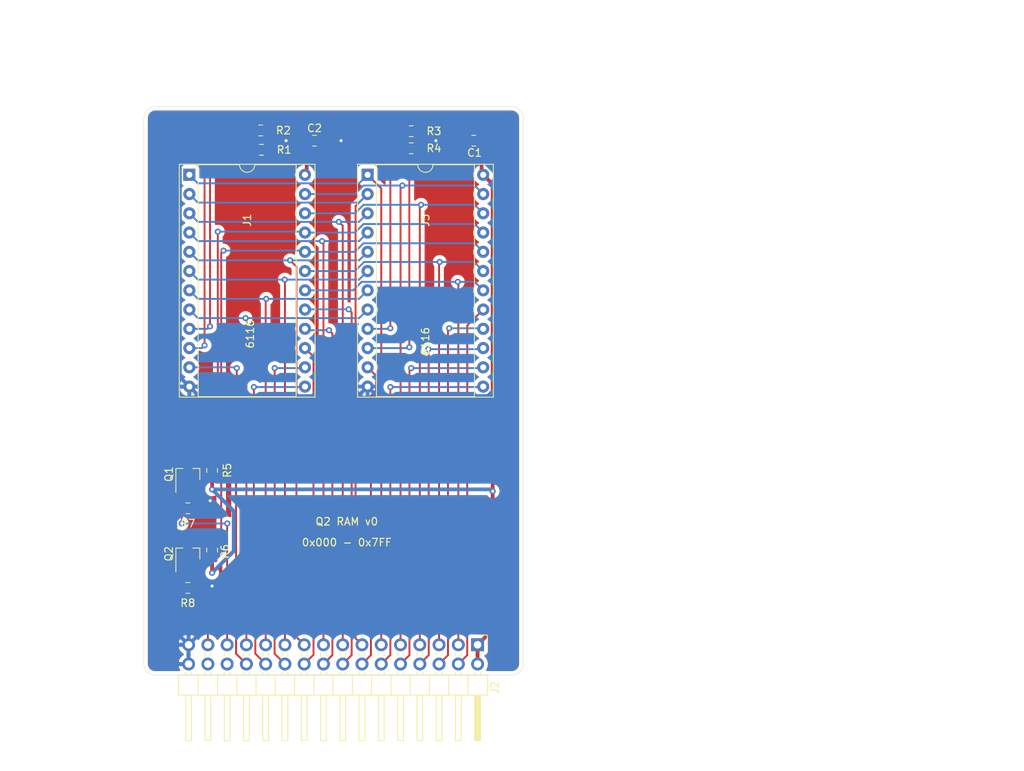
<source format=kicad_pcb>
(kicad_pcb (version 20171130) (host pcbnew "(5.1.6-0-10_14)")

  (general
    (thickness 1.6)
    (drawings 12)
    (tracks 282)
    (zones 0)
    (modules 15)
    (nets 35)
  )

  (page A4)
  (layers
    (0 F.Cu signal)
    (31 B.Cu signal)
    (32 B.Adhes user)
    (33 F.Adhes user)
    (34 B.Paste user)
    (35 F.Paste user)
    (36 B.SilkS user)
    (37 F.SilkS user)
    (38 B.Mask user)
    (39 F.Mask user)
    (40 Dwgs.User user)
    (41 Cmts.User user)
    (42 Eco1.User user)
    (43 Eco2.User user)
    (44 Edge.Cuts user)
    (45 Margin user)
    (46 B.CrtYd user)
    (47 F.CrtYd user)
    (48 B.Fab user)
    (49 F.Fab user)
  )

  (setup
    (last_trace_width 0.5)
    (user_trace_width 0.5)
    (trace_clearance 0.2)
    (zone_clearance 0.508)
    (zone_45_only no)
    (trace_min 0.2)
    (via_size 0.8)
    (via_drill 0.4)
    (via_min_size 0.4)
    (via_min_drill 0.3)
    (uvia_size 0.3)
    (uvia_drill 0.1)
    (uvias_allowed no)
    (uvia_min_size 0.2)
    (uvia_min_drill 0.1)
    (edge_width 0.05)
    (segment_width 0.2)
    (pcb_text_width 0.3)
    (pcb_text_size 1.5 1.5)
    (mod_edge_width 0.12)
    (mod_text_size 1 1)
    (mod_text_width 0.15)
    (pad_size 1.524 1.524)
    (pad_drill 0.762)
    (pad_to_mask_clearance 0.05)
    (aux_axis_origin 0 0)
    (visible_elements FFFFFF7F)
    (pcbplotparams
      (layerselection 0x010fc_ffffffff)
      (usegerberextensions false)
      (usegerberattributes true)
      (usegerberadvancedattributes true)
      (creategerberjobfile true)
      (excludeedgelayer true)
      (linewidth 0.100000)
      (plotframeref false)
      (viasonmask false)
      (mode 1)
      (useauxorigin false)
      (hpglpennumber 1)
      (hpglpenspeed 20)
      (hpglpendiameter 15.000000)
      (psnegative false)
      (psa4output false)
      (plotreference true)
      (plotvalue true)
      (plotinvisibletext false)
      (padsonsilk false)
      (subtractmaskfromsilk false)
      (outputformat 1)
      (mirror false)
      (drillshape 1)
      (scaleselection 1)
      (outputdirectory ""))
  )

  (net 0 "")
  (net 1 VCC)
  (net 2 GND)
  (net 3 A8)
  (net 4 A9)
  (net 5 ~WE)
  (net 6 ~OE)
  (net 7 A0)
  (net 8 A10)
  (net 9 A1)
  (net 10 A11)
  (net 11 A2)
  (net 12 A3)
  (net 13 A4)
  (net 14 A5)
  (net 15 A6)
  (net 16 A7)
  (net 17 D6)
  (net 18 "Net-(J1-Pad10)")
  (net 19 "Net-(J1-Pad9)")
  (net 20 D11)
  (net 21 D10)
  (net 22 D9)
  (net 23 D8)
  (net 24 D7)
  (net 25 RDM)
  (net 26 WRM)
  (net 27 D0)
  (net 28 D1)
  (net 29 D2)
  (net 30 D3)
  (net 31 D4)
  (net 32 D5)
  (net 33 "Net-(J3-Pad10)")
  (net 34 "Net-(J3-Pad9)")

  (net_class Default "This is the default net class."
    (clearance 0.2)
    (trace_width 0.25)
    (via_dia 0.8)
    (via_drill 0.4)
    (uvia_dia 0.3)
    (uvia_drill 0.1)
    (add_net A0)
    (add_net A1)
    (add_net A10)
    (add_net A11)
    (add_net A2)
    (add_net A3)
    (add_net A4)
    (add_net A5)
    (add_net A6)
    (add_net A7)
    (add_net A8)
    (add_net A9)
    (add_net D0)
    (add_net D1)
    (add_net D10)
    (add_net D11)
    (add_net D2)
    (add_net D3)
    (add_net D4)
    (add_net D5)
    (add_net D6)
    (add_net D7)
    (add_net D8)
    (add_net D9)
    (add_net GND)
    (add_net "Net-(J1-Pad10)")
    (add_net "Net-(J1-Pad9)")
    (add_net "Net-(J3-Pad10)")
    (add_net "Net-(J3-Pad9)")
    (add_net RDM)
    (add_net VCC)
    (add_net WRM)
    (add_net ~OE)
    (add_net ~WE)
  )

  (module Capacitor_SMD:C_0805_2012Metric_Pad1.15x1.40mm_HandSolder (layer F.Cu) (tedit 5B36C52B) (tstamp 5F682A7D)
    (at 105.5 81.5)
    (descr "Capacitor SMD 0805 (2012 Metric), square (rectangular) end terminal, IPC_7351 nominal with elongated pad for handsoldering. (Body size source: https://docs.google.com/spreadsheets/d/1BsfQQcO9C6DZCsRaXUlFlo91Tg2WpOkGARC1WS5S8t0/edit?usp=sharing), generated with kicad-footprint-generator")
    (tags "capacitor handsolder")
    (path /5F695A85)
    (attr smd)
    (fp_text reference C2 (at 0 -1.65) (layer F.SilkS)
      (effects (font (size 1 1) (thickness 0.15)))
    )
    (fp_text value 0.1u (at 0 1.65) (layer F.Fab)
      (effects (font (size 1 1) (thickness 0.15)))
    )
    (fp_line (start 1.85 0.95) (end -1.85 0.95) (layer F.CrtYd) (width 0.05))
    (fp_line (start 1.85 -0.95) (end 1.85 0.95) (layer F.CrtYd) (width 0.05))
    (fp_line (start -1.85 -0.95) (end 1.85 -0.95) (layer F.CrtYd) (width 0.05))
    (fp_line (start -1.85 0.95) (end -1.85 -0.95) (layer F.CrtYd) (width 0.05))
    (fp_line (start -0.261252 0.71) (end 0.261252 0.71) (layer F.SilkS) (width 0.12))
    (fp_line (start -0.261252 -0.71) (end 0.261252 -0.71) (layer F.SilkS) (width 0.12))
    (fp_line (start 1 0.6) (end -1 0.6) (layer F.Fab) (width 0.1))
    (fp_line (start 1 -0.6) (end 1 0.6) (layer F.Fab) (width 0.1))
    (fp_line (start -1 -0.6) (end 1 -0.6) (layer F.Fab) (width 0.1))
    (fp_line (start -1 0.6) (end -1 -0.6) (layer F.Fab) (width 0.1))
    (fp_text user %R (at 0 0) (layer F.Fab)
      (effects (font (size 0.5 0.5) (thickness 0.08)))
    )
    (pad 2 smd roundrect (at 1.025 0) (size 1.15 1.4) (layers F.Cu F.Paste F.Mask) (roundrect_rratio 0.217391)
      (net 2 GND))
    (pad 1 smd roundrect (at -1.025 0) (size 1.15 1.4) (layers F.Cu F.Paste F.Mask) (roundrect_rratio 0.217391)
      (net 1 VCC))
    (model ${KISYS3DMOD}/Capacitor_SMD.3dshapes/C_0805_2012Metric.wrl
      (at (xyz 0 0 0))
      (scale (xyz 1 1 1))
      (rotate (xyz 0 0 0))
    )
  )

  (module Package_DIP:DIP-24_W15.24mm_Socket (layer F.Cu) (tedit 5A02E8C5) (tstamp 5F583D00)
    (at 112.5 86)
    (descr "24-lead though-hole mounted DIP package, row spacing 15.24 mm (600 mils), Socket")
    (tags "THT DIP DIL PDIP 2.54mm 15.24mm 600mil Socket")
    (path /5F5D8DE2)
    (fp_text reference J3 (at 7.62 6 270) (layer F.SilkS)
      (effects (font (size 1 1) (thickness 0.15)))
    )
    (fp_text value 6116 (at 7.62 22 270) (layer F.SilkS)
      (effects (font (size 1 1) (thickness 0.15)))
    )
    (fp_line (start 16.8 -1.6) (end -1.55 -1.6) (layer F.CrtYd) (width 0.05))
    (fp_line (start 16.8 29.55) (end 16.8 -1.6) (layer F.CrtYd) (width 0.05))
    (fp_line (start -1.55 29.55) (end 16.8 29.55) (layer F.CrtYd) (width 0.05))
    (fp_line (start -1.55 -1.6) (end -1.55 29.55) (layer F.CrtYd) (width 0.05))
    (fp_line (start 16.57 -1.39) (end -1.33 -1.39) (layer F.SilkS) (width 0.12))
    (fp_line (start 16.57 29.33) (end 16.57 -1.39) (layer F.SilkS) (width 0.12))
    (fp_line (start -1.33 29.33) (end 16.57 29.33) (layer F.SilkS) (width 0.12))
    (fp_line (start -1.33 -1.39) (end -1.33 29.33) (layer F.SilkS) (width 0.12))
    (fp_line (start 14.08 -1.33) (end 8.62 -1.33) (layer F.SilkS) (width 0.12))
    (fp_line (start 14.08 29.27) (end 14.08 -1.33) (layer F.SilkS) (width 0.12))
    (fp_line (start 1.16 29.27) (end 14.08 29.27) (layer F.SilkS) (width 0.12))
    (fp_line (start 1.16 -1.33) (end 1.16 29.27) (layer F.SilkS) (width 0.12))
    (fp_line (start 6.62 -1.33) (end 1.16 -1.33) (layer F.SilkS) (width 0.12))
    (fp_line (start 16.51 -1.33) (end -1.27 -1.33) (layer F.Fab) (width 0.1))
    (fp_line (start 16.51 29.27) (end 16.51 -1.33) (layer F.Fab) (width 0.1))
    (fp_line (start -1.27 29.27) (end 16.51 29.27) (layer F.Fab) (width 0.1))
    (fp_line (start -1.27 -1.33) (end -1.27 29.27) (layer F.Fab) (width 0.1))
    (fp_line (start 0.255 -0.27) (end 1.255 -1.27) (layer F.Fab) (width 0.1))
    (fp_line (start 0.255 29.21) (end 0.255 -0.27) (layer F.Fab) (width 0.1))
    (fp_line (start 14.985 29.21) (end 0.255 29.21) (layer F.Fab) (width 0.1))
    (fp_line (start 14.985 -1.27) (end 14.985 29.21) (layer F.Fab) (width 0.1))
    (fp_line (start 1.255 -1.27) (end 14.985 -1.27) (layer F.Fab) (width 0.1))
    (fp_text user %R (at 7.62 13.97) (layer F.Fab)
      (effects (font (size 1 1) (thickness 0.15)))
    )
    (fp_arc (start 7.62 -1.33) (end 6.62 -1.33) (angle -180) (layer F.SilkS) (width 0.12))
    (pad 24 thru_hole oval (at 15.24 0) (size 1.6 1.6) (drill 0.8) (layers *.Cu *.Mask)
      (net 1 VCC))
    (pad 12 thru_hole oval (at 0 27.94) (size 1.6 1.6) (drill 0.8) (layers *.Cu *.Mask)
      (net 2 GND))
    (pad 23 thru_hole oval (at 15.24 2.54) (size 1.6 1.6) (drill 0.8) (layers *.Cu *.Mask)
      (net 3 A8))
    (pad 11 thru_hole oval (at 0 25.4) (size 1.6 1.6) (drill 0.8) (layers *.Cu *.Mask)
      (net 17 D6))
    (pad 22 thru_hole oval (at 15.24 5.08) (size 1.6 1.6) (drill 0.8) (layers *.Cu *.Mask)
      (net 4 A9))
    (pad 10 thru_hole oval (at 0 22.86) (size 1.6 1.6) (drill 0.8) (layers *.Cu *.Mask)
      (net 33 "Net-(J3-Pad10)"))
    (pad 21 thru_hole oval (at 15.24 7.62) (size 1.6 1.6) (drill 0.8) (layers *.Cu *.Mask)
      (net 5 ~WE))
    (pad 9 thru_hole oval (at 0 20.32) (size 1.6 1.6) (drill 0.8) (layers *.Cu *.Mask)
      (net 34 "Net-(J3-Pad9)"))
    (pad 20 thru_hole oval (at 15.24 10.16) (size 1.6 1.6) (drill 0.8) (layers *.Cu *.Mask)
      (net 6 ~OE))
    (pad 8 thru_hole oval (at 0 17.78) (size 1.6 1.6) (drill 0.8) (layers *.Cu *.Mask)
      (net 7 A0))
    (pad 19 thru_hole oval (at 15.24 12.7) (size 1.6 1.6) (drill 0.8) (layers *.Cu *.Mask)
      (net 8 A10))
    (pad 7 thru_hole oval (at 0 15.24) (size 1.6 1.6) (drill 0.8) (layers *.Cu *.Mask)
      (net 9 A1))
    (pad 18 thru_hole oval (at 15.24 15.24) (size 1.6 1.6) (drill 0.8) (layers *.Cu *.Mask)
      (net 10 A11))
    (pad 6 thru_hole oval (at 0 12.7) (size 1.6 1.6) (drill 0.8) (layers *.Cu *.Mask)
      (net 11 A2))
    (pad 17 thru_hole oval (at 15.24 17.78) (size 1.6 1.6) (drill 0.8) (layers *.Cu *.Mask)
      (net 20 D11))
    (pad 5 thru_hole oval (at 0 10.16) (size 1.6 1.6) (drill 0.8) (layers *.Cu *.Mask)
      (net 12 A3))
    (pad 16 thru_hole oval (at 15.24 20.32) (size 1.6 1.6) (drill 0.8) (layers *.Cu *.Mask)
      (net 21 D10))
    (pad 4 thru_hole oval (at 0 7.62) (size 1.6 1.6) (drill 0.8) (layers *.Cu *.Mask)
      (net 13 A4))
    (pad 15 thru_hole oval (at 15.24 22.86) (size 1.6 1.6) (drill 0.8) (layers *.Cu *.Mask)
      (net 22 D9))
    (pad 3 thru_hole oval (at 0 5.08) (size 1.6 1.6) (drill 0.8) (layers *.Cu *.Mask)
      (net 14 A5))
    (pad 14 thru_hole oval (at 15.24 25.4) (size 1.6 1.6) (drill 0.8) (layers *.Cu *.Mask)
      (net 23 D8))
    (pad 2 thru_hole oval (at 0 2.54) (size 1.6 1.6) (drill 0.8) (layers *.Cu *.Mask)
      (net 15 A6))
    (pad 13 thru_hole oval (at 15.24 27.94) (size 1.6 1.6) (drill 0.8) (layers *.Cu *.Mask)
      (net 24 D7))
    (pad 1 thru_hole rect (at 0 0) (size 1.6 1.6) (drill 0.8) (layers *.Cu *.Mask)
      (net 16 A7))
    (model ${KISYS3DMOD}/Package_DIP.3dshapes/DIP-24_W15.24mm_Socket.wrl
      (at (xyz 0 0 0))
      (scale (xyz 1 1 1))
      (rotate (xyz 0 0 0))
    )
  )

  (module Package_DIP:DIP-24_W15.24mm_Socket (layer F.Cu) (tedit 5A02E8C5) (tstamp 5F681E42)
    (at 89 86)
    (descr "24-lead though-hole mounted DIP package, row spacing 15.24 mm (600 mils), Socket")
    (tags "THT DIP DIL PDIP 2.54mm 15.24mm 600mil Socket")
    (path /5F5D2970)
    (fp_text reference J1 (at 7.62 6 270) (layer F.SilkS)
      (effects (font (size 1 1) (thickness 0.15)))
    )
    (fp_text value 6116 (at 8 21 270) (layer F.SilkS)
      (effects (font (size 1 1) (thickness 0.15)))
    )
    (fp_line (start 16.8 -1.6) (end -1.55 -1.6) (layer F.CrtYd) (width 0.05))
    (fp_line (start 16.8 29.55) (end 16.8 -1.6) (layer F.CrtYd) (width 0.05))
    (fp_line (start -1.55 29.55) (end 16.8 29.55) (layer F.CrtYd) (width 0.05))
    (fp_line (start -1.55 -1.6) (end -1.55 29.55) (layer F.CrtYd) (width 0.05))
    (fp_line (start 16.57 -1.39) (end -1.33 -1.39) (layer F.SilkS) (width 0.12))
    (fp_line (start 16.57 29.33) (end 16.57 -1.39) (layer F.SilkS) (width 0.12))
    (fp_line (start -1.33 29.33) (end 16.57 29.33) (layer F.SilkS) (width 0.12))
    (fp_line (start -1.33 -1.39) (end -1.33 29.33) (layer F.SilkS) (width 0.12))
    (fp_line (start 14.08 -1.33) (end 8.62 -1.33) (layer F.SilkS) (width 0.12))
    (fp_line (start 14.08 29.27) (end 14.08 -1.33) (layer F.SilkS) (width 0.12))
    (fp_line (start 1.16 29.27) (end 14.08 29.27) (layer F.SilkS) (width 0.12))
    (fp_line (start 1.16 -1.33) (end 1.16 29.27) (layer F.SilkS) (width 0.12))
    (fp_line (start 6.62 -1.33) (end 1.16 -1.33) (layer F.SilkS) (width 0.12))
    (fp_line (start 16.51 -1.33) (end -1.27 -1.33) (layer F.Fab) (width 0.1))
    (fp_line (start 16.51 29.27) (end 16.51 -1.33) (layer F.Fab) (width 0.1))
    (fp_line (start -1.27 29.27) (end 16.51 29.27) (layer F.Fab) (width 0.1))
    (fp_line (start -1.27 -1.33) (end -1.27 29.27) (layer F.Fab) (width 0.1))
    (fp_line (start 0.255 -0.27) (end 1.255 -1.27) (layer F.Fab) (width 0.1))
    (fp_line (start 0.255 29.21) (end 0.255 -0.27) (layer F.Fab) (width 0.1))
    (fp_line (start 14.985 29.21) (end 0.255 29.21) (layer F.Fab) (width 0.1))
    (fp_line (start 14.985 -1.27) (end 14.985 29.21) (layer F.Fab) (width 0.1))
    (fp_line (start 1.255 -1.27) (end 14.985 -1.27) (layer F.Fab) (width 0.1))
    (fp_text user %R (at 7.62 13.97) (layer F.Fab)
      (effects (font (size 1 1) (thickness 0.15)))
    )
    (fp_arc (start 7.62 -1.33) (end 6.62 -1.33) (angle -180) (layer F.SilkS) (width 0.12))
    (pad 24 thru_hole oval (at 15.24 0) (size 1.6 1.6) (drill 0.8) (layers *.Cu *.Mask)
      (net 1 VCC))
    (pad 12 thru_hole oval (at 0 27.94) (size 1.6 1.6) (drill 0.8) (layers *.Cu *.Mask)
      (net 2 GND))
    (pad 23 thru_hole oval (at 15.24 2.54) (size 1.6 1.6) (drill 0.8) (layers *.Cu *.Mask)
      (net 3 A8))
    (pad 11 thru_hole oval (at 0 25.4) (size 1.6 1.6) (drill 0.8) (layers *.Cu *.Mask)
      (net 27 D0))
    (pad 22 thru_hole oval (at 15.24 5.08) (size 1.6 1.6) (drill 0.8) (layers *.Cu *.Mask)
      (net 4 A9))
    (pad 10 thru_hole oval (at 0 22.86) (size 1.6 1.6) (drill 0.8) (layers *.Cu *.Mask)
      (net 18 "Net-(J1-Pad10)"))
    (pad 21 thru_hole oval (at 15.24 7.62) (size 1.6 1.6) (drill 0.8) (layers *.Cu *.Mask)
      (net 5 ~WE))
    (pad 9 thru_hole oval (at 0 20.32) (size 1.6 1.6) (drill 0.8) (layers *.Cu *.Mask)
      (net 19 "Net-(J1-Pad9)"))
    (pad 20 thru_hole oval (at 15.24 10.16) (size 1.6 1.6) (drill 0.8) (layers *.Cu *.Mask)
      (net 6 ~OE))
    (pad 8 thru_hole oval (at 0 17.78) (size 1.6 1.6) (drill 0.8) (layers *.Cu *.Mask)
      (net 7 A0))
    (pad 19 thru_hole oval (at 15.24 12.7) (size 1.6 1.6) (drill 0.8) (layers *.Cu *.Mask)
      (net 8 A10))
    (pad 7 thru_hole oval (at 0 15.24) (size 1.6 1.6) (drill 0.8) (layers *.Cu *.Mask)
      (net 9 A1))
    (pad 18 thru_hole oval (at 15.24 15.24) (size 1.6 1.6) (drill 0.8) (layers *.Cu *.Mask)
      (net 10 A11))
    (pad 6 thru_hole oval (at 0 12.7) (size 1.6 1.6) (drill 0.8) (layers *.Cu *.Mask)
      (net 11 A2))
    (pad 17 thru_hole oval (at 15.24 17.78) (size 1.6 1.6) (drill 0.8) (layers *.Cu *.Mask)
      (net 32 D5))
    (pad 5 thru_hole oval (at 0 10.16) (size 1.6 1.6) (drill 0.8) (layers *.Cu *.Mask)
      (net 12 A3))
    (pad 16 thru_hole oval (at 15.24 20.32) (size 1.6 1.6) (drill 0.8) (layers *.Cu *.Mask)
      (net 31 D4))
    (pad 4 thru_hole oval (at 0 7.62) (size 1.6 1.6) (drill 0.8) (layers *.Cu *.Mask)
      (net 13 A4))
    (pad 15 thru_hole oval (at 15.24 22.86) (size 1.6 1.6) (drill 0.8) (layers *.Cu *.Mask)
      (net 30 D3))
    (pad 3 thru_hole oval (at 0 5.08) (size 1.6 1.6) (drill 0.8) (layers *.Cu *.Mask)
      (net 14 A5))
    (pad 14 thru_hole oval (at 15.24 25.4) (size 1.6 1.6) (drill 0.8) (layers *.Cu *.Mask)
      (net 29 D2))
    (pad 2 thru_hole oval (at 0 2.54) (size 1.6 1.6) (drill 0.8) (layers *.Cu *.Mask)
      (net 15 A6))
    (pad 13 thru_hole oval (at 15.24 27.94) (size 1.6 1.6) (drill 0.8) (layers *.Cu *.Mask)
      (net 28 D1))
    (pad 1 thru_hole rect (at 0 0) (size 1.6 1.6) (drill 0.8) (layers *.Cu *.Mask)
      (net 16 A7))
    (model ${KISYS3DMOD}/Package_DIP.3dshapes/DIP-24_W15.24mm_Socket.wrl
      (at (xyz 0 0 0))
      (scale (xyz 1 1 1))
      (rotate (xyz 0 0 0))
    )
  )

  (module Package_TO_SOT_SMD:SOT-23_Handsoldering (layer F.Cu) (tedit 5F54F572) (tstamp 5F584C96)
    (at 88.8 136 90)
    (descr "SOT-23, Handsoldering")
    (tags SOT-23)
    (path /5F5F59A2)
    (attr smd)
    (fp_text reference Q2 (at 0 -2.5 90) (layer F.SilkS)
      (effects (font (size 1 1) (thickness 0.15)))
    )
    (fp_text value 2N7002 (at 0 2.5 90) (layer F.Fab) hide
      (effects (font (size 1 1) (thickness 0.15)))
    )
    (fp_line (start 0.76 1.58) (end 0.76 0.65) (layer F.SilkS) (width 0.12))
    (fp_line (start 0.76 -1.58) (end 0.76 -0.65) (layer F.SilkS) (width 0.12))
    (fp_line (start -2.7 -1.75) (end 2.7 -1.75) (layer F.CrtYd) (width 0.05))
    (fp_line (start 2.7 -1.75) (end 2.7 1.75) (layer F.CrtYd) (width 0.05))
    (fp_line (start 2.7 1.75) (end -2.7 1.75) (layer F.CrtYd) (width 0.05))
    (fp_line (start -2.7 1.75) (end -2.7 -1.75) (layer F.CrtYd) (width 0.05))
    (fp_line (start 0.76 -1.58) (end -2.4 -1.58) (layer F.SilkS) (width 0.12))
    (fp_line (start -0.7 -0.95) (end -0.7 1.5) (layer F.Fab) (width 0.1))
    (fp_line (start -0.15 -1.52) (end 0.7 -1.52) (layer F.Fab) (width 0.1))
    (fp_line (start -0.7 -0.95) (end -0.15 -1.52) (layer F.Fab) (width 0.1))
    (fp_line (start 0.7 -1.52) (end 0.7 1.52) (layer F.Fab) (width 0.1))
    (fp_line (start -0.7 1.52) (end 0.7 1.52) (layer F.Fab) (width 0.1))
    (fp_line (start 0.76 1.58) (end -0.7 1.58) (layer F.SilkS) (width 0.12))
    (fp_text user %R (at 0 0) (layer F.Fab)
      (effects (font (size 0.5 0.5) (thickness 0.075)))
    )
    (pad 3 smd rect (at 1.5 0 90) (size 1.9 0.8) (layers F.Cu F.Paste F.Mask)
      (net 6 ~OE))
    (pad 2 smd rect (at -1.5 0.95 90) (size 1.9 0.8) (layers F.Cu F.Paste F.Mask)
      (net 2 GND))
    (pad 1 smd rect (at -1.5 -0.95 90) (size 1.9 0.8) (layers F.Cu F.Paste F.Mask)
      (net 25 RDM))
    (model ${KISYS3DMOD}/Package_TO_SOT_SMD.3dshapes/SOT-23.wrl
      (at (xyz 0 0 0))
      (scale (xyz 1 1 1))
      (rotate (xyz 0 0 0))
    )
  )

  (module Package_TO_SOT_SMD:SOT-23_Handsoldering (layer F.Cu) (tedit 5F54F572) (tstamp 5F584C81)
    (at 88.8 125.5 90)
    (descr "SOT-23, Handsoldering")
    (tags SOT-23)
    (path /5F5DB272)
    (attr smd)
    (fp_text reference Q1 (at 0 -2.5 90) (layer F.SilkS)
      (effects (font (size 1 1) (thickness 0.15)))
    )
    (fp_text value 2N7002 (at 0 2.5 90) (layer F.Fab) hide
      (effects (font (size 1 1) (thickness 0.15)))
    )
    (fp_line (start 0.76 1.58) (end 0.76 0.65) (layer F.SilkS) (width 0.12))
    (fp_line (start 0.76 -1.58) (end 0.76 -0.65) (layer F.SilkS) (width 0.12))
    (fp_line (start -2.7 -1.75) (end 2.7 -1.75) (layer F.CrtYd) (width 0.05))
    (fp_line (start 2.7 -1.75) (end 2.7 1.75) (layer F.CrtYd) (width 0.05))
    (fp_line (start 2.7 1.75) (end -2.7 1.75) (layer F.CrtYd) (width 0.05))
    (fp_line (start -2.7 1.75) (end -2.7 -1.75) (layer F.CrtYd) (width 0.05))
    (fp_line (start 0.76 -1.58) (end -2.4 -1.58) (layer F.SilkS) (width 0.12))
    (fp_line (start -0.7 -0.95) (end -0.7 1.5) (layer F.Fab) (width 0.1))
    (fp_line (start -0.15 -1.52) (end 0.7 -1.52) (layer F.Fab) (width 0.1))
    (fp_line (start -0.7 -0.95) (end -0.15 -1.52) (layer F.Fab) (width 0.1))
    (fp_line (start 0.7 -1.52) (end 0.7 1.52) (layer F.Fab) (width 0.1))
    (fp_line (start -0.7 1.52) (end 0.7 1.52) (layer F.Fab) (width 0.1))
    (fp_line (start 0.76 1.58) (end -0.7 1.58) (layer F.SilkS) (width 0.12))
    (fp_text user %R (at 0 0) (layer F.Fab)
      (effects (font (size 0.5 0.5) (thickness 0.075)))
    )
    (pad 3 smd rect (at 1.5 0 90) (size 1.9 0.8) (layers F.Cu F.Paste F.Mask)
      (net 5 ~WE))
    (pad 2 smd rect (at -1.5 0.95 90) (size 1.9 0.8) (layers F.Cu F.Paste F.Mask)
      (net 2 GND))
    (pad 1 smd rect (at -1.5 -0.95 90) (size 1.9 0.8) (layers F.Cu F.Paste F.Mask)
      (net 26 WRM))
    (model ${KISYS3DMOD}/Package_TO_SOT_SMD.3dshapes/SOT-23.wrl
      (at (xyz 0 0 0))
      (scale (xyz 1 1 1))
      (rotate (xyz 0 0 0))
    )
  )

  (module Resistor_SMD:R_0805_2012Metric_Pad1.15x1.40mm_HandSolder (layer F.Cu) (tedit 5F57C6E4) (tstamp 5F585E22)
    (at 88.8 140.5)
    (descr "Resistor SMD 0805 (2012 Metric), square (rectangular) end terminal, IPC_7351 nominal with elongated pad for handsoldering. (Body size source: https://docs.google.com/spreadsheets/d/1BsfQQcO9C6DZCsRaXUlFlo91Tg2WpOkGARC1WS5S8t0/edit?usp=sharing), generated with kicad-footprint-generator")
    (tags "resistor handsolder")
    (path /5F6104C9)
    (attr smd)
    (fp_text reference R8 (at 0 2) (layer F.SilkS)
      (effects (font (size 1 1) (thickness 0.15)))
    )
    (fp_text value 10k (at 0 1.65) (layer F.Fab) hide
      (effects (font (size 1 1) (thickness 0.15)))
    )
    (fp_line (start -1 0.6) (end -1 -0.6) (layer F.Fab) (width 0.1))
    (fp_line (start -1 -0.6) (end 1 -0.6) (layer F.Fab) (width 0.1))
    (fp_line (start 1 -0.6) (end 1 0.6) (layer F.Fab) (width 0.1))
    (fp_line (start 1 0.6) (end -1 0.6) (layer F.Fab) (width 0.1))
    (fp_line (start -0.261252 -0.71) (end 0.261252 -0.71) (layer F.SilkS) (width 0.12))
    (fp_line (start -0.261252 0.71) (end 0.261252 0.71) (layer F.SilkS) (width 0.12))
    (fp_line (start -1.85 0.95) (end -1.85 -0.95) (layer F.CrtYd) (width 0.05))
    (fp_line (start -1.85 -0.95) (end 1.85 -0.95) (layer F.CrtYd) (width 0.05))
    (fp_line (start 1.85 -0.95) (end 1.85 0.95) (layer F.CrtYd) (width 0.05))
    (fp_line (start 1.85 0.95) (end -1.85 0.95) (layer F.CrtYd) (width 0.05))
    (fp_text user %R (at 0 0) (layer F.Fab)
      (effects (font (size 0.5 0.5) (thickness 0.08)))
    )
    (pad 2 smd roundrect (at 1.025 0) (size 1.15 1.4) (layers F.Cu F.Paste F.Mask) (roundrect_rratio 0.217391)
      (net 2 GND))
    (pad 1 smd roundrect (at -1.025 0) (size 1.15 1.4) (layers F.Cu F.Paste F.Mask) (roundrect_rratio 0.217391)
      (net 25 RDM))
    (model ${KISYS3DMOD}/Resistor_SMD.3dshapes/R_0805_2012Metric.wrl
      (at (xyz 0 0 0))
      (scale (xyz 1 1 1))
      (rotate (xyz 0 0 0))
    )
  )

  (module Resistor_SMD:R_0805_2012Metric_Pad1.15x1.40mm_HandSolder (layer F.Cu) (tedit 5F57C6E4) (tstamp 5F585E11)
    (at 88.8 130)
    (descr "Resistor SMD 0805 (2012 Metric), square (rectangular) end terminal, IPC_7351 nominal with elongated pad for handsoldering. (Body size source: https://docs.google.com/spreadsheets/d/1BsfQQcO9C6DZCsRaXUlFlo91Tg2WpOkGARC1WS5S8t0/edit?usp=sharing), generated with kicad-footprint-generator")
    (tags "resistor handsolder")
    (path /5F609061)
    (attr smd)
    (fp_text reference R7 (at 0 2) (layer F.SilkS)
      (effects (font (size 1 1) (thickness 0.15)))
    )
    (fp_text value 10k (at 0 1.65) (layer F.Fab) hide
      (effects (font (size 1 1) (thickness 0.15)))
    )
    (fp_line (start -1 0.6) (end -1 -0.6) (layer F.Fab) (width 0.1))
    (fp_line (start -1 -0.6) (end 1 -0.6) (layer F.Fab) (width 0.1))
    (fp_line (start 1 -0.6) (end 1 0.6) (layer F.Fab) (width 0.1))
    (fp_line (start 1 0.6) (end -1 0.6) (layer F.Fab) (width 0.1))
    (fp_line (start -0.261252 -0.71) (end 0.261252 -0.71) (layer F.SilkS) (width 0.12))
    (fp_line (start -0.261252 0.71) (end 0.261252 0.71) (layer F.SilkS) (width 0.12))
    (fp_line (start -1.85 0.95) (end -1.85 -0.95) (layer F.CrtYd) (width 0.05))
    (fp_line (start -1.85 -0.95) (end 1.85 -0.95) (layer F.CrtYd) (width 0.05))
    (fp_line (start 1.85 -0.95) (end 1.85 0.95) (layer F.CrtYd) (width 0.05))
    (fp_line (start 1.85 0.95) (end -1.85 0.95) (layer F.CrtYd) (width 0.05))
    (fp_text user %R (at 0 0) (layer F.Fab)
      (effects (font (size 0.5 0.5) (thickness 0.08)))
    )
    (pad 2 smd roundrect (at 1.025 0) (size 1.15 1.4) (layers F.Cu F.Paste F.Mask) (roundrect_rratio 0.217391)
      (net 2 GND))
    (pad 1 smd roundrect (at -1.025 0) (size 1.15 1.4) (layers F.Cu F.Paste F.Mask) (roundrect_rratio 0.217391)
      (net 26 WRM))
    (model ${KISYS3DMOD}/Resistor_SMD.3dshapes/R_0805_2012Metric.wrl
      (at (xyz 0 0 0))
      (scale (xyz 1 1 1))
      (rotate (xyz 0 0 0))
    )
  )

  (module Connector_PinHeader_2.54mm:PinHeader_2x16_P2.54mm_Horizontal (layer F.Cu) (tedit 59FED5CB) (tstamp 5F585C6A)
    (at 127 148 270)
    (descr "Through hole angled pin header, 2x16, 2.54mm pitch, 6mm pin length, double rows")
    (tags "Through hole angled pin header THT 2x16 2.54mm double row")
    (path /5F62A550)
    (fp_text reference J2 (at 5.655 -2.27 90) (layer F.SilkS)
      (effects (font (size 1 1) (thickness 0.15)))
    )
    (fp_text value Conn_02x16_Odd_Even (at 5.655 40.37 90) (layer F.Fab)
      (effects (font (size 1 1) (thickness 0.15)))
    )
    (fp_line (start 13.1 -1.8) (end -1.8 -1.8) (layer F.CrtYd) (width 0.05))
    (fp_line (start 13.1 39.9) (end 13.1 -1.8) (layer F.CrtYd) (width 0.05))
    (fp_line (start -1.8 39.9) (end 13.1 39.9) (layer F.CrtYd) (width 0.05))
    (fp_line (start -1.8 -1.8) (end -1.8 39.9) (layer F.CrtYd) (width 0.05))
    (fp_line (start -1.27 -1.27) (end 0 -1.27) (layer F.SilkS) (width 0.12))
    (fp_line (start -1.27 0) (end -1.27 -1.27) (layer F.SilkS) (width 0.12))
    (fp_line (start 1.042929 38.48) (end 1.497071 38.48) (layer F.SilkS) (width 0.12))
    (fp_line (start 1.042929 37.72) (end 1.497071 37.72) (layer F.SilkS) (width 0.12))
    (fp_line (start 3.582929 38.48) (end 3.98 38.48) (layer F.SilkS) (width 0.12))
    (fp_line (start 3.582929 37.72) (end 3.98 37.72) (layer F.SilkS) (width 0.12))
    (fp_line (start 12.64 38.48) (end 6.64 38.48) (layer F.SilkS) (width 0.12))
    (fp_line (start 12.64 37.72) (end 12.64 38.48) (layer F.SilkS) (width 0.12))
    (fp_line (start 6.64 37.72) (end 12.64 37.72) (layer F.SilkS) (width 0.12))
    (fp_line (start 3.98 36.83) (end 6.64 36.83) (layer F.SilkS) (width 0.12))
    (fp_line (start 1.042929 35.94) (end 1.497071 35.94) (layer F.SilkS) (width 0.12))
    (fp_line (start 1.042929 35.18) (end 1.497071 35.18) (layer F.SilkS) (width 0.12))
    (fp_line (start 3.582929 35.94) (end 3.98 35.94) (layer F.SilkS) (width 0.12))
    (fp_line (start 3.582929 35.18) (end 3.98 35.18) (layer F.SilkS) (width 0.12))
    (fp_line (start 12.64 35.94) (end 6.64 35.94) (layer F.SilkS) (width 0.12))
    (fp_line (start 12.64 35.18) (end 12.64 35.94) (layer F.SilkS) (width 0.12))
    (fp_line (start 6.64 35.18) (end 12.64 35.18) (layer F.SilkS) (width 0.12))
    (fp_line (start 3.98 34.29) (end 6.64 34.29) (layer F.SilkS) (width 0.12))
    (fp_line (start 1.042929 33.4) (end 1.497071 33.4) (layer F.SilkS) (width 0.12))
    (fp_line (start 1.042929 32.64) (end 1.497071 32.64) (layer F.SilkS) (width 0.12))
    (fp_line (start 3.582929 33.4) (end 3.98 33.4) (layer F.SilkS) (width 0.12))
    (fp_line (start 3.582929 32.64) (end 3.98 32.64) (layer F.SilkS) (width 0.12))
    (fp_line (start 12.64 33.4) (end 6.64 33.4) (layer F.SilkS) (width 0.12))
    (fp_line (start 12.64 32.64) (end 12.64 33.4) (layer F.SilkS) (width 0.12))
    (fp_line (start 6.64 32.64) (end 12.64 32.64) (layer F.SilkS) (width 0.12))
    (fp_line (start 3.98 31.75) (end 6.64 31.75) (layer F.SilkS) (width 0.12))
    (fp_line (start 1.042929 30.86) (end 1.497071 30.86) (layer F.SilkS) (width 0.12))
    (fp_line (start 1.042929 30.1) (end 1.497071 30.1) (layer F.SilkS) (width 0.12))
    (fp_line (start 3.582929 30.86) (end 3.98 30.86) (layer F.SilkS) (width 0.12))
    (fp_line (start 3.582929 30.1) (end 3.98 30.1) (layer F.SilkS) (width 0.12))
    (fp_line (start 12.64 30.86) (end 6.64 30.86) (layer F.SilkS) (width 0.12))
    (fp_line (start 12.64 30.1) (end 12.64 30.86) (layer F.SilkS) (width 0.12))
    (fp_line (start 6.64 30.1) (end 12.64 30.1) (layer F.SilkS) (width 0.12))
    (fp_line (start 3.98 29.21) (end 6.64 29.21) (layer F.SilkS) (width 0.12))
    (fp_line (start 1.042929 28.32) (end 1.497071 28.32) (layer F.SilkS) (width 0.12))
    (fp_line (start 1.042929 27.56) (end 1.497071 27.56) (layer F.SilkS) (width 0.12))
    (fp_line (start 3.582929 28.32) (end 3.98 28.32) (layer F.SilkS) (width 0.12))
    (fp_line (start 3.582929 27.56) (end 3.98 27.56) (layer F.SilkS) (width 0.12))
    (fp_line (start 12.64 28.32) (end 6.64 28.32) (layer F.SilkS) (width 0.12))
    (fp_line (start 12.64 27.56) (end 12.64 28.32) (layer F.SilkS) (width 0.12))
    (fp_line (start 6.64 27.56) (end 12.64 27.56) (layer F.SilkS) (width 0.12))
    (fp_line (start 3.98 26.67) (end 6.64 26.67) (layer F.SilkS) (width 0.12))
    (fp_line (start 1.042929 25.78) (end 1.497071 25.78) (layer F.SilkS) (width 0.12))
    (fp_line (start 1.042929 25.02) (end 1.497071 25.02) (layer F.SilkS) (width 0.12))
    (fp_line (start 3.582929 25.78) (end 3.98 25.78) (layer F.SilkS) (width 0.12))
    (fp_line (start 3.582929 25.02) (end 3.98 25.02) (layer F.SilkS) (width 0.12))
    (fp_line (start 12.64 25.78) (end 6.64 25.78) (layer F.SilkS) (width 0.12))
    (fp_line (start 12.64 25.02) (end 12.64 25.78) (layer F.SilkS) (width 0.12))
    (fp_line (start 6.64 25.02) (end 12.64 25.02) (layer F.SilkS) (width 0.12))
    (fp_line (start 3.98 24.13) (end 6.64 24.13) (layer F.SilkS) (width 0.12))
    (fp_line (start 1.042929 23.24) (end 1.497071 23.24) (layer F.SilkS) (width 0.12))
    (fp_line (start 1.042929 22.48) (end 1.497071 22.48) (layer F.SilkS) (width 0.12))
    (fp_line (start 3.582929 23.24) (end 3.98 23.24) (layer F.SilkS) (width 0.12))
    (fp_line (start 3.582929 22.48) (end 3.98 22.48) (layer F.SilkS) (width 0.12))
    (fp_line (start 12.64 23.24) (end 6.64 23.24) (layer F.SilkS) (width 0.12))
    (fp_line (start 12.64 22.48) (end 12.64 23.24) (layer F.SilkS) (width 0.12))
    (fp_line (start 6.64 22.48) (end 12.64 22.48) (layer F.SilkS) (width 0.12))
    (fp_line (start 3.98 21.59) (end 6.64 21.59) (layer F.SilkS) (width 0.12))
    (fp_line (start 1.042929 20.7) (end 1.497071 20.7) (layer F.SilkS) (width 0.12))
    (fp_line (start 1.042929 19.94) (end 1.497071 19.94) (layer F.SilkS) (width 0.12))
    (fp_line (start 3.582929 20.7) (end 3.98 20.7) (layer F.SilkS) (width 0.12))
    (fp_line (start 3.582929 19.94) (end 3.98 19.94) (layer F.SilkS) (width 0.12))
    (fp_line (start 12.64 20.7) (end 6.64 20.7) (layer F.SilkS) (width 0.12))
    (fp_line (start 12.64 19.94) (end 12.64 20.7) (layer F.SilkS) (width 0.12))
    (fp_line (start 6.64 19.94) (end 12.64 19.94) (layer F.SilkS) (width 0.12))
    (fp_line (start 3.98 19.05) (end 6.64 19.05) (layer F.SilkS) (width 0.12))
    (fp_line (start 1.042929 18.16) (end 1.497071 18.16) (layer F.SilkS) (width 0.12))
    (fp_line (start 1.042929 17.4) (end 1.497071 17.4) (layer F.SilkS) (width 0.12))
    (fp_line (start 3.582929 18.16) (end 3.98 18.16) (layer F.SilkS) (width 0.12))
    (fp_line (start 3.582929 17.4) (end 3.98 17.4) (layer F.SilkS) (width 0.12))
    (fp_line (start 12.64 18.16) (end 6.64 18.16) (layer F.SilkS) (width 0.12))
    (fp_line (start 12.64 17.4) (end 12.64 18.16) (layer F.SilkS) (width 0.12))
    (fp_line (start 6.64 17.4) (end 12.64 17.4) (layer F.SilkS) (width 0.12))
    (fp_line (start 3.98 16.51) (end 6.64 16.51) (layer F.SilkS) (width 0.12))
    (fp_line (start 1.042929 15.62) (end 1.497071 15.62) (layer F.SilkS) (width 0.12))
    (fp_line (start 1.042929 14.86) (end 1.497071 14.86) (layer F.SilkS) (width 0.12))
    (fp_line (start 3.582929 15.62) (end 3.98 15.62) (layer F.SilkS) (width 0.12))
    (fp_line (start 3.582929 14.86) (end 3.98 14.86) (layer F.SilkS) (width 0.12))
    (fp_line (start 12.64 15.62) (end 6.64 15.62) (layer F.SilkS) (width 0.12))
    (fp_line (start 12.64 14.86) (end 12.64 15.62) (layer F.SilkS) (width 0.12))
    (fp_line (start 6.64 14.86) (end 12.64 14.86) (layer F.SilkS) (width 0.12))
    (fp_line (start 3.98 13.97) (end 6.64 13.97) (layer F.SilkS) (width 0.12))
    (fp_line (start 1.042929 13.08) (end 1.497071 13.08) (layer F.SilkS) (width 0.12))
    (fp_line (start 1.042929 12.32) (end 1.497071 12.32) (layer F.SilkS) (width 0.12))
    (fp_line (start 3.582929 13.08) (end 3.98 13.08) (layer F.SilkS) (width 0.12))
    (fp_line (start 3.582929 12.32) (end 3.98 12.32) (layer F.SilkS) (width 0.12))
    (fp_line (start 12.64 13.08) (end 6.64 13.08) (layer F.SilkS) (width 0.12))
    (fp_line (start 12.64 12.32) (end 12.64 13.08) (layer F.SilkS) (width 0.12))
    (fp_line (start 6.64 12.32) (end 12.64 12.32) (layer F.SilkS) (width 0.12))
    (fp_line (start 3.98 11.43) (end 6.64 11.43) (layer F.SilkS) (width 0.12))
    (fp_line (start 1.042929 10.54) (end 1.497071 10.54) (layer F.SilkS) (width 0.12))
    (fp_line (start 1.042929 9.78) (end 1.497071 9.78) (layer F.SilkS) (width 0.12))
    (fp_line (start 3.582929 10.54) (end 3.98 10.54) (layer F.SilkS) (width 0.12))
    (fp_line (start 3.582929 9.78) (end 3.98 9.78) (layer F.SilkS) (width 0.12))
    (fp_line (start 12.64 10.54) (end 6.64 10.54) (layer F.SilkS) (width 0.12))
    (fp_line (start 12.64 9.78) (end 12.64 10.54) (layer F.SilkS) (width 0.12))
    (fp_line (start 6.64 9.78) (end 12.64 9.78) (layer F.SilkS) (width 0.12))
    (fp_line (start 3.98 8.89) (end 6.64 8.89) (layer F.SilkS) (width 0.12))
    (fp_line (start 1.042929 8) (end 1.497071 8) (layer F.SilkS) (width 0.12))
    (fp_line (start 1.042929 7.24) (end 1.497071 7.24) (layer F.SilkS) (width 0.12))
    (fp_line (start 3.582929 8) (end 3.98 8) (layer F.SilkS) (width 0.12))
    (fp_line (start 3.582929 7.24) (end 3.98 7.24) (layer F.SilkS) (width 0.12))
    (fp_line (start 12.64 8) (end 6.64 8) (layer F.SilkS) (width 0.12))
    (fp_line (start 12.64 7.24) (end 12.64 8) (layer F.SilkS) (width 0.12))
    (fp_line (start 6.64 7.24) (end 12.64 7.24) (layer F.SilkS) (width 0.12))
    (fp_line (start 3.98 6.35) (end 6.64 6.35) (layer F.SilkS) (width 0.12))
    (fp_line (start 1.042929 5.46) (end 1.497071 5.46) (layer F.SilkS) (width 0.12))
    (fp_line (start 1.042929 4.7) (end 1.497071 4.7) (layer F.SilkS) (width 0.12))
    (fp_line (start 3.582929 5.46) (end 3.98 5.46) (layer F.SilkS) (width 0.12))
    (fp_line (start 3.582929 4.7) (end 3.98 4.7) (layer F.SilkS) (width 0.12))
    (fp_line (start 12.64 5.46) (end 6.64 5.46) (layer F.SilkS) (width 0.12))
    (fp_line (start 12.64 4.7) (end 12.64 5.46) (layer F.SilkS) (width 0.12))
    (fp_line (start 6.64 4.7) (end 12.64 4.7) (layer F.SilkS) (width 0.12))
    (fp_line (start 3.98 3.81) (end 6.64 3.81) (layer F.SilkS) (width 0.12))
    (fp_line (start 1.042929 2.92) (end 1.497071 2.92) (layer F.SilkS) (width 0.12))
    (fp_line (start 1.042929 2.16) (end 1.497071 2.16) (layer F.SilkS) (width 0.12))
    (fp_line (start 3.582929 2.92) (end 3.98 2.92) (layer F.SilkS) (width 0.12))
    (fp_line (start 3.582929 2.16) (end 3.98 2.16) (layer F.SilkS) (width 0.12))
    (fp_line (start 12.64 2.92) (end 6.64 2.92) (layer F.SilkS) (width 0.12))
    (fp_line (start 12.64 2.16) (end 12.64 2.92) (layer F.SilkS) (width 0.12))
    (fp_line (start 6.64 2.16) (end 12.64 2.16) (layer F.SilkS) (width 0.12))
    (fp_line (start 3.98 1.27) (end 6.64 1.27) (layer F.SilkS) (width 0.12))
    (fp_line (start 1.11 0.38) (end 1.497071 0.38) (layer F.SilkS) (width 0.12))
    (fp_line (start 1.11 -0.38) (end 1.497071 -0.38) (layer F.SilkS) (width 0.12))
    (fp_line (start 3.582929 0.38) (end 3.98 0.38) (layer F.SilkS) (width 0.12))
    (fp_line (start 3.582929 -0.38) (end 3.98 -0.38) (layer F.SilkS) (width 0.12))
    (fp_line (start 6.64 0.28) (end 12.64 0.28) (layer F.SilkS) (width 0.12))
    (fp_line (start 6.64 0.16) (end 12.64 0.16) (layer F.SilkS) (width 0.12))
    (fp_line (start 6.64 0.04) (end 12.64 0.04) (layer F.SilkS) (width 0.12))
    (fp_line (start 6.64 -0.08) (end 12.64 -0.08) (layer F.SilkS) (width 0.12))
    (fp_line (start 6.64 -0.2) (end 12.64 -0.2) (layer F.SilkS) (width 0.12))
    (fp_line (start 6.64 -0.32) (end 12.64 -0.32) (layer F.SilkS) (width 0.12))
    (fp_line (start 12.64 0.38) (end 6.64 0.38) (layer F.SilkS) (width 0.12))
    (fp_line (start 12.64 -0.38) (end 12.64 0.38) (layer F.SilkS) (width 0.12))
    (fp_line (start 6.64 -0.38) (end 12.64 -0.38) (layer F.SilkS) (width 0.12))
    (fp_line (start 6.64 -1.33) (end 3.98 -1.33) (layer F.SilkS) (width 0.12))
    (fp_line (start 6.64 39.43) (end 6.64 -1.33) (layer F.SilkS) (width 0.12))
    (fp_line (start 3.98 39.43) (end 6.64 39.43) (layer F.SilkS) (width 0.12))
    (fp_line (start 3.98 -1.33) (end 3.98 39.43) (layer F.SilkS) (width 0.12))
    (fp_line (start 6.58 38.42) (end 12.58 38.42) (layer F.Fab) (width 0.1))
    (fp_line (start 12.58 37.78) (end 12.58 38.42) (layer F.Fab) (width 0.1))
    (fp_line (start 6.58 37.78) (end 12.58 37.78) (layer F.Fab) (width 0.1))
    (fp_line (start -0.32 38.42) (end 4.04 38.42) (layer F.Fab) (width 0.1))
    (fp_line (start -0.32 37.78) (end -0.32 38.42) (layer F.Fab) (width 0.1))
    (fp_line (start -0.32 37.78) (end 4.04 37.78) (layer F.Fab) (width 0.1))
    (fp_line (start 6.58 35.88) (end 12.58 35.88) (layer F.Fab) (width 0.1))
    (fp_line (start 12.58 35.24) (end 12.58 35.88) (layer F.Fab) (width 0.1))
    (fp_line (start 6.58 35.24) (end 12.58 35.24) (layer F.Fab) (width 0.1))
    (fp_line (start -0.32 35.88) (end 4.04 35.88) (layer F.Fab) (width 0.1))
    (fp_line (start -0.32 35.24) (end -0.32 35.88) (layer F.Fab) (width 0.1))
    (fp_line (start -0.32 35.24) (end 4.04 35.24) (layer F.Fab) (width 0.1))
    (fp_line (start 6.58 33.34) (end 12.58 33.34) (layer F.Fab) (width 0.1))
    (fp_line (start 12.58 32.7) (end 12.58 33.34) (layer F.Fab) (width 0.1))
    (fp_line (start 6.58 32.7) (end 12.58 32.7) (layer F.Fab) (width 0.1))
    (fp_line (start -0.32 33.34) (end 4.04 33.34) (layer F.Fab) (width 0.1))
    (fp_line (start -0.32 32.7) (end -0.32 33.34) (layer F.Fab) (width 0.1))
    (fp_line (start -0.32 32.7) (end 4.04 32.7) (layer F.Fab) (width 0.1))
    (fp_line (start 6.58 30.8) (end 12.58 30.8) (layer F.Fab) (width 0.1))
    (fp_line (start 12.58 30.16) (end 12.58 30.8) (layer F.Fab) (width 0.1))
    (fp_line (start 6.58 30.16) (end 12.58 30.16) (layer F.Fab) (width 0.1))
    (fp_line (start -0.32 30.8) (end 4.04 30.8) (layer F.Fab) (width 0.1))
    (fp_line (start -0.32 30.16) (end -0.32 30.8) (layer F.Fab) (width 0.1))
    (fp_line (start -0.32 30.16) (end 4.04 30.16) (layer F.Fab) (width 0.1))
    (fp_line (start 6.58 28.26) (end 12.58 28.26) (layer F.Fab) (width 0.1))
    (fp_line (start 12.58 27.62) (end 12.58 28.26) (layer F.Fab) (width 0.1))
    (fp_line (start 6.58 27.62) (end 12.58 27.62) (layer F.Fab) (width 0.1))
    (fp_line (start -0.32 28.26) (end 4.04 28.26) (layer F.Fab) (width 0.1))
    (fp_line (start -0.32 27.62) (end -0.32 28.26) (layer F.Fab) (width 0.1))
    (fp_line (start -0.32 27.62) (end 4.04 27.62) (layer F.Fab) (width 0.1))
    (fp_line (start 6.58 25.72) (end 12.58 25.72) (layer F.Fab) (width 0.1))
    (fp_line (start 12.58 25.08) (end 12.58 25.72) (layer F.Fab) (width 0.1))
    (fp_line (start 6.58 25.08) (end 12.58 25.08) (layer F.Fab) (width 0.1))
    (fp_line (start -0.32 25.72) (end 4.04 25.72) (layer F.Fab) (width 0.1))
    (fp_line (start -0.32 25.08) (end -0.32 25.72) (layer F.Fab) (width 0.1))
    (fp_line (start -0.32 25.08) (end 4.04 25.08) (layer F.Fab) (width 0.1))
    (fp_line (start 6.58 23.18) (end 12.58 23.18) (layer F.Fab) (width 0.1))
    (fp_line (start 12.58 22.54) (end 12.58 23.18) (layer F.Fab) (width 0.1))
    (fp_line (start 6.58 22.54) (end 12.58 22.54) (layer F.Fab) (width 0.1))
    (fp_line (start -0.32 23.18) (end 4.04 23.18) (layer F.Fab) (width 0.1))
    (fp_line (start -0.32 22.54) (end -0.32 23.18) (layer F.Fab) (width 0.1))
    (fp_line (start -0.32 22.54) (end 4.04 22.54) (layer F.Fab) (width 0.1))
    (fp_line (start 6.58 20.64) (end 12.58 20.64) (layer F.Fab) (width 0.1))
    (fp_line (start 12.58 20) (end 12.58 20.64) (layer F.Fab) (width 0.1))
    (fp_line (start 6.58 20) (end 12.58 20) (layer F.Fab) (width 0.1))
    (fp_line (start -0.32 20.64) (end 4.04 20.64) (layer F.Fab) (width 0.1))
    (fp_line (start -0.32 20) (end -0.32 20.64) (layer F.Fab) (width 0.1))
    (fp_line (start -0.32 20) (end 4.04 20) (layer F.Fab) (width 0.1))
    (fp_line (start 6.58 18.1) (end 12.58 18.1) (layer F.Fab) (width 0.1))
    (fp_line (start 12.58 17.46) (end 12.58 18.1) (layer F.Fab) (width 0.1))
    (fp_line (start 6.58 17.46) (end 12.58 17.46) (layer F.Fab) (width 0.1))
    (fp_line (start -0.32 18.1) (end 4.04 18.1) (layer F.Fab) (width 0.1))
    (fp_line (start -0.32 17.46) (end -0.32 18.1) (layer F.Fab) (width 0.1))
    (fp_line (start -0.32 17.46) (end 4.04 17.46) (layer F.Fab) (width 0.1))
    (fp_line (start 6.58 15.56) (end 12.58 15.56) (layer F.Fab) (width 0.1))
    (fp_line (start 12.58 14.92) (end 12.58 15.56) (layer F.Fab) (width 0.1))
    (fp_line (start 6.58 14.92) (end 12.58 14.92) (layer F.Fab) (width 0.1))
    (fp_line (start -0.32 15.56) (end 4.04 15.56) (layer F.Fab) (width 0.1))
    (fp_line (start -0.32 14.92) (end -0.32 15.56) (layer F.Fab) (width 0.1))
    (fp_line (start -0.32 14.92) (end 4.04 14.92) (layer F.Fab) (width 0.1))
    (fp_line (start 6.58 13.02) (end 12.58 13.02) (layer F.Fab) (width 0.1))
    (fp_line (start 12.58 12.38) (end 12.58 13.02) (layer F.Fab) (width 0.1))
    (fp_line (start 6.58 12.38) (end 12.58 12.38) (layer F.Fab) (width 0.1))
    (fp_line (start -0.32 13.02) (end 4.04 13.02) (layer F.Fab) (width 0.1))
    (fp_line (start -0.32 12.38) (end -0.32 13.02) (layer F.Fab) (width 0.1))
    (fp_line (start -0.32 12.38) (end 4.04 12.38) (layer F.Fab) (width 0.1))
    (fp_line (start 6.58 10.48) (end 12.58 10.48) (layer F.Fab) (width 0.1))
    (fp_line (start 12.58 9.84) (end 12.58 10.48) (layer F.Fab) (width 0.1))
    (fp_line (start 6.58 9.84) (end 12.58 9.84) (layer F.Fab) (width 0.1))
    (fp_line (start -0.32 10.48) (end 4.04 10.48) (layer F.Fab) (width 0.1))
    (fp_line (start -0.32 9.84) (end -0.32 10.48) (layer F.Fab) (width 0.1))
    (fp_line (start -0.32 9.84) (end 4.04 9.84) (layer F.Fab) (width 0.1))
    (fp_line (start 6.58 7.94) (end 12.58 7.94) (layer F.Fab) (width 0.1))
    (fp_line (start 12.58 7.3) (end 12.58 7.94) (layer F.Fab) (width 0.1))
    (fp_line (start 6.58 7.3) (end 12.58 7.3) (layer F.Fab) (width 0.1))
    (fp_line (start -0.32 7.94) (end 4.04 7.94) (layer F.Fab) (width 0.1))
    (fp_line (start -0.32 7.3) (end -0.32 7.94) (layer F.Fab) (width 0.1))
    (fp_line (start -0.32 7.3) (end 4.04 7.3) (layer F.Fab) (width 0.1))
    (fp_line (start 6.58 5.4) (end 12.58 5.4) (layer F.Fab) (width 0.1))
    (fp_line (start 12.58 4.76) (end 12.58 5.4) (layer F.Fab) (width 0.1))
    (fp_line (start 6.58 4.76) (end 12.58 4.76) (layer F.Fab) (width 0.1))
    (fp_line (start -0.32 5.4) (end 4.04 5.4) (layer F.Fab) (width 0.1))
    (fp_line (start -0.32 4.76) (end -0.32 5.4) (layer F.Fab) (width 0.1))
    (fp_line (start -0.32 4.76) (end 4.04 4.76) (layer F.Fab) (width 0.1))
    (fp_line (start 6.58 2.86) (end 12.58 2.86) (layer F.Fab) (width 0.1))
    (fp_line (start 12.58 2.22) (end 12.58 2.86) (layer F.Fab) (width 0.1))
    (fp_line (start 6.58 2.22) (end 12.58 2.22) (layer F.Fab) (width 0.1))
    (fp_line (start -0.32 2.86) (end 4.04 2.86) (layer F.Fab) (width 0.1))
    (fp_line (start -0.32 2.22) (end -0.32 2.86) (layer F.Fab) (width 0.1))
    (fp_line (start -0.32 2.22) (end 4.04 2.22) (layer F.Fab) (width 0.1))
    (fp_line (start 6.58 0.32) (end 12.58 0.32) (layer F.Fab) (width 0.1))
    (fp_line (start 12.58 -0.32) (end 12.58 0.32) (layer F.Fab) (width 0.1))
    (fp_line (start 6.58 -0.32) (end 12.58 -0.32) (layer F.Fab) (width 0.1))
    (fp_line (start -0.32 0.32) (end 4.04 0.32) (layer F.Fab) (width 0.1))
    (fp_line (start -0.32 -0.32) (end -0.32 0.32) (layer F.Fab) (width 0.1))
    (fp_line (start -0.32 -0.32) (end 4.04 -0.32) (layer F.Fab) (width 0.1))
    (fp_line (start 4.04 -0.635) (end 4.675 -1.27) (layer F.Fab) (width 0.1))
    (fp_line (start 4.04 39.37) (end 4.04 -0.635) (layer F.Fab) (width 0.1))
    (fp_line (start 6.58 39.37) (end 4.04 39.37) (layer F.Fab) (width 0.1))
    (fp_line (start 6.58 -1.27) (end 6.58 39.37) (layer F.Fab) (width 0.1))
    (fp_line (start 4.675 -1.27) (end 6.58 -1.27) (layer F.Fab) (width 0.1))
    (fp_text user %R (at 5.31 19.05) (layer F.Fab)
      (effects (font (size 1 1) (thickness 0.15)))
    )
    (pad 32 thru_hole oval (at 2.54 38.1 270) (size 1.7 1.7) (drill 1) (layers *.Cu *.Mask)
      (net 2 GND))
    (pad 31 thru_hole oval (at 0 38.1 270) (size 1.7 1.7) (drill 1) (layers *.Cu *.Mask)
      (net 2 GND))
    (pad 30 thru_hole oval (at 2.54 35.56 270) (size 1.7 1.7) (drill 1) (layers *.Cu *.Mask))
    (pad 29 thru_hole oval (at 0 35.56 270) (size 1.7 1.7) (drill 1) (layers *.Cu *.Mask)
      (net 25 RDM))
    (pad 28 thru_hole oval (at 2.54 33.02 270) (size 1.7 1.7) (drill 1) (layers *.Cu *.Mask))
    (pad 27 thru_hole oval (at 0 33.02 270) (size 1.7 1.7) (drill 1) (layers *.Cu *.Mask)
      (net 26 WRM))
    (pad 26 thru_hole oval (at 2.54 30.48 270) (size 1.7 1.7) (drill 1) (layers *.Cu *.Mask)
      (net 27 D0))
    (pad 25 thru_hole oval (at 0 30.48 270) (size 1.7 1.7) (drill 1) (layers *.Cu *.Mask)
      (net 7 A0))
    (pad 24 thru_hole oval (at 2.54 27.94 270) (size 1.7 1.7) (drill 1) (layers *.Cu *.Mask)
      (net 28 D1))
    (pad 23 thru_hole oval (at 0 27.94 270) (size 1.7 1.7) (drill 1) (layers *.Cu *.Mask)
      (net 9 A1))
    (pad 22 thru_hole oval (at 2.54 25.4 270) (size 1.7 1.7) (drill 1) (layers *.Cu *.Mask)
      (net 29 D2))
    (pad 21 thru_hole oval (at 0 25.4 270) (size 1.7 1.7) (drill 1) (layers *.Cu *.Mask)
      (net 11 A2))
    (pad 20 thru_hole oval (at 2.54 22.86 270) (size 1.7 1.7) (drill 1) (layers *.Cu *.Mask)
      (net 30 D3))
    (pad 19 thru_hole oval (at 0 22.86 270) (size 1.7 1.7) (drill 1) (layers *.Cu *.Mask)
      (net 12 A3))
    (pad 18 thru_hole oval (at 2.54 20.32 270) (size 1.7 1.7) (drill 1) (layers *.Cu *.Mask)
      (net 31 D4))
    (pad 17 thru_hole oval (at 0 20.32 270) (size 1.7 1.7) (drill 1) (layers *.Cu *.Mask)
      (net 13 A4))
    (pad 16 thru_hole oval (at 2.54 17.78 270) (size 1.7 1.7) (drill 1) (layers *.Cu *.Mask)
      (net 32 D5))
    (pad 15 thru_hole oval (at 0 17.78 270) (size 1.7 1.7) (drill 1) (layers *.Cu *.Mask)
      (net 14 A5))
    (pad 14 thru_hole oval (at 2.54 15.24 270) (size 1.7 1.7) (drill 1) (layers *.Cu *.Mask)
      (net 17 D6))
    (pad 13 thru_hole oval (at 0 15.24 270) (size 1.7 1.7) (drill 1) (layers *.Cu *.Mask)
      (net 15 A6))
    (pad 12 thru_hole oval (at 2.54 12.7 270) (size 1.7 1.7) (drill 1) (layers *.Cu *.Mask)
      (net 24 D7))
    (pad 11 thru_hole oval (at 0 12.7 270) (size 1.7 1.7) (drill 1) (layers *.Cu *.Mask)
      (net 16 A7))
    (pad 10 thru_hole oval (at 2.54 10.16 270) (size 1.7 1.7) (drill 1) (layers *.Cu *.Mask)
      (net 23 D8))
    (pad 9 thru_hole oval (at 0 10.16 270) (size 1.7 1.7) (drill 1) (layers *.Cu *.Mask)
      (net 3 A8))
    (pad 8 thru_hole oval (at 2.54 7.62 270) (size 1.7 1.7) (drill 1) (layers *.Cu *.Mask)
      (net 22 D9))
    (pad 7 thru_hole oval (at 0 7.62 270) (size 1.7 1.7) (drill 1) (layers *.Cu *.Mask)
      (net 4 A9))
    (pad 6 thru_hole oval (at 2.54 5.08 270) (size 1.7 1.7) (drill 1) (layers *.Cu *.Mask)
      (net 21 D10))
    (pad 5 thru_hole oval (at 0 5.08 270) (size 1.7 1.7) (drill 1) (layers *.Cu *.Mask)
      (net 8 A10))
    (pad 4 thru_hole oval (at 2.54 2.54 270) (size 1.7 1.7) (drill 1) (layers *.Cu *.Mask)
      (net 20 D11))
    (pad 3 thru_hole oval (at 0 2.54 270) (size 1.7 1.7) (drill 1) (layers *.Cu *.Mask)
      (net 10 A11))
    (pad 2 thru_hole oval (at 2.54 0 270) (size 1.7 1.7) (drill 1) (layers *.Cu *.Mask)
      (net 1 VCC))
    (pad 1 thru_hole rect (at 0 0 270) (size 1.7 1.7) (drill 1) (layers *.Cu *.Mask)
      (net 1 VCC))
    (model ${KISYS3DMOD}/Connector_PinHeader_2.54mm.3dshapes/PinHeader_2x16_P2.54mm_Horizontal.wrl
      (at (xyz 0 0 0))
      (scale (xyz 1 1 1))
      (rotate (xyz 0 0 0))
    )
  )

  (module Resistor_SMD:R_0805_2012Metric_Pad1.15x1.40mm_HandSolder (layer F.Cu) (tedit 5F57C6E4) (tstamp 5F584D0D)
    (at 92 135.5 90)
    (descr "Resistor SMD 0805 (2012 Metric), square (rectangular) end terminal, IPC_7351 nominal with elongated pad for handsoldering. (Body size source: https://docs.google.com/spreadsheets/d/1BsfQQcO9C6DZCsRaXUlFlo91Tg2WpOkGARC1WS5S8t0/edit?usp=sharing), generated with kicad-footprint-generator")
    (tags "resistor handsolder")
    (path /5F5F59B0)
    (attr smd)
    (fp_text reference R6 (at -0.2 1.7 90) (layer F.SilkS)
      (effects (font (size 1 1) (thickness 0.15)))
    )
    (fp_text value 10k (at 0 1.65 90) (layer F.Fab) hide
      (effects (font (size 1 1) (thickness 0.15)))
    )
    (fp_line (start 1.85 0.95) (end -1.85 0.95) (layer F.CrtYd) (width 0.05))
    (fp_line (start 1.85 -0.95) (end 1.85 0.95) (layer F.CrtYd) (width 0.05))
    (fp_line (start -1.85 -0.95) (end 1.85 -0.95) (layer F.CrtYd) (width 0.05))
    (fp_line (start -1.85 0.95) (end -1.85 -0.95) (layer F.CrtYd) (width 0.05))
    (fp_line (start -0.261252 0.71) (end 0.261252 0.71) (layer F.SilkS) (width 0.12))
    (fp_line (start -0.261252 -0.71) (end 0.261252 -0.71) (layer F.SilkS) (width 0.12))
    (fp_line (start 1 0.6) (end -1 0.6) (layer F.Fab) (width 0.1))
    (fp_line (start 1 -0.6) (end 1 0.6) (layer F.Fab) (width 0.1))
    (fp_line (start -1 -0.6) (end 1 -0.6) (layer F.Fab) (width 0.1))
    (fp_line (start -1 0.6) (end -1 -0.6) (layer F.Fab) (width 0.1))
    (fp_text user %R (at 0 0 90) (layer F.Fab)
      (effects (font (size 0.5 0.5) (thickness 0.08)))
    )
    (pad 2 smd roundrect (at 1.025 0 90) (size 1.15 1.4) (layers F.Cu F.Paste F.Mask) (roundrect_rratio 0.217391)
      (net 6 ~OE))
    (pad 1 smd roundrect (at -1.025 0 90) (size 1.15 1.4) (layers F.Cu F.Paste F.Mask) (roundrect_rratio 0.217391)
      (net 1 VCC))
    (model ${KISYS3DMOD}/Resistor_SMD.3dshapes/R_0805_2012Metric.wrl
      (at (xyz 0 0 0))
      (scale (xyz 1 1 1))
      (rotate (xyz 0 0 0))
    )
  )

  (module Resistor_SMD:R_0805_2012Metric_Pad1.15x1.40mm_HandSolder (layer F.Cu) (tedit 5F57C6E4) (tstamp 5F584CFC)
    (at 118.25 82.5)
    (descr "Resistor SMD 0805 (2012 Metric), square (rectangular) end terminal, IPC_7351 nominal with elongated pad for handsoldering. (Body size source: https://docs.google.com/spreadsheets/d/1BsfQQcO9C6DZCsRaXUlFlo91Tg2WpOkGARC1WS5S8t0/edit?usp=sharing), generated with kicad-footprint-generator")
    (tags "resistor handsolder")
    (path /5F5F8D03)
    (attr smd)
    (fp_text reference R4 (at 3 0) (layer F.SilkS)
      (effects (font (size 1 1) (thickness 0.15)))
    )
    (fp_text value 10k (at 0 1.65) (layer F.Fab) hide
      (effects (font (size 1 1) (thickness 0.15)))
    )
    (fp_line (start 1.85 0.95) (end -1.85 0.95) (layer F.CrtYd) (width 0.05))
    (fp_line (start 1.85 -0.95) (end 1.85 0.95) (layer F.CrtYd) (width 0.05))
    (fp_line (start -1.85 -0.95) (end 1.85 -0.95) (layer F.CrtYd) (width 0.05))
    (fp_line (start -1.85 0.95) (end -1.85 -0.95) (layer F.CrtYd) (width 0.05))
    (fp_line (start -0.261252 0.71) (end 0.261252 0.71) (layer F.SilkS) (width 0.12))
    (fp_line (start -0.261252 -0.71) (end 0.261252 -0.71) (layer F.SilkS) (width 0.12))
    (fp_line (start 1 0.6) (end -1 0.6) (layer F.Fab) (width 0.1))
    (fp_line (start 1 -0.6) (end 1 0.6) (layer F.Fab) (width 0.1))
    (fp_line (start -1 -0.6) (end 1 -0.6) (layer F.Fab) (width 0.1))
    (fp_line (start -1 0.6) (end -1 -0.6) (layer F.Fab) (width 0.1))
    (fp_text user %R (at 0 0) (layer F.Fab)
      (effects (font (size 0.5 0.5) (thickness 0.08)))
    )
    (pad 2 smd roundrect (at 1.025 0) (size 1.15 1.4) (layers F.Cu F.Paste F.Mask) (roundrect_rratio 0.217391)
      (net 2 GND))
    (pad 1 smd roundrect (at -1.025 0) (size 1.15 1.4) (layers F.Cu F.Paste F.Mask) (roundrect_rratio 0.217391)
      (net 33 "Net-(J3-Pad10)"))
    (model ${KISYS3DMOD}/Resistor_SMD.3dshapes/R_0805_2012Metric.wrl
      (at (xyz 0 0 0))
      (scale (xyz 1 1 1))
      (rotate (xyz 0 0 0))
    )
  )

  (module Resistor_SMD:R_0805_2012Metric_Pad1.15x1.40mm_HandSolder (layer F.Cu) (tedit 5F57C6E4) (tstamp 5F68AB2A)
    (at 118.25 80.25)
    (descr "Resistor SMD 0805 (2012 Metric), square (rectangular) end terminal, IPC_7351 nominal with elongated pad for handsoldering. (Body size source: https://docs.google.com/spreadsheets/d/1BsfQQcO9C6DZCsRaXUlFlo91Tg2WpOkGARC1WS5S8t0/edit?usp=sharing), generated with kicad-footprint-generator")
    (tags "resistor handsolder")
    (path /5F5F5F1B)
    (attr smd)
    (fp_text reference R3 (at 3 0) (layer F.SilkS)
      (effects (font (size 1 1) (thickness 0.15)))
    )
    (fp_text value 10k (at 0 1.65) (layer F.Fab) hide
      (effects (font (size 1 1) (thickness 0.15)))
    )
    (fp_line (start 1.85 0.95) (end -1.85 0.95) (layer F.CrtYd) (width 0.05))
    (fp_line (start 1.85 -0.95) (end 1.85 0.95) (layer F.CrtYd) (width 0.05))
    (fp_line (start -1.85 -0.95) (end 1.85 -0.95) (layer F.CrtYd) (width 0.05))
    (fp_line (start -1.85 0.95) (end -1.85 -0.95) (layer F.CrtYd) (width 0.05))
    (fp_line (start -0.261252 0.71) (end 0.261252 0.71) (layer F.SilkS) (width 0.12))
    (fp_line (start -0.261252 -0.71) (end 0.261252 -0.71) (layer F.SilkS) (width 0.12))
    (fp_line (start 1 0.6) (end -1 0.6) (layer F.Fab) (width 0.1))
    (fp_line (start 1 -0.6) (end 1 0.6) (layer F.Fab) (width 0.1))
    (fp_line (start -1 -0.6) (end 1 -0.6) (layer F.Fab) (width 0.1))
    (fp_line (start -1 0.6) (end -1 -0.6) (layer F.Fab) (width 0.1))
    (fp_text user %R (at 0 0) (layer F.Fab)
      (effects (font (size 0.5 0.5) (thickness 0.08)))
    )
    (pad 2 smd roundrect (at 1.025 0) (size 1.15 1.4) (layers F.Cu F.Paste F.Mask) (roundrect_rratio 0.217391)
      (net 2 GND))
    (pad 1 smd roundrect (at -1.025 0) (size 1.15 1.4) (layers F.Cu F.Paste F.Mask) (roundrect_rratio 0.217391)
      (net 34 "Net-(J3-Pad9)"))
    (model ${KISYS3DMOD}/Resistor_SMD.3dshapes/R_0805_2012Metric.wrl
      (at (xyz 0 0 0))
      (scale (xyz 1 1 1))
      (rotate (xyz 0 0 0))
    )
  )

  (module Resistor_SMD:R_0805_2012Metric_Pad1.15x1.40mm_HandSolder (layer F.Cu) (tedit 5F57C6E4) (tstamp 5F584CDA)
    (at 92 125 90)
    (descr "Resistor SMD 0805 (2012 Metric), square (rectangular) end terminal, IPC_7351 nominal with elongated pad for handsoldering. (Body size source: https://docs.google.com/spreadsheets/d/1BsfQQcO9C6DZCsRaXUlFlo91Tg2WpOkGARC1WS5S8t0/edit?usp=sharing), generated with kicad-footprint-generator")
    (tags "resistor handsolder")
    (path /5F5EFBBC)
    (attr smd)
    (fp_text reference R5 (at 0 2 90) (layer F.SilkS)
      (effects (font (size 1 1) (thickness 0.15)))
    )
    (fp_text value 10k (at 0 1.65 90) (layer F.Fab) hide
      (effects (font (size 1 1) (thickness 0.15)))
    )
    (fp_line (start 1.85 0.95) (end -1.85 0.95) (layer F.CrtYd) (width 0.05))
    (fp_line (start 1.85 -0.95) (end 1.85 0.95) (layer F.CrtYd) (width 0.05))
    (fp_line (start -1.85 -0.95) (end 1.85 -0.95) (layer F.CrtYd) (width 0.05))
    (fp_line (start -1.85 0.95) (end -1.85 -0.95) (layer F.CrtYd) (width 0.05))
    (fp_line (start -0.261252 0.71) (end 0.261252 0.71) (layer F.SilkS) (width 0.12))
    (fp_line (start -0.261252 -0.71) (end 0.261252 -0.71) (layer F.SilkS) (width 0.12))
    (fp_line (start 1 0.6) (end -1 0.6) (layer F.Fab) (width 0.1))
    (fp_line (start 1 -0.6) (end 1 0.6) (layer F.Fab) (width 0.1))
    (fp_line (start -1 -0.6) (end 1 -0.6) (layer F.Fab) (width 0.1))
    (fp_line (start -1 0.6) (end -1 -0.6) (layer F.Fab) (width 0.1))
    (fp_text user %R (at 0 0 90) (layer F.Fab)
      (effects (font (size 0.5 0.5) (thickness 0.08)))
    )
    (pad 2 smd roundrect (at 1.025 0 90) (size 1.15 1.4) (layers F.Cu F.Paste F.Mask) (roundrect_rratio 0.217391)
      (net 5 ~WE))
    (pad 1 smd roundrect (at -1.025 0 90) (size 1.15 1.4) (layers F.Cu F.Paste F.Mask) (roundrect_rratio 0.217391)
      (net 1 VCC))
    (model ${KISYS3DMOD}/Resistor_SMD.3dshapes/R_0805_2012Metric.wrl
      (at (xyz 0 0 0))
      (scale (xyz 1 1 1))
      (rotate (xyz 0 0 0))
    )
  )

  (module Resistor_SMD:R_0805_2012Metric_Pad1.15x1.40mm_HandSolder (layer F.Cu) (tedit 5F57C6E4) (tstamp 5F584CC9)
    (at 98.4 80.15)
    (descr "Resistor SMD 0805 (2012 Metric), square (rectangular) end terminal, IPC_7351 nominal with elongated pad for handsoldering. (Body size source: https://docs.google.com/spreadsheets/d/1BsfQQcO9C6DZCsRaXUlFlo91Tg2WpOkGARC1WS5S8t0/edit?usp=sharing), generated with kicad-footprint-generator")
    (tags "resistor handsolder")
    (path /5F5FA73B)
    (attr smd)
    (fp_text reference R2 (at 3 0) (layer F.SilkS)
      (effects (font (size 1 1) (thickness 0.15)))
    )
    (fp_text value 10k (at 0 1.65) (layer F.Fab) hide
      (effects (font (size 1 1) (thickness 0.15)))
    )
    (fp_line (start 1.85 0.95) (end -1.85 0.95) (layer F.CrtYd) (width 0.05))
    (fp_line (start 1.85 -0.95) (end 1.85 0.95) (layer F.CrtYd) (width 0.05))
    (fp_line (start -1.85 -0.95) (end 1.85 -0.95) (layer F.CrtYd) (width 0.05))
    (fp_line (start -1.85 0.95) (end -1.85 -0.95) (layer F.CrtYd) (width 0.05))
    (fp_line (start -0.261252 0.71) (end 0.261252 0.71) (layer F.SilkS) (width 0.12))
    (fp_line (start -0.261252 -0.71) (end 0.261252 -0.71) (layer F.SilkS) (width 0.12))
    (fp_line (start 1 0.6) (end -1 0.6) (layer F.Fab) (width 0.1))
    (fp_line (start 1 -0.6) (end 1 0.6) (layer F.Fab) (width 0.1))
    (fp_line (start -1 -0.6) (end 1 -0.6) (layer F.Fab) (width 0.1))
    (fp_line (start -1 0.6) (end -1 -0.6) (layer F.Fab) (width 0.1))
    (fp_text user %R (at 0 0) (layer F.Fab)
      (effects (font (size 0.5 0.5) (thickness 0.08)))
    )
    (pad 2 smd roundrect (at 1.025 0) (size 1.15 1.4) (layers F.Cu F.Paste F.Mask) (roundrect_rratio 0.217391)
      (net 2 GND))
    (pad 1 smd roundrect (at -1.025 0) (size 1.15 1.4) (layers F.Cu F.Paste F.Mask) (roundrect_rratio 0.217391)
      (net 18 "Net-(J1-Pad10)"))
    (model ${KISYS3DMOD}/Resistor_SMD.3dshapes/R_0805_2012Metric.wrl
      (at (xyz 0 0 0))
      (scale (xyz 1 1 1))
      (rotate (xyz 0 0 0))
    )
  )

  (module Resistor_SMD:R_0805_2012Metric_Pad1.15x1.40mm_HandSolder (layer F.Cu) (tedit 5F57C6E4) (tstamp 5F584CB8)
    (at 98.5 82.7)
    (descr "Resistor SMD 0805 (2012 Metric), square (rectangular) end terminal, IPC_7351 nominal with elongated pad for handsoldering. (Body size source: https://docs.google.com/spreadsheets/d/1BsfQQcO9C6DZCsRaXUlFlo91Tg2WpOkGARC1WS5S8t0/edit?usp=sharing), generated with kicad-footprint-generator")
    (tags "resistor handsolder")
    (path /5F5FA747)
    (attr smd)
    (fp_text reference R1 (at 3 0) (layer F.SilkS)
      (effects (font (size 1 1) (thickness 0.15)))
    )
    (fp_text value 10k (at 0 1.65) (layer F.Fab) hide
      (effects (font (size 1 1) (thickness 0.15)))
    )
    (fp_line (start 1.85 0.95) (end -1.85 0.95) (layer F.CrtYd) (width 0.05))
    (fp_line (start 1.85 -0.95) (end 1.85 0.95) (layer F.CrtYd) (width 0.05))
    (fp_line (start -1.85 -0.95) (end 1.85 -0.95) (layer F.CrtYd) (width 0.05))
    (fp_line (start -1.85 0.95) (end -1.85 -0.95) (layer F.CrtYd) (width 0.05))
    (fp_line (start -0.261252 0.71) (end 0.261252 0.71) (layer F.SilkS) (width 0.12))
    (fp_line (start -0.261252 -0.71) (end 0.261252 -0.71) (layer F.SilkS) (width 0.12))
    (fp_line (start 1 0.6) (end -1 0.6) (layer F.Fab) (width 0.1))
    (fp_line (start 1 -0.6) (end 1 0.6) (layer F.Fab) (width 0.1))
    (fp_line (start -1 -0.6) (end 1 -0.6) (layer F.Fab) (width 0.1))
    (fp_line (start -1 0.6) (end -1 -0.6) (layer F.Fab) (width 0.1))
    (fp_text user %R (at 0 0) (layer F.Fab)
      (effects (font (size 0.5 0.5) (thickness 0.08)))
    )
    (pad 2 smd roundrect (at 1.025 0) (size 1.15 1.4) (layers F.Cu F.Paste F.Mask) (roundrect_rratio 0.217391)
      (net 2 GND))
    (pad 1 smd roundrect (at -1.025 0) (size 1.15 1.4) (layers F.Cu F.Paste F.Mask) (roundrect_rratio 0.217391)
      (net 19 "Net-(J1-Pad9)"))
    (model ${KISYS3DMOD}/Resistor_SMD.3dshapes/R_0805_2012Metric.wrl
      (at (xyz 0 0 0))
      (scale (xyz 1 1 1))
      (rotate (xyz 0 0 0))
    )
  )

  (module Capacitor_SMD:C_0805_2012Metric_Pad1.15x1.40mm_HandSolder (layer F.Cu) (tedit 5B36C52B) (tstamp 5F584930)
    (at 126.5 81.5 180)
    (descr "Capacitor SMD 0805 (2012 Metric), square (rectangular) end terminal, IPC_7351 nominal with elongated pad for handsoldering. (Body size source: https://docs.google.com/spreadsheets/d/1BsfQQcO9C6DZCsRaXUlFlo91Tg2WpOkGARC1WS5S8t0/edit?usp=sharing), generated with kicad-footprint-generator")
    (tags "capacitor handsolder")
    (path /5F5ECE76)
    (attr smd)
    (fp_text reference C1 (at -0.1 -1.6) (layer F.SilkS)
      (effects (font (size 1 1) (thickness 0.15)))
    )
    (fp_text value 0.1u (at 0 1.65) (layer F.Fab)
      (effects (font (size 1 1) (thickness 0.15)))
    )
    (fp_line (start -1 0.6) (end -1 -0.6) (layer F.Fab) (width 0.1))
    (fp_line (start -1 -0.6) (end 1 -0.6) (layer F.Fab) (width 0.1))
    (fp_line (start 1 -0.6) (end 1 0.6) (layer F.Fab) (width 0.1))
    (fp_line (start 1 0.6) (end -1 0.6) (layer F.Fab) (width 0.1))
    (fp_line (start -0.261252 -0.71) (end 0.261252 -0.71) (layer F.SilkS) (width 0.12))
    (fp_line (start -0.261252 0.71) (end 0.261252 0.71) (layer F.SilkS) (width 0.12))
    (fp_line (start -1.85 0.95) (end -1.85 -0.95) (layer F.CrtYd) (width 0.05))
    (fp_line (start -1.85 -0.95) (end 1.85 -0.95) (layer F.CrtYd) (width 0.05))
    (fp_line (start 1.85 -0.95) (end 1.85 0.95) (layer F.CrtYd) (width 0.05))
    (fp_line (start 1.85 0.95) (end -1.85 0.95) (layer F.CrtYd) (width 0.05))
    (fp_text user %R (at 0 0) (layer F.Fab)
      (effects (font (size 0.5 0.5) (thickness 0.08)))
    )
    (pad 2 smd roundrect (at 1.025 0 180) (size 1.15 1.4) (layers F.Cu F.Paste F.Mask) (roundrect_rratio 0.217391)
      (net 2 GND))
    (pad 1 smd roundrect (at -1.025 0 180) (size 1.15 1.4) (layers F.Cu F.Paste F.Mask) (roundrect_rratio 0.217391)
      (net 1 VCC))
    (model ${KISYS3DMOD}/Capacitor_SMD.3dshapes/C_0805_2012Metric.wrl
      (at (xyz 0 0 0))
      (scale (xyz 1 1 1))
      (rotate (xyz 0 0 0))
    )
  )

  (gr_text "0x000 - 0x7FF" (at 109.75 134.5) (layer F.SilkS)
    (effects (font (size 1 1) (thickness 0.15)))
  )
  (gr_arc (start 131.5 150.5) (end 131.5 152) (angle -90) (layer Edge.Cuts) (width 0.05))
  (gr_arc (start 84.5 150.5) (end 83 150.5) (angle -90) (layer Edge.Cuts) (width 0.05))
  (gr_text "Q2 RAM v0" (at 109.75 131.75) (layer F.SilkS)
    (effects (font (size 1 1) (thickness 0.15)))
  )
  (gr_arc (start 131.5 78.5) (end 133 78.5) (angle -90) (layer Edge.Cuts) (width 0.05))
  (gr_arc (start 84.5 78.5) (end 84.5 77) (angle -90) (layer Edge.Cuts) (width 0.05))
  (gr_line (start 83 78.5) (end 83 150.5) (layer Edge.Cuts) (width 0.05) (tstamp 5F60CE1D))
  (gr_line (start 131.5 77) (end 84.5 77) (layer Edge.Cuts) (width 0.05))
  (gr_line (start 133 150.5) (end 133 78.5) (layer Edge.Cuts) (width 0.05))
  (gr_line (start 84.5 152) (end 131.5 152) (layer Edge.Cuts) (width 0.05))
  (dimension 50 (width 0.12) (layer Dwgs.User)
    (gr_text "50.000 mm" (at 108 165.27) (layer Dwgs.User)
      (effects (font (size 1 1) (thickness 0.15)))
    )
    (feature1 (pts (xy 133 63) (xy 133 164.586421)))
    (feature2 (pts (xy 83 63) (xy 83 164.586421)))
    (crossbar (pts (xy 83 164) (xy 133 164)))
    (arrow1a (pts (xy 133 164) (xy 131.873496 164.586421)))
    (arrow1b (pts (xy 133 164) (xy 131.873496 163.413579)))
    (arrow2a (pts (xy 83 164) (xy 84.126504 164.586421)))
    (arrow2b (pts (xy 83 164) (xy 84.126504 163.413579)))
  )
  (dimension 75 (width 0.12) (layer Dwgs.User)
    (gr_text "75.000 mm" (at 67.73 114.5 270) (layer Dwgs.User)
      (effects (font (size 1 1) (thickness 0.15)))
    )
    (feature1 (pts (xy 199 152) (xy 68.413579 152)))
    (feature2 (pts (xy 199 77) (xy 68.413579 77)))
    (crossbar (pts (xy 69 77) (xy 69 152)))
    (arrow1a (pts (xy 69 152) (xy 68.413579 150.873496)))
    (arrow1b (pts (xy 69 152) (xy 69.586421 150.873496)))
    (arrow2a (pts (xy 69 77) (xy 68.413579 78.126504)))
    (arrow2b (pts (xy 69 77) (xy 69.586421 78.126504)))
  )

  (segment (start 104.475 85.765) (end 104.24 86) (width 0.5) (layer F.Cu) (net 1))
  (segment (start 104.475 81.5) (end 104.475 85.765) (width 0.5) (layer F.Cu) (net 1))
  (segment (start 127.525 85.785) (end 127.74 86) (width 0.5) (layer F.Cu) (net 1))
  (segment (start 127.525 81.5) (end 127.525 85.785) (width 0.5) (layer F.Cu) (net 1))
  (segment (start 104.475 80.8) (end 106.17501 79.09999) (width 0.5) (layer F.Cu) (net 1))
  (segment (start 125.12499 79.09999) (end 127.525 81.5) (width 0.5) (layer F.Cu) (net 1))
  (segment (start 106.17501 79.09999) (end 125.12499 79.09999) (width 0.5) (layer F.Cu) (net 1))
  (segment (start 104.475 81.5) (end 104.475 80.8) (width 0.5) (layer F.Cu) (net 1))
  (segment (start 127 150.54) (end 127 148) (width 0.5) (layer F.Cu) (net 1))
  (segment (start 128.990001 87.250001) (end 127.74 86) (width 0.5) (layer F.Cu) (net 1))
  (segment (start 127 148) (end 128.990001 146.009999) (width 0.5) (layer F.Cu) (net 1))
  (via (at 92 127.5) (size 0.8) (drill 0.4) (layers F.Cu B.Cu) (net 1))
  (segment (start 92 126.025) (end 92 127.5) (width 0.5) (layer F.Cu) (net 1))
  (via (at 92 138.5) (size 0.8) (drill 0.4) (layers F.Cu B.Cu) (net 1))
  (segment (start 94.850001 130.350001) (end 94.850001 135.649999) (width 0.5) (layer B.Cu) (net 1))
  (segment (start 94.850001 135.649999) (end 92 138.5) (width 0.5) (layer B.Cu) (net 1))
  (segment (start 92 127.5) (end 94.850001 130.350001) (width 0.5) (layer B.Cu) (net 1))
  (segment (start 92 138.5) (end 92 136.525) (width 0.5) (layer F.Cu) (net 1))
  (segment (start 128.75 127.5) (end 128.990001 127.740001) (width 0.5) (layer B.Cu) (net 1))
  (segment (start 92 127.5) (end 128.75 127.5) (width 0.5) (layer B.Cu) (net 1))
  (via (at 128.990001 127.740001) (size 0.8) (drill 0.4) (layers F.Cu B.Cu) (net 1))
  (segment (start 128.990001 127.740001) (end 128.990001 87.250001) (width 0.5) (layer F.Cu) (net 1))
  (segment (start 128.990001 146.009999) (end 128.990001 127.740001) (width 0.5) (layer F.Cu) (net 1))
  (via (at 109 81.5) (size 0.8) (drill 0.4) (layers F.Cu B.Cu) (net 2))
  (segment (start 106.525 81.5) (end 109 81.5) (width 0.5) (layer F.Cu) (net 2))
  (via (at 101.75 81.5) (size 0.8) (drill 0.4) (layers F.Cu B.Cu) (net 2))
  (segment (start 109 81.5) (end 101.75 81.5) (width 0.5) (layer B.Cu) (net 2))
  (segment (start 100.775 81.5) (end 99.425 80.15) (width 0.5) (layer F.Cu) (net 2))
  (segment (start 101.75 81.5) (end 100.775 81.5) (width 0.5) (layer F.Cu) (net 2))
  (segment (start 100.725 81.5) (end 99.525 82.7) (width 0.5) (layer F.Cu) (net 2))
  (segment (start 101.75 81.5) (end 100.725 81.5) (width 0.5) (layer F.Cu) (net 2))
  (segment (start 119.5 81.5) (end 119.275 81.275) (width 0.5) (layer F.Cu) (net 2))
  (segment (start 119.275 81.275) (end 119.275 82.5) (width 0.5) (layer F.Cu) (net 2))
  (segment (start 119.275 80.25) (end 119.275 81.275) (width 0.5) (layer F.Cu) (net 2))
  (segment (start 125.475 81.5) (end 121.5 81.5) (width 0.5) (layer F.Cu) (net 2))
  (via (at 121.5 81.5) (size 0.8) (drill 0.4) (layers F.Cu B.Cu) (net 2))
  (segment (start 121.5 81.5) (end 119.5 81.5) (width 0.5) (layer F.Cu) (net 2))
  (segment (start 121.5 81.5) (end 109 81.5) (width 0.5) (layer B.Cu) (net 2))
  (segment (start 89.825 137.575) (end 89.75 137.5) (width 0.5) (layer F.Cu) (net 2))
  (segment (start 89.825 140.5) (end 89.825 137.575) (width 0.5) (layer F.Cu) (net 2))
  (via (at 92 140.25) (size 0.8) (drill 0.4) (layers F.Cu B.Cu) (net 2))
  (segment (start 91.75 140.5) (end 92 140.25) (width 0.5) (layer F.Cu) (net 2))
  (segment (start 89.825 140.5) (end 91.75 140.5) (width 0.5) (layer F.Cu) (net 2))
  (segment (start 89.75 129.925) (end 89.825 130) (width 0.5) (layer F.Cu) (net 2))
  (via (at 91.75 129) (size 0.8) (drill 0.4) (layers F.Cu B.Cu) (net 2))
  (segment (start 91.5 128.75) (end 91.75 129) (width 0.5) (layer F.Cu) (net 2))
  (segment (start 89.75 127) (end 89.75 128.75) (width 0.5) (layer F.Cu) (net 2))
  (segment (start 89.75 128.75) (end 91.5 128.75) (width 0.5) (layer F.Cu) (net 2))
  (segment (start 89.75 128.75) (end 89.75 129.925) (width 0.5) (layer F.Cu) (net 2))
  (segment (start 87.149999 146.249999) (end 88.9 148) (width 0.5) (layer B.Cu) (net 2))
  (segment (start 87.149999 131.591999) (end 87.149999 146.249999) (width 0.5) (layer B.Cu) (net 2))
  (segment (start 89.741998 129) (end 87.149999 131.591999) (width 0.5) (layer B.Cu) (net 2))
  (segment (start 91.75 129) (end 89.741998 129) (width 0.5) (layer B.Cu) (net 2))
  (segment (start 92 144.9) (end 88.9 148) (width 0.5) (layer B.Cu) (net 2))
  (segment (start 92 140.25) (end 92 144.9) (width 0.5) (layer B.Cu) (net 2))
  (segment (start 88.9 148) (end 88.9 150.54) (width 0.5) (layer B.Cu) (net 2))
  (segment (start 90.250001 115.190001) (end 89 113.94) (width 0.5) (layer B.Cu) (net 2))
  (segment (start 111.249999 115.190001) (end 90.250001 115.190001) (width 0.5) (layer B.Cu) (net 2))
  (segment (start 112.5 113.94) (end 111.249999 115.190001) (width 0.5) (layer B.Cu) (net 2))
  (segment (start 87.749999 84.839999) (end 91.089998 81.5) (width 0.5) (layer B.Cu) (net 2))
  (segment (start 91.089998 81.5) (end 101.75 81.5) (width 0.5) (layer B.Cu) (net 2))
  (segment (start 87.749999 112.689999) (end 87.749999 84.839999) (width 0.5) (layer B.Cu) (net 2))
  (segment (start 89 113.94) (end 87.749999 112.689999) (width 0.5) (layer B.Cu) (net 2))
  (segment (start 128.340001 115.190001) (end 130 113.530002) (width 0.5) (layer B.Cu) (net 2))
  (segment (start 113.750001 115.190001) (end 128.340001 115.190001) (width 0.5) (layer B.Cu) (net 2))
  (segment (start 112.5 113.94) (end 113.750001 115.190001) (width 0.5) (layer B.Cu) (net 2))
  (segment (start 125.090002 81.5) (end 121.5 81.5) (width 0.5) (layer B.Cu) (net 2))
  (segment (start 130 86.409998) (end 125.090002 81.5) (width 0.5) (layer B.Cu) (net 2))
  (segment (start 130 113.530002) (end 130 86.409998) (width 0.5) (layer B.Cu) (net 2))
  (segment (start 110.834998 88.54) (end 111.959999 87.414999) (width 0.25) (layer B.Cu) (net 3))
  (segment (start 126.614999 87.414999) (end 127.74 88.54) (width 0.25) (layer B.Cu) (net 3))
  (segment (start 104.24 88.54) (end 110.834998 88.54) (width 0.25) (layer B.Cu) (net 3))
  (via (at 117.085001 87.414999) (size 0.8) (drill 0.4) (layers F.Cu B.Cu) (net 3))
  (segment (start 116.84 148) (end 116.84 87.66) (width 0.25) (layer F.Cu) (net 3))
  (segment (start 116.84 87.66) (end 117.085001 87.414999) (width 0.25) (layer F.Cu) (net 3))
  (segment (start 117.085001 87.414999) (end 126.614999 87.414999) (width 0.25) (layer B.Cu) (net 3))
  (segment (start 111.959999 87.414999) (end 117.085001 87.414999) (width 0.25) (layer B.Cu) (net 3))
  (segment (start 126.614999 89.954999) (end 127.74 91.08) (width 0.25) (layer B.Cu) (net 4))
  (segment (start 110.834998 91.08) (end 111.959999 89.954999) (width 0.25) (layer B.Cu) (net 4))
  (segment (start 104.24 91.08) (end 110.834998 91.08) (width 0.25) (layer B.Cu) (net 4))
  (via (at 119.545001 89.954999) (size 0.8) (drill 0.4) (layers F.Cu B.Cu) (net 4))
  (segment (start 119.38 148) (end 119.38 90.12) (width 0.25) (layer F.Cu) (net 4))
  (segment (start 119.38 90.12) (end 119.545001 89.954999) (width 0.25) (layer F.Cu) (net 4))
  (segment (start 119.545001 89.954999) (end 126.614999 89.954999) (width 0.25) (layer B.Cu) (net 4))
  (segment (start 111.959999 89.954999) (end 119.545001 89.954999) (width 0.25) (layer B.Cu) (net 4))
  (segment (start 126.614999 92.494999) (end 127.74 93.62) (width 0.25) (layer B.Cu) (net 5))
  (segment (start 111.959999 92.494999) (end 126.614999 92.494999) (width 0.25) (layer B.Cu) (net 5))
  (segment (start 110.834998 93.62) (end 111.959999 92.494999) (width 0.25) (layer B.Cu) (net 5))
  (segment (start 104.24 93.62) (end 110.834998 93.62) (width 0.25) (layer B.Cu) (net 5))
  (segment (start 91.975 124) (end 92 123.975) (width 0.25) (layer F.Cu) (net 5))
  (segment (start 88.8 124) (end 91.975 124) (width 0.25) (layer F.Cu) (net 5))
  (via (at 92.75 93.5) (size 0.8) (drill 0.4) (layers F.Cu B.Cu) (net 5))
  (segment (start 92.75 123.225) (end 92.75 93.5) (width 0.25) (layer F.Cu) (net 5))
  (segment (start 92 123.975) (end 92.75 123.225) (width 0.25) (layer F.Cu) (net 5))
  (segment (start 104.12 93.5) (end 104.24 93.62) (width 0.25) (layer B.Cu) (net 5))
  (segment (start 92.75 93.5) (end 104.12 93.5) (width 0.25) (layer B.Cu) (net 5))
  (segment (start 126.614999 95.034999) (end 127.74 96.16) (width 0.25) (layer B.Cu) (net 6))
  (segment (start 110.834998 96.16) (end 111.959999 95.034999) (width 0.25) (layer B.Cu) (net 6))
  (segment (start 111.959999 95.034999) (end 126.614999 95.034999) (width 0.25) (layer B.Cu) (net 6))
  (segment (start 104.24 96.16) (end 110.834998 96.16) (width 0.25) (layer B.Cu) (net 6))
  (segment (start 91.975 134.5) (end 92 134.475) (width 0.25) (layer F.Cu) (net 6))
  (segment (start 88.8 134.5) (end 91.975 134.5) (width 0.25) (layer F.Cu) (net 6))
  (segment (start 93.20001 96.29999) (end 93.5 96) (width 0.25) (layer F.Cu) (net 6))
  (segment (start 93.20001 133.27499) (end 93.20001 96.29999) (width 0.25) (layer F.Cu) (net 6))
  (via (at 93.5 96) (size 0.8) (drill 0.4) (layers F.Cu B.Cu) (net 6))
  (segment (start 92 134.475) (end 93.20001 133.27499) (width 0.25) (layer F.Cu) (net 6))
  (segment (start 104.08 96) (end 104.24 96.16) (width 0.25) (layer B.Cu) (net 6))
  (segment (start 93.5 96) (end 104.08 96) (width 0.25) (layer B.Cu) (net 6))
  (segment (start 111.374999 104.905001) (end 112.5 103.78) (width 0.25) (layer B.Cu) (net 7))
  (segment (start 89 103.78) (end 90.125001 104.905001) (width 0.25) (layer B.Cu) (net 7))
  (via (at 96.405001 104.905001) (size 0.8) (drill 0.4) (layers F.Cu B.Cu) (net 7))
  (segment (start 96.52 148) (end 96.52 105.02) (width 0.25) (layer F.Cu) (net 7))
  (segment (start 96.405001 104.905001) (end 111.374999 104.905001) (width 0.25) (layer B.Cu) (net 7))
  (segment (start 96.52 105.02) (end 96.405001 104.905001) (width 0.25) (layer F.Cu) (net 7))
  (segment (start 90.125001 104.905001) (end 96.405001 104.905001) (width 0.25) (layer B.Cu) (net 7))
  (segment (start 126.54 97.5) (end 127.74 98.7) (width 0.25) (layer B.Cu) (net 8))
  (segment (start 110.834998 98.7) (end 112.034998 97.5) (width 0.25) (layer B.Cu) (net 8))
  (segment (start 104.24 98.7) (end 110.834998 98.7) (width 0.25) (layer B.Cu) (net 8))
  (via (at 122 97.5) (size 0.8) (drill 0.4) (layers F.Cu B.Cu) (net 8))
  (segment (start 121.92 97.58) (end 122 97.5) (width 0.25) (layer F.Cu) (net 8))
  (segment (start 121.92 148) (end 121.92 97.58) (width 0.25) (layer F.Cu) (net 8))
  (segment (start 122 97.5) (end 126.54 97.5) (width 0.25) (layer B.Cu) (net 8))
  (segment (start 112.034998 97.5) (end 122 97.5) (width 0.25) (layer B.Cu) (net 8))
  (segment (start 111.374999 102.365001) (end 112.5 101.24) (width 0.25) (layer B.Cu) (net 9))
  (segment (start 89 101.24) (end 90.125001 102.365001) (width 0.25) (layer B.Cu) (net 9))
  (via (at 99.134999 102.365001) (size 0.8) (drill 0.4) (layers F.Cu B.Cu) (net 9))
  (segment (start 99.06 102.44) (end 99.134999 102.365001) (width 0.25) (layer F.Cu) (net 9))
  (segment (start 99.06 148) (end 99.06 102.44) (width 0.25) (layer F.Cu) (net 9))
  (segment (start 99.134999 102.365001) (end 111.374999 102.365001) (width 0.25) (layer B.Cu) (net 9))
  (segment (start 90.125001 102.365001) (end 99.134999 102.365001) (width 0.25) (layer B.Cu) (net 9))
  (segment (start 126.614999 100.114999) (end 127.74 101.24) (width 0.25) (layer B.Cu) (net 10))
  (segment (start 110.59641 101.24) (end 111.721411 100.114999) (width 0.25) (layer B.Cu) (net 10))
  (segment (start 104.24 101.24) (end 110.59641 101.24) (width 0.25) (layer B.Cu) (net 10))
  (via (at 124.385001 100.114999) (size 0.8) (drill 0.4) (layers F.Cu B.Cu) (net 10))
  (segment (start 124.46 100.189998) (end 124.385001 100.114999) (width 0.25) (layer F.Cu) (net 10))
  (segment (start 124.46 148) (end 124.46 100.189998) (width 0.25) (layer F.Cu) (net 10))
  (segment (start 124.385001 100.114999) (end 126.614999 100.114999) (width 0.25) (layer B.Cu) (net 10))
  (segment (start 111.721411 100.114999) (end 124.385001 100.114999) (width 0.25) (layer B.Cu) (net 10))
  (segment (start 111.374999 99.825001) (end 112.5 98.7) (width 0.25) (layer B.Cu) (net 11))
  (segment (start 89 98.7) (end 90.125001 99.825001) (width 0.25) (layer B.Cu) (net 11))
  (via (at 101.575001 99.825001) (size 0.8) (drill 0.4) (layers F.Cu B.Cu) (net 11))
  (segment (start 101.6 99.85) (end 101.575001 99.825001) (width 0.25) (layer F.Cu) (net 11))
  (segment (start 101.575001 99.825001) (end 111.374999 99.825001) (width 0.25) (layer B.Cu) (net 11))
  (segment (start 101.6 148) (end 101.6 99.85) (width 0.25) (layer F.Cu) (net 11))
  (segment (start 90.125001 99.825001) (end 101.575001 99.825001) (width 0.25) (layer B.Cu) (net 11))
  (segment (start 111.374999 97.285001) (end 112.5 96.16) (width 0.25) (layer B.Cu) (net 12))
  (segment (start 89 96.16) (end 90.125001 97.285001) (width 0.25) (layer B.Cu) (net 12))
  (via (at 102.285001 97.285001) (size 0.8) (drill 0.4) (layers F.Cu B.Cu) (net 12))
  (segment (start 103.114999 98.114999) (end 102.285001 97.285001) (width 0.25) (layer F.Cu) (net 12))
  (segment (start 102.285001 97.285001) (end 111.374999 97.285001) (width 0.25) (layer B.Cu) (net 12))
  (segment (start 90.125001 97.285001) (end 102.285001 97.285001) (width 0.25) (layer B.Cu) (net 12))
  (segment (start 103.114999 146.974999) (end 103.114999 98.114999) (width 0.25) (layer F.Cu) (net 12))
  (segment (start 104.14 148) (end 103.114999 146.974999) (width 0.25) (layer F.Cu) (net 12))
  (segment (start 111.374999 94.745001) (end 112.5 93.62) (width 0.25) (layer B.Cu) (net 13))
  (segment (start 89 93.62) (end 90.125001 94.745001) (width 0.25) (layer B.Cu) (net 13))
  (via (at 106.495001 94.745001) (size 0.8) (drill 0.4) (layers F.Cu B.Cu) (net 13))
  (segment (start 106.68 94.93) (end 106.495001 94.745001) (width 0.25) (layer F.Cu) (net 13))
  (segment (start 106.68 148) (end 106.68 94.93) (width 0.25) (layer F.Cu) (net 13))
  (segment (start 106.495001 94.745001) (end 111.374999 94.745001) (width 0.25) (layer B.Cu) (net 13))
  (segment (start 90.125001 94.745001) (end 106.495001 94.745001) (width 0.25) (layer B.Cu) (net 13))
  (segment (start 111.374999 92.205001) (end 112.5 91.08) (width 0.25) (layer B.Cu) (net 14))
  (segment (start 89 91.08) (end 90.125001 92.205001) (width 0.25) (layer B.Cu) (net 14))
  (segment (start 109.22 92.72) (end 108.705001 92.205001) (width 0.25) (layer F.Cu) (net 14))
  (segment (start 109.22 148) (end 109.22 92.72) (width 0.25) (layer F.Cu) (net 14))
  (via (at 108.705001 92.205001) (size 0.8) (drill 0.4) (layers F.Cu B.Cu) (net 14))
  (segment (start 108.705001 92.205001) (end 111.374999 92.205001) (width 0.25) (layer B.Cu) (net 14))
  (segment (start 90.125001 92.205001) (end 108.705001 92.205001) (width 0.25) (layer B.Cu) (net 14))
  (segment (start 111.374999 89.665001) (end 112.5 88.54) (width 0.25) (layer B.Cu) (net 15))
  (segment (start 90.125001 89.665001) (end 111.374999 89.665001) (width 0.25) (layer B.Cu) (net 15))
  (segment (start 89 88.54) (end 90.125001 89.665001) (width 0.25) (layer B.Cu) (net 15))
  (segment (start 110.910001 90.129999) (end 112.5 88.54) (width 0.25) (layer F.Cu) (net 15))
  (segment (start 110.910001 147.150001) (end 110.910001 90.129999) (width 0.25) (layer F.Cu) (net 15))
  (segment (start 111.76 148) (end 110.910001 147.150001) (width 0.25) (layer F.Cu) (net 15))
  (segment (start 111.374999 87.125001) (end 112.5 86) (width 0.25) (layer B.Cu) (net 16))
  (segment (start 90.125001 87.125001) (end 111.374999 87.125001) (width 0.25) (layer B.Cu) (net 16))
  (segment (start 89 86) (end 90.125001 87.125001) (width 0.25) (layer B.Cu) (net 16))
  (segment (start 114.3 87.8) (end 112.5 86) (width 0.25) (layer F.Cu) (net 16))
  (segment (start 114.3 148) (end 114.3 87.8) (width 0.25) (layer F.Cu) (net 16))
  (segment (start 113.625001 112.525001) (end 112.5 111.4) (width 0.25) (layer F.Cu) (net 17))
  (segment (start 112.935001 115.170001) (end 113.625001 114.480001) (width 0.25) (layer F.Cu) (net 17))
  (segment (start 112.935001 149.364999) (end 112.935001 115.170001) (width 0.25) (layer F.Cu) (net 17))
  (segment (start 113.625001 114.480001) (end 113.625001 112.525001) (width 0.25) (layer F.Cu) (net 17))
  (segment (start 111.76 150.54) (end 112.935001 149.364999) (width 0.25) (layer F.Cu) (net 17))
  (via (at 91 108.5) (size 0.8) (drill 0.4) (layers F.Cu B.Cu) (net 18))
  (segment (start 90.64 108.86) (end 91 108.5) (width 0.25) (layer B.Cu) (net 18))
  (segment (start 89 108.86) (end 90.64 108.86) (width 0.25) (layer B.Cu) (net 18))
  (segment (start 91 108.5) (end 91 83) (width 0.25) (layer F.Cu) (net 18))
  (segment (start 97.375 80.15) (end 93.85 80.15) (width 0.25) (layer F.Cu) (net 18))
  (segment (start 93.85 80.15) (end 91 83) (width 0.25) (layer F.Cu) (net 18))
  (via (at 91.725 106) (size 0.8) (drill 0.4) (layers F.Cu B.Cu) (net 19))
  (segment (start 91.405 106.32) (end 91.725 106) (width 0.25) (layer B.Cu) (net 19))
  (segment (start 89 106.32) (end 91.405 106.32) (width 0.25) (layer B.Cu) (net 19))
  (segment (start 91.725 106) (end 91.725 84.725) (width 0.25) (layer F.Cu) (net 19))
  (segment (start 93.75 82.7) (end 97.475 82.7) (width 0.25) (layer F.Cu) (net 19))
  (segment (start 91.725 84.725) (end 93.75 82.7) (width 0.25) (layer F.Cu) (net 19))
  (segment (start 125.635001 105.884999) (end 127.74 103.78) (width 0.25) (layer F.Cu) (net 20))
  (segment (start 125.635001 149.364999) (end 125.635001 105.884999) (width 0.25) (layer F.Cu) (net 20))
  (segment (start 124.46 150.54) (end 125.635001 149.364999) (width 0.25) (layer F.Cu) (net 20))
  (segment (start 123.095001 106.404999) (end 123.25 106.25) (width 0.25) (layer F.Cu) (net 21))
  (segment (start 123.095001 149.364999) (end 123.095001 106.404999) (width 0.25) (layer F.Cu) (net 21))
  (via (at 123.25 106.25) (size 0.8) (drill 0.4) (layers F.Cu B.Cu) (net 21))
  (segment (start 121.92 150.54) (end 123.095001 149.364999) (width 0.25) (layer F.Cu) (net 21))
  (segment (start 127.67 106.25) (end 127.74 106.32) (width 0.25) (layer B.Cu) (net 21))
  (segment (start 123.25 106.25) (end 127.67 106.25) (width 0.25) (layer B.Cu) (net 21))
  (via (at 120.5 109) (size 0.8) (drill 0.4) (layers F.Cu B.Cu) (net 22))
  (segment (start 120.555001 109.055001) (end 120.5 109) (width 0.25) (layer F.Cu) (net 22))
  (segment (start 120.555001 149.364999) (end 120.555001 109.055001) (width 0.25) (layer F.Cu) (net 22))
  (segment (start 119.38 150.54) (end 120.555001 149.364999) (width 0.25) (layer F.Cu) (net 22))
  (segment (start 127.6 109) (end 127.74 108.86) (width 0.25) (layer B.Cu) (net 22))
  (segment (start 120.5 109) (end 127.6 109) (width 0.25) (layer B.Cu) (net 22))
  (via (at 118.25 111.5) (size 0.8) (drill 0.4) (layers F.Cu B.Cu) (net 23))
  (segment (start 118.015001 111.734999) (end 118.25 111.5) (width 0.25) (layer F.Cu) (net 23))
  (segment (start 118.015001 149.364999) (end 118.015001 111.734999) (width 0.25) (layer F.Cu) (net 23))
  (segment (start 116.84 150.54) (end 118.015001 149.364999) (width 0.25) (layer F.Cu) (net 23))
  (segment (start 127.64 111.5) (end 127.74 111.4) (width 0.25) (layer B.Cu) (net 23))
  (segment (start 118.25 111.5) (end 127.64 111.5) (width 0.25) (layer B.Cu) (net 23))
  (via (at 115.5 114) (size 0.8) (drill 0.4) (layers F.Cu B.Cu) (net 24))
  (segment (start 115.5 149.34) (end 115.5 114) (width 0.25) (layer F.Cu) (net 24))
  (segment (start 114.3 150.54) (end 115.5 149.34) (width 0.25) (layer F.Cu) (net 24))
  (segment (start 127.68 114) (end 127.74 113.94) (width 0.25) (layer B.Cu) (net 24))
  (segment (start 115.5 114) (end 127.68 114) (width 0.25) (layer B.Cu) (net 24))
  (segment (start 91.44 144.165) (end 87.775 140.5) (width 0.25) (layer F.Cu) (net 25))
  (segment (start 91.44 148) (end 91.44 144.165) (width 0.25) (layer F.Cu) (net 25))
  (segment (start 87.775 137.575) (end 87.85 137.5) (width 0.25) (layer F.Cu) (net 25))
  (segment (start 87.775 140.5) (end 87.775 137.575) (width 0.25) (layer F.Cu) (net 25))
  (via (at 94 132) (size 0.8) (drill 0.4) (layers F.Cu B.Cu) (net 26))
  (segment (start 93.98 132.02) (end 94 132) (width 0.25) (layer F.Cu) (net 26))
  (segment (start 93.98 148) (end 93.98 132.02) (width 0.25) (layer F.Cu) (net 26))
  (via (at 88 132) (size 0.8) (drill 0.4) (layers F.Cu B.Cu) (net 26))
  (segment (start 94 132) (end 88 132) (width 0.25) (layer B.Cu) (net 26))
  (segment (start 88 130.225) (end 87.775 130) (width 0.25) (layer F.Cu) (net 26))
  (segment (start 88 132) (end 88 130.225) (width 0.25) (layer F.Cu) (net 26))
  (segment (start 87.775 127.075) (end 87.85 127) (width 0.25) (layer F.Cu) (net 26))
  (segment (start 87.775 130) (end 87.775 127.075) (width 0.25) (layer F.Cu) (net 26))
  (segment (start 96.52 150.54) (end 95.155001 149.175001) (width 0.25) (layer F.Cu) (net 27))
  (via (at 95.25 111.5) (size 0.8) (drill 0.4) (layers F.Cu B.Cu) (net 27))
  (segment (start 95.15 111.4) (end 95.25 111.5) (width 0.25) (layer B.Cu) (net 27))
  (segment (start 89 111.4) (end 95.15 111.4) (width 0.25) (layer B.Cu) (net 27))
  (segment (start 95.25 111.5) (end 95.25 118) (width 0.25) (layer F.Cu) (net 27))
  (segment (start 95.155001 118.094999) (end 95.155001 117.555001) (width 0.25) (layer F.Cu) (net 27))
  (segment (start 95.25 118) (end 95.155001 118.094999) (width 0.25) (layer F.Cu) (net 27))
  (segment (start 95.155001 149.175001) (end 95.155001 118.094999) (width 0.25) (layer F.Cu) (net 27))
  (segment (start 97.695001 149.175001) (end 97.695001 136.195001) (width 0.25) (layer F.Cu) (net 28))
  (segment (start 99.06 150.54) (end 97.695001 149.175001) (width 0.25) (layer F.Cu) (net 28))
  (via (at 97.5 114) (size 0.8) (drill 0.4) (layers F.Cu B.Cu) (net 28))
  (segment (start 97.5 136) (end 97.5 114) (width 0.25) (layer F.Cu) (net 28))
  (segment (start 97.695001 136.195001) (end 97.5 136) (width 0.25) (layer F.Cu) (net 28))
  (segment (start 104.18 114) (end 104.24 113.94) (width 0.25) (layer B.Cu) (net 28))
  (segment (start 97.5 114) (end 104.18 114) (width 0.25) (layer B.Cu) (net 28))
  (segment (start 100.235001 149.175001) (end 100.235001 138.264999) (width 0.25) (layer F.Cu) (net 29))
  (segment (start 101.6 150.54) (end 100.235001 149.175001) (width 0.25) (layer F.Cu) (net 29))
  (via (at 100.25 111.5) (size 0.8) (drill 0.4) (layers F.Cu B.Cu) (net 29))
  (segment (start 100.25 138.25) (end 100.25 111.5) (width 0.25) (layer F.Cu) (net 29))
  (segment (start 100.235001 138.264999) (end 100.25 138.25) (width 0.25) (layer F.Cu) (net 29))
  (segment (start 104.14 111.5) (end 104.24 111.4) (width 0.25) (layer B.Cu) (net 29))
  (segment (start 100.25 111.5) (end 104.14 111.5) (width 0.25) (layer B.Cu) (net 29))
  (segment (start 105.365001 109.985001) (end 104.24 108.86) (width 0.25) (layer F.Cu) (net 30))
  (segment (start 105.365001 149.314999) (end 105.365001 109.985001) (width 0.25) (layer F.Cu) (net 30))
  (segment (start 104.14 150.54) (end 105.365001 149.314999) (width 0.25) (layer F.Cu) (net 30))
  (via (at 107.405 106.5) (size 0.8) (drill 0.4) (layers F.Cu B.Cu) (net 31))
  (segment (start 107.855001 106.950001) (end 107.405 106.5) (width 0.25) (layer F.Cu) (net 31))
  (segment (start 107.855001 149.364999) (end 107.855001 106.950001) (width 0.25) (layer F.Cu) (net 31))
  (segment (start 106.68 150.54) (end 107.855001 149.364999) (width 0.25) (layer F.Cu) (net 31))
  (segment (start 104.42 106.5) (end 104.24 106.32) (width 0.25) (layer B.Cu) (net 31))
  (segment (start 107.405 106.5) (end 104.42 106.5) (width 0.25) (layer B.Cu) (net 31))
  (via (at 110 103.75) (size 0.8) (drill 0.4) (layers F.Cu B.Cu) (net 32))
  (segment (start 110.395001 104.145001) (end 110 103.75) (width 0.25) (layer F.Cu) (net 32))
  (segment (start 110.395001 149.364999) (end 110.395001 104.145001) (width 0.25) (layer F.Cu) (net 32))
  (segment (start 109.22 150.54) (end 110.395001 149.364999) (width 0.25) (layer F.Cu) (net 32))
  (segment (start 104.27 103.75) (end 104.24 103.78) (width 0.25) (layer B.Cu) (net 32))
  (segment (start 110 103.75) (end 104.27 103.75) (width 0.25) (layer B.Cu) (net 32))
  (segment (start 117.89 108.86) (end 118 108.75) (width 0.25) (layer B.Cu) (net 33))
  (via (at 118 108.75) (size 0.8) (drill 0.4) (layers F.Cu B.Cu) (net 33))
  (segment (start 112.5 108.86) (end 117.89 108.86) (width 0.25) (layer B.Cu) (net 33))
  (segment (start 118 83.275) (end 117.225 82.5) (width 0.25) (layer F.Cu) (net 33))
  (segment (start 118 108.75) (end 118 83.275) (width 0.25) (layer F.Cu) (net 33))
  (via (at 115.5 106.25) (size 0.8) (drill 0.4) (layers F.Cu B.Cu) (net 34))
  (segment (start 115.43 106.32) (end 115.5 106.25) (width 0.25) (layer B.Cu) (net 34))
  (segment (start 112.5 106.32) (end 115.43 106.32) (width 0.25) (layer B.Cu) (net 34))
  (segment (start 115.5 82.63681) (end 117.225 80.91181) (width 0.25) (layer F.Cu) (net 34))
  (segment (start 117.225 80.91181) (end 117.225 80.25) (width 0.25) (layer F.Cu) (net 34))
  (segment (start 115.5 106.25) (end 115.5 82.63681) (width 0.25) (layer F.Cu) (net 34))

  (zone (net 2) (net_name GND) (layer F.Cu) (tstamp 0) (hatch edge 0.508)
    (connect_pads (clearance 0.508))
    (min_thickness 0.254)
    (fill yes (arc_segments 32) (thermal_gap 0.508) (thermal_bridge_width 0.508))
    (polygon
      (pts
        (xy 133 152) (xy 83 152) (xy 83 77) (xy 133 77)
      )
    )
    (filled_polygon
      (pts
        (xy 131.66254 77.679102) (xy 131.818894 77.726308) (xy 131.963096 77.802982) (xy 132.089663 77.906207) (xy 132.193769 78.032051)
        (xy 132.271447 78.175711) (xy 132.319742 78.331729) (xy 132.340001 78.524482) (xy 132.34 150.467723) (xy 132.320898 150.66254)
        (xy 132.273692 150.818895) (xy 132.197018 150.963096) (xy 132.093792 151.089664) (xy 131.967951 151.193768) (xy 131.824289 151.271447)
        (xy 131.668271 151.319742) (xy 131.475527 151.34) (xy 128.251451 151.34) (xy 128.31599 151.243411) (xy 128.427932 150.973158)
        (xy 128.485 150.68626) (xy 128.485 150.39374) (xy 128.427932 150.106842) (xy 128.31599 149.836589) (xy 128.153475 149.593368)
        (xy 128.02162 149.461513) (xy 128.09418 149.439502) (xy 128.204494 149.380537) (xy 128.301185 149.301185) (xy 128.380537 149.204494)
        (xy 128.439502 149.09418) (xy 128.475812 148.974482) (xy 128.488072 148.85) (xy 128.488072 147.763506) (xy 129.585051 146.666528)
        (xy 129.618818 146.638816) (xy 129.683093 146.560498) (xy 129.729411 146.504059) (xy 129.729412 146.504058) (xy 129.81159 146.350312)
        (xy 129.862196 146.183489) (xy 129.875001 146.053476) (xy 129.875001 146.053466) (xy 129.879282 146.01) (xy 129.875001 145.966534)
        (xy 129.875001 128.278455) (xy 129.907206 128.230257) (xy 129.985227 128.041899) (xy 130.025001 127.84194) (xy 130.025001 127.638062)
        (xy 129.985227 127.438103) (xy 129.907206 127.249745) (xy 129.875001 127.201547) (xy 129.875001 87.293466) (xy 129.879282 87.25)
        (xy 129.875001 87.206534) (xy 129.875001 87.206524) (xy 129.862196 87.076511) (xy 129.81159 86.909688) (xy 129.729412 86.755942)
        (xy 129.691259 86.709453) (xy 129.646533 86.654954) (xy 129.646531 86.654952) (xy 129.618818 86.621184) (xy 129.58505 86.593471)
        (xy 129.168017 86.176439) (xy 129.175 86.141335) (xy 129.175 85.858665) (xy 129.119853 85.581426) (xy 129.01168 85.320273)
        (xy 128.854637 85.085241) (xy 128.654759 84.885363) (xy 128.419727 84.72832) (xy 128.41 84.724291) (xy 128.41 82.633737)
        (xy 128.477962 82.577962) (xy 128.588405 82.443387) (xy 128.670472 82.289851) (xy 128.721008 82.123255) (xy 128.738072 81.950001)
        (xy 128.738072 81.049999) (xy 128.721008 80.876745) (xy 128.670472 80.710149) (xy 128.588405 80.556613) (xy 128.477962 80.422038)
        (xy 128.343387 80.311595) (xy 128.189851 80.229528) (xy 128.023255 80.178992) (xy 127.850001 80.161928) (xy 127.438507 80.161928)
        (xy 125.781524 78.504946) (xy 125.753807 78.471173) (xy 125.619049 78.360579) (xy 125.465303 78.278401) (xy 125.29848 78.227795)
        (xy 125.168467 78.21499) (xy 125.168459 78.21499) (xy 125.12499 78.210709) (xy 125.081521 78.21499) (xy 106.218475 78.21499)
        (xy 106.175009 78.210709) (xy 106.131543 78.21499) (xy 106.131533 78.21499) (xy 106.00152 78.227795) (xy 105.834697 78.278401)
        (xy 105.680951 78.360579) (xy 105.680949 78.36058) (xy 105.68095 78.36058) (xy 105.579963 78.443458) (xy 105.579961 78.44346)
        (xy 105.546193 78.471173) (xy 105.51848 78.504941) (xy 103.879951 80.143471) (xy 103.846184 80.171183) (xy 103.818471 80.204951)
        (xy 103.818468 80.204954) (xy 103.798301 80.229528) (xy 103.789042 80.24081) (xy 103.656613 80.311595) (xy 103.522038 80.422038)
        (xy 103.411595 80.556613) (xy 103.329528 80.710149) (xy 103.278992 80.876745) (xy 103.261928 81.049999) (xy 103.261928 81.950001)
        (xy 103.278992 82.123255) (xy 103.329528 82.289851) (xy 103.411595 82.443387) (xy 103.522038 82.577962) (xy 103.59 82.633737)
        (xy 103.590001 84.716006) (xy 103.560273 84.72832) (xy 103.325241 84.885363) (xy 103.125363 85.085241) (xy 102.96832 85.320273)
        (xy 102.860147 85.581426) (xy 102.805 85.858665) (xy 102.805 86.141335) (xy 102.860147 86.418574) (xy 102.96832 86.679727)
        (xy 103.125363 86.914759) (xy 103.325241 87.114637) (xy 103.557759 87.27) (xy 103.325241 87.425363) (xy 103.125363 87.625241)
        (xy 102.96832 87.860273) (xy 102.860147 88.121426) (xy 102.805 88.398665) (xy 102.805 88.681335) (xy 102.860147 88.958574)
        (xy 102.96832 89.219727) (xy 103.125363 89.454759) (xy 103.325241 89.654637) (xy 103.557759 89.81) (xy 103.325241 89.965363)
        (xy 103.125363 90.165241) (xy 102.96832 90.400273) (xy 102.860147 90.661426) (xy 102.805 90.938665) (xy 102.805 91.221335)
        (xy 102.860147 91.498574) (xy 102.96832 91.759727) (xy 103.125363 91.994759) (xy 103.325241 92.194637) (xy 103.557759 92.35)
        (xy 103.325241 92.505363) (xy 103.125363 92.705241) (xy 102.96832 92.940273) (xy 102.860147 93.201426) (xy 102.805 93.478665)
        (xy 102.805 93.761335) (xy 102.860147 94.038574) (xy 102.96832 94.299727) (xy 103.125363 94.534759) (xy 103.325241 94.734637)
        (xy 103.557759 94.89) (xy 103.325241 95.045363) (xy 103.125363 95.245241) (xy 102.96832 95.480273) (xy 102.860147 95.741426)
        (xy 102.805 96.018665) (xy 102.805 96.301335) (xy 102.824806 96.400903) (xy 102.775257 96.367796) (xy 102.586899 96.289775)
        (xy 102.38694 96.250001) (xy 102.183062 96.250001) (xy 101.983103 96.289775) (xy 101.794745 96.367796) (xy 101.625227 96.481064)
        (xy 101.481064 96.625227) (xy 101.367796 96.794745) (xy 101.289775 96.983103) (xy 101.250001 97.183062) (xy 101.250001 97.38694)
        (xy 101.289775 97.586899) (xy 101.367796 97.775257) (xy 101.481064 97.944775) (xy 101.625227 98.088938) (xy 101.794745 98.202206)
        (xy 101.983103 98.280227) (xy 102.183062 98.320001) (xy 102.245199 98.320001) (xy 102.355 98.429802) (xy 102.355 99.141289)
        (xy 102.234775 99.021064) (xy 102.065257 98.907796) (xy 101.876899 98.829775) (xy 101.67694 98.790001) (xy 101.473062 98.790001)
        (xy 101.273103 98.829775) (xy 101.084745 98.907796) (xy 100.915227 99.021064) (xy 100.771064 99.165227) (xy 100.657796 99.334745)
        (xy 100.579775 99.523103) (xy 100.540001 99.723062) (xy 100.540001 99.92694) (xy 100.579775 100.126899) (xy 100.657796 100.315257)
        (xy 100.771064 100.484775) (xy 100.840001 100.553712) (xy 100.840001 110.649442) (xy 100.740256 110.582795) (xy 100.551898 110.504774)
        (xy 100.351939 110.465) (xy 100.148061 110.465) (xy 99.948102 110.504774) (xy 99.82 110.557836) (xy 99.82 103.143711)
        (xy 99.938936 103.024775) (xy 100.052204 102.855257) (xy 100.130225 102.666899) (xy 100.169999 102.46694) (xy 100.169999 102.263062)
        (xy 100.130225 102.063103) (xy 100.052204 101.874745) (xy 99.938936 101.705227) (xy 99.794773 101.561064) (xy 99.625255 101.447796)
        (xy 99.436897 101.369775) (xy 99.236938 101.330001) (xy 99.03306 101.330001) (xy 98.833101 101.369775) (xy 98.644743 101.447796)
        (xy 98.475225 101.561064) (xy 98.331062 101.705227) (xy 98.217794 101.874745) (xy 98.139773 102.063103) (xy 98.099999 102.263062)
        (xy 98.099999 102.46694) (xy 98.139773 102.666899) (xy 98.217794 102.855257) (xy 98.300001 102.978289) (xy 98.300001 113.33629)
        (xy 98.159774 113.196063) (xy 97.990256 113.082795) (xy 97.801898 113.004774) (xy 97.601939 112.965) (xy 97.398061 112.965)
        (xy 97.28 112.988484) (xy 97.28 105.458423) (xy 97.322206 105.395257) (xy 97.400227 105.206899) (xy 97.440001 105.00694)
        (xy 97.440001 104.803062) (xy 97.400227 104.603103) (xy 97.322206 104.414745) (xy 97.208938 104.245227) (xy 97.064775 104.101064)
        (xy 96.895257 103.987796) (xy 96.706899 103.909775) (xy 96.50694 103.870001) (xy 96.303062 103.870001) (xy 96.103103 103.909775)
        (xy 95.914745 103.987796) (xy 95.745227 104.101064) (xy 95.601064 104.245227) (xy 95.487796 104.414745) (xy 95.409775 104.603103)
        (xy 95.370001 104.803062) (xy 95.370001 105.00694) (xy 95.409775 105.206899) (xy 95.487796 105.395257) (xy 95.601064 105.564775)
        (xy 95.745227 105.708938) (xy 95.760001 105.71881) (xy 95.760001 110.595988) (xy 95.740256 110.582795) (xy 95.551898 110.504774)
        (xy 95.351939 110.465) (xy 95.148061 110.465) (xy 94.948102 110.504774) (xy 94.759744 110.582795) (xy 94.590226 110.696063)
        (xy 94.446063 110.840226) (xy 94.332795 111.009744) (xy 94.254774 111.198102) (xy 94.215 111.398061) (xy 94.215 111.601939)
        (xy 94.254774 111.801898) (xy 94.332795 111.990256) (xy 94.446063 112.159774) (xy 94.49 112.203711) (xy 94.490001 117.1869)
        (xy 94.449455 117.262754) (xy 94.405998 117.406015) (xy 94.395001 117.517668) (xy 94.395001 118.057677) (xy 94.391325 118.094999)
        (xy 94.395001 118.132321) (xy 94.395001 118.132331) (xy 94.395002 118.132341) (xy 94.395002 131.043339) (xy 94.301898 131.004774)
        (xy 94.101939 130.965) (xy 93.96001 130.965) (xy 93.96001 96.929733) (xy 93.990256 96.917205) (xy 94.159774 96.803937)
        (xy 94.303937 96.659774) (xy 94.417205 96.490256) (xy 94.495226 96.301898) (xy 94.535 96.101939) (xy 94.535 95.898061)
        (xy 94.495226 95.698102) (xy 94.417205 95.509744) (xy 94.303937 95.340226) (xy 94.159774 95.196063) (xy 93.990256 95.082795)
        (xy 93.801898 95.004774) (xy 93.601939 94.965) (xy 93.51 94.965) (xy 93.51 94.203711) (xy 93.553937 94.159774)
        (xy 93.667205 93.990256) (xy 93.745226 93.801898) (xy 93.785 93.601939) (xy 93.785 93.398061) (xy 93.745226 93.198102)
        (xy 93.667205 93.009744) (xy 93.553937 92.840226) (xy 93.409774 92.696063) (xy 93.240256 92.582795) (xy 93.051898 92.504774)
        (xy 92.851939 92.465) (xy 92.648061 92.465) (xy 92.485 92.497435) (xy 92.485 85.039801) (xy 94.064803 83.46)
        (xy 96.320473 83.46) (xy 96.329528 83.489851) (xy 96.411595 83.643387) (xy 96.522038 83.777962) (xy 96.656613 83.888405)
        (xy 96.810149 83.970472) (xy 96.976745 84.021008) (xy 97.149999 84.038072) (xy 97.800001 84.038072) (xy 97.973255 84.021008)
        (xy 98.139851 83.970472) (xy 98.293387 83.888405) (xy 98.427962 83.777962) (xy 98.433342 83.771406) (xy 98.498815 83.851185)
        (xy 98.595506 83.930537) (xy 98.70582 83.989502) (xy 98.825518 84.025812) (xy 98.95 84.038072) (xy 99.23925 84.035)
        (xy 99.398 83.87625) (xy 99.398 82.827) (xy 99.652 82.827) (xy 99.652 83.87625) (xy 99.81075 84.035)
        (xy 100.1 84.038072) (xy 100.224482 84.025812) (xy 100.34418 83.989502) (xy 100.454494 83.930537) (xy 100.551185 83.851185)
        (xy 100.630537 83.754494) (xy 100.689502 83.64418) (xy 100.725812 83.524482) (xy 100.738072 83.4) (xy 100.735 82.98575)
        (xy 100.57625 82.827) (xy 99.652 82.827) (xy 99.398 82.827) (xy 99.378 82.827) (xy 99.378 82.573)
        (xy 99.398 82.573) (xy 99.398 81.52375) (xy 99.24925 81.375) (xy 99.298 81.32625) (xy 99.298 80.277)
        (xy 99.552 80.277) (xy 99.552 81.32625) (xy 99.70075 81.475) (xy 99.652 81.52375) (xy 99.652 82.573)
        (xy 100.57625 82.573) (xy 100.735 82.41425) (xy 100.738072 82) (xy 100.725812 81.875518) (xy 100.689502 81.75582)
        (xy 100.630537 81.645506) (xy 100.551185 81.548815) (xy 100.454494 81.469463) (xy 100.34418 81.410498) (xy 100.315001 81.401647)
        (xy 100.354494 81.380537) (xy 100.451185 81.301185) (xy 100.530537 81.204494) (xy 100.589502 81.09418) (xy 100.625812 80.974482)
        (xy 100.638072 80.85) (xy 100.635 80.43575) (xy 100.47625 80.277) (xy 99.552 80.277) (xy 99.298 80.277)
        (xy 99.278 80.277) (xy 99.278 80.023) (xy 99.298 80.023) (xy 99.298 78.97375) (xy 99.552 78.97375)
        (xy 99.552 80.023) (xy 100.47625 80.023) (xy 100.635 79.86425) (xy 100.638072 79.45) (xy 100.625812 79.325518)
        (xy 100.589502 79.20582) (xy 100.530537 79.095506) (xy 100.451185 78.998815) (xy 100.354494 78.919463) (xy 100.24418 78.860498)
        (xy 100.124482 78.824188) (xy 100 78.811928) (xy 99.71075 78.815) (xy 99.552 78.97375) (xy 99.298 78.97375)
        (xy 99.13925 78.815) (xy 98.85 78.811928) (xy 98.725518 78.824188) (xy 98.60582 78.860498) (xy 98.495506 78.919463)
        (xy 98.398815 78.998815) (xy 98.333342 79.078594) (xy 98.327962 79.072038) (xy 98.193387 78.961595) (xy 98.039851 78.879528)
        (xy 97.873255 78.828992) (xy 97.700001 78.811928) (xy 97.049999 78.811928) (xy 96.876745 78.828992) (xy 96.710149 78.879528)
        (xy 96.556613 78.961595) (xy 96.422038 79.072038) (xy 96.311595 79.206613) (xy 96.229528 79.360149) (xy 96.220473 79.39)
        (xy 93.887325 79.39) (xy 93.85 79.386324) (xy 93.812675 79.39) (xy 93.812667 79.39) (xy 93.701014 79.400997)
        (xy 93.557753 79.444454) (xy 93.425724 79.515026) (xy 93.309999 79.609999) (xy 93.286201 79.638997) (xy 90.488998 82.436201)
        (xy 90.46 82.459999) (xy 90.436202 82.488997) (xy 90.436201 82.488998) (xy 90.365026 82.575724) (xy 90.294454 82.707754)
        (xy 90.269657 82.789502) (xy 90.258283 82.827) (xy 90.250998 82.851015) (xy 90.236324 83) (xy 90.240001 83.037333)
        (xy 90.240001 84.739637) (xy 90.154494 84.669463) (xy 90.04418 84.610498) (xy 89.924482 84.574188) (xy 89.8 84.561928)
        (xy 88.2 84.561928) (xy 88.075518 84.574188) (xy 87.95582 84.610498) (xy 87.845506 84.669463) (xy 87.748815 84.748815)
        (xy 87.669463 84.845506) (xy 87.610498 84.95582) (xy 87.574188 85.075518) (xy 87.561928 85.2) (xy 87.561928 86.8)
        (xy 87.574188 86.924482) (xy 87.610498 87.04418) (xy 87.669463 87.154494) (xy 87.748815 87.251185) (xy 87.845506 87.330537)
        (xy 87.95582 87.389502) (xy 88.075518 87.425812) (xy 88.083961 87.426643) (xy 87.885363 87.625241) (xy 87.72832 87.860273)
        (xy 87.620147 88.121426) (xy 87.565 88.398665) (xy 87.565 88.681335) (xy 87.620147 88.958574) (xy 87.72832 89.219727)
        (xy 87.885363 89.454759) (xy 88.085241 89.654637) (xy 88.317759 89.81) (xy 88.085241 89.965363) (xy 87.885363 90.165241)
        (xy 87.72832 90.400273) (xy 87.620147 90.661426) (xy 87.565 90.938665) (xy 87.565 91.221335) (xy 87.620147 91.498574)
        (xy 87.72832 91.759727) (xy 87.885363 91.994759) (xy 88.085241 92.194637) (xy 88.317759 92.35) (xy 88.085241 92.505363)
        (xy 87.885363 92.705241) (xy 87.72832 92.940273) (xy 87.620147 93.201426) (xy 87.565 93.478665) (xy 87.565 93.761335)
        (xy 87.620147 94.038574) (xy 87.72832 94.299727) (xy 87.885363 94.534759) (xy 88.085241 94.734637) (xy 88.317759 94.89)
        (xy 88.085241 95.045363) (xy 87.885363 95.245241) (xy 87.72832 95.480273) (xy 87.620147 95.741426) (xy 87.565 96.018665)
        (xy 87.565 96.301335) (xy 87.620147 96.578574) (xy 87.72832 96.839727) (xy 87.885363 97.074759) (xy 88.085241 97.274637)
        (xy 88.317759 97.43) (xy 88.085241 97.585363) (xy 87.885363 97.785241) (xy 87.72832 98.020273) (xy 87.620147 98.281426)
        (xy 87.565 98.558665) (xy 87.565 98.841335) (xy 87.620147 99.118574) (xy 87.72832 99.379727) (xy 87.885363 99.614759)
        (xy 88.085241 99.814637) (xy 88.317759 99.97) (xy 88.085241 100.125363) (xy 87.885363 100.325241) (xy 87.72832 100.560273)
        (xy 87.620147 100.821426) (xy 87.565 101.098665) (xy 87.565 101.381335) (xy 87.620147 101.658574) (xy 87.72832 101.919727)
        (xy 87.885363 102.154759) (xy 88.085241 102.354637) (xy 88.317759 102.51) (xy 88.085241 102.665363) (xy 87.885363 102.865241)
        (xy 87.72832 103.100273) (xy 87.620147 103.361426) (xy 87.565 103.638665) (xy 87.565 103.921335) (xy 87.620147 104.198574)
        (xy 87.72832 104.459727) (xy 87.885363 104.694759) (xy 88.085241 104.894637) (xy 88.317759 105.05) (xy 88.085241 105.205363)
        (xy 87.885363 105.405241) (xy 87.72832 105.640273) (xy 87.620147 105.901426) (xy 87.565 106.178665) (xy 87.565 106.461335)
        (xy 87.620147 106.738574) (xy 87.72832 106.999727) (xy 87.885363 107.234759) (xy 88.085241 107.434637) (xy 88.317759 107.59)
        (xy 88.085241 107.745363) (xy 87.885363 107.945241) (xy 87.72832 108.180273) (xy 87.620147 108.441426) (xy 87.565 108.718665)
        (xy 87.565 109.001335) (xy 87.620147 109.278574) (xy 87.72832 109.539727) (xy 87.885363 109.774759) (xy 88.085241 109.974637)
        (xy 88.317759 110.13) (xy 88.085241 110.285363) (xy 87.885363 110.485241) (xy 87.72832 110.720273) (xy 87.620147 110.981426)
        (xy 87.565 111.258665) (xy 87.565 111.541335) (xy 87.620147 111.818574) (xy 87.72832 112.079727) (xy 87.885363 112.314759)
        (xy 88.085241 112.514637) (xy 88.320273 112.67168) (xy 88.330865 112.676067) (xy 88.144869 112.787615) (xy 87.936481 112.976586)
        (xy 87.768963 113.20258) (xy 87.648754 113.456913) (xy 87.608096 113.590961) (xy 87.730085 113.813) (xy 88.873 113.813)
        (xy 88.873 113.793) (xy 89.127 113.793) (xy 89.127 113.813) (xy 90.269915 113.813) (xy 90.391904 113.590961)
        (xy 90.351246 113.456913) (xy 90.231037 113.20258) (xy 90.063519 112.976586) (xy 89.855131 112.787615) (xy 89.669135 112.676067)
        (xy 89.679727 112.67168) (xy 89.914759 112.514637) (xy 90.114637 112.314759) (xy 90.27168 112.079727) (xy 90.379853 111.818574)
        (xy 90.435 111.541335) (xy 90.435 111.258665) (xy 90.379853 110.981426) (xy 90.27168 110.720273) (xy 90.114637 110.485241)
        (xy 89.914759 110.285363) (xy 89.682241 110.13) (xy 89.914759 109.974637) (xy 90.114637 109.774759) (xy 90.27168 109.539727)
        (xy 90.363035 109.319177) (xy 90.509744 109.417205) (xy 90.698102 109.495226) (xy 90.898061 109.535) (xy 91.101939 109.535)
        (xy 91.301898 109.495226) (xy 91.490256 109.417205) (xy 91.659774 109.303937) (xy 91.803937 109.159774) (xy 91.917205 108.990256)
        (xy 91.99 108.814513) (xy 91.99 122.761928) (xy 91.549999 122.761928) (xy 91.376745 122.778992) (xy 91.210149 122.829528)
        (xy 91.056613 122.911595) (xy 90.922038 123.022038) (xy 90.811595 123.156613) (xy 90.767024 123.24) (xy 89.838072 123.24)
        (xy 89.838072 123.05) (xy 89.825812 122.925518) (xy 89.789502 122.80582) (xy 89.730537 122.695506) (xy 89.651185 122.598815)
        (xy 89.554494 122.519463) (xy 89.44418 122.460498) (xy 89.324482 122.424188) (xy 89.2 122.411928) (xy 88.4 122.411928)
        (xy 88.275518 122.424188) (xy 88.15582 122.460498) (xy 88.045506 122.519463) (xy 87.948815 122.598815) (xy 87.869463 122.695506)
        (xy 87.810498 122.80582) (xy 87.774188 122.925518) (xy 87.761928 123.05) (xy 87.761928 124.95) (xy 87.774188 125.074482)
        (xy 87.810498 125.19418) (xy 87.869463 125.304494) (xy 87.948815 125.401185) (xy 87.961905 125.411928) (xy 87.45 125.411928)
        (xy 87.325518 125.424188) (xy 87.20582 125.460498) (xy 87.095506 125.519463) (xy 86.998815 125.598815) (xy 86.919463 125.695506)
        (xy 86.860498 125.80582) (xy 86.824188 125.925518) (xy 86.811928 126.05) (xy 86.811928 127.95) (xy 86.824188 128.074482)
        (xy 86.860498 128.19418) (xy 86.919463 128.304494) (xy 86.998815 128.401185) (xy 87.015001 128.414468) (xy 87.015 128.780386)
        (xy 86.956613 128.811595) (xy 86.822038 128.922038) (xy 86.711595 129.056613) (xy 86.629528 129.210149) (xy 86.578992 129.376745)
        (xy 86.561928 129.549999) (xy 86.561928 130.450001) (xy 86.578992 130.623255) (xy 86.629528 130.789851) (xy 86.711595 130.943387)
        (xy 86.822038 131.077962) (xy 86.956613 131.188405) (xy 87.110149 131.270472) (xy 87.229586 131.306703) (xy 87.196063 131.340226)
        (xy 87.082795 131.509744) (xy 87.004774 131.698102) (xy 86.965 131.898061) (xy 86.965 132.101939) (xy 87.004774 132.301898)
        (xy 87.082795 132.490256) (xy 87.196063 132.659774) (xy 87.340226 132.803937) (xy 87.509744 132.917205) (xy 87.698102 132.995226)
        (xy 87.898061 133.035) (xy 88.026574 133.035) (xy 87.948815 133.098815) (xy 87.869463 133.195506) (xy 87.810498 133.30582)
        (xy 87.774188 133.425518) (xy 87.761928 133.55) (xy 87.761928 135.45) (xy 87.774188 135.574482) (xy 87.810498 135.69418)
        (xy 87.869463 135.804494) (xy 87.948815 135.901185) (xy 87.961905 135.911928) (xy 87.45 135.911928) (xy 87.325518 135.924188)
        (xy 87.20582 135.960498) (xy 87.095506 136.019463) (xy 86.998815 136.098815) (xy 86.919463 136.195506) (xy 86.860498 136.30582)
        (xy 86.824188 136.425518) (xy 86.811928 136.55) (xy 86.811928 138.45) (xy 86.824188 138.574482) (xy 86.860498 138.69418)
        (xy 86.919463 138.804494) (xy 86.998815 138.901185) (xy 87.015001 138.914468) (xy 87.015 139.280386) (xy 86.956613 139.311595)
        (xy 86.822038 139.422038) (xy 86.711595 139.556613) (xy 86.629528 139.710149) (xy 86.578992 139.876745) (xy 86.561928 140.049999)
        (xy 86.561928 140.950001) (xy 86.578992 141.123255) (xy 86.629528 141.289851) (xy 86.711595 141.443387) (xy 86.822038 141.577962)
        (xy 86.956613 141.688405) (xy 87.110149 141.770472) (xy 87.276745 141.821008) (xy 87.449999 141.838072) (xy 88.038271 141.838072)
        (xy 90.680001 144.479803) (xy 90.68 146.721821) (xy 90.493368 146.846525) (xy 90.286525 147.053368) (xy 90.164805 147.235534)
        (xy 90.095178 147.118645) (xy 89.900269 146.902412) (xy 89.66692 146.728359) (xy 89.404099 146.603175) (xy 89.25689 146.558524)
        (xy 89.027 146.679845) (xy 89.027 147.873) (xy 89.047 147.873) (xy 89.047 148.127) (xy 89.027 148.127)
        (xy 89.027 150.413) (xy 89.047 150.413) (xy 89.047 150.667) (xy 89.027 150.667) (xy 89.027 150.687)
        (xy 88.773 150.687) (xy 88.773 150.667) (xy 87.579186 150.667) (xy 87.458519 150.896891) (xy 87.555843 151.171252)
        (xy 87.656361 151.34) (xy 84.532277 151.34) (xy 84.33746 151.320898) (xy 84.181105 151.273692) (xy 84.036904 151.197018)
        (xy 83.910336 151.093792) (xy 83.806232 150.967951) (xy 83.728553 150.824289) (xy 83.680258 150.668271) (xy 83.66 150.475527)
        (xy 83.66 148.356891) (xy 87.458519 148.356891) (xy 87.555843 148.631252) (xy 87.704822 148.881355) (xy 87.899731 149.097588)
        (xy 88.13088 149.27) (xy 87.899731 149.442412) (xy 87.704822 149.658645) (xy 87.555843 149.908748) (xy 87.458519 150.183109)
        (xy 87.579186 150.413) (xy 88.773 150.413) (xy 88.773 148.127) (xy 87.579186 148.127) (xy 87.458519 148.356891)
        (xy 83.66 148.356891) (xy 83.66 147.643109) (xy 87.458519 147.643109) (xy 87.579186 147.873) (xy 88.773 147.873)
        (xy 88.773 146.679845) (xy 88.54311 146.558524) (xy 88.395901 146.603175) (xy 88.13308 146.728359) (xy 87.899731 146.902412)
        (xy 87.704822 147.118645) (xy 87.555843 147.368748) (xy 87.458519 147.643109) (xy 83.66 147.643109) (xy 83.66 114.289039)
        (xy 87.608096 114.289039) (xy 87.648754 114.423087) (xy 87.768963 114.67742) (xy 87.936481 114.903414) (xy 88.144869 115.092385)
        (xy 88.386119 115.23707) (xy 88.65096 115.331909) (xy 88.873 115.210624) (xy 88.873 114.067) (xy 89.127 114.067)
        (xy 89.127 115.210624) (xy 89.34904 115.331909) (xy 89.613881 115.23707) (xy 89.855131 115.092385) (xy 90.063519 114.903414)
        (xy 90.231037 114.67742) (xy 90.351246 114.423087) (xy 90.391904 114.289039) (xy 90.269915 114.067) (xy 89.127 114.067)
        (xy 88.873 114.067) (xy 87.730085 114.067) (xy 87.608096 114.289039) (xy 83.66 114.289039) (xy 83.66 78.532277)
        (xy 83.679102 78.33746) (xy 83.726308 78.181106) (xy 83.802982 78.036904) (xy 83.906207 77.910337) (xy 84.032051 77.806231)
        (xy 84.175711 77.728553) (xy 84.331729 77.680258) (xy 84.524473 77.66) (xy 131.467723 77.66)
      )
    )
    (filled_polygon
      (pts
        (xy 90.811595 135.293387) (xy 90.922038 135.427962) (xy 91.009816 135.5) (xy 90.922038 135.572038) (xy 90.811595 135.706613)
        (xy 90.729528 135.860149) (xy 90.678992 136.026745) (xy 90.664317 136.175742) (xy 90.601185 136.098815) (xy 90.504494 136.019463)
        (xy 90.39418 135.960498) (xy 90.274482 135.924188) (xy 90.15 135.911928) (xy 90.03575 135.915) (xy 89.877 136.07375)
        (xy 89.877 137.373) (xy 90.62625 137.373) (xy 90.757349 137.241901) (xy 90.811595 137.343387) (xy 90.922038 137.477962)
        (xy 91.056613 137.588405) (xy 91.115 137.619614) (xy 91.115 137.961545) (xy 91.082795 138.009744) (xy 91.004774 138.198102)
        (xy 90.965 138.398061) (xy 90.965 138.601939) (xy 91.004774 138.801898) (xy 91.082795 138.990256) (xy 91.196063 139.159774)
        (xy 91.340226 139.303937) (xy 91.509744 139.417205) (xy 91.698102 139.495226) (xy 91.898061 139.535) (xy 92.101939 139.535)
        (xy 92.301898 139.495226) (xy 92.490256 139.417205) (xy 92.659774 139.303937) (xy 92.803937 139.159774) (xy 92.917205 138.990256)
        (xy 92.995226 138.801898) (xy 93.035 138.601939) (xy 93.035 138.398061) (xy 92.995226 138.198102) (xy 92.917205 138.009744)
        (xy 92.885 137.961546) (xy 92.885 137.619614) (xy 92.943387 137.588405) (xy 93.077962 137.477962) (xy 93.188405 137.343387)
        (xy 93.220001 137.284276) (xy 93.22 146.721821) (xy 93.033368 146.846525) (xy 92.826525 147.053368) (xy 92.71 147.22776)
        (xy 92.593475 147.053368) (xy 92.386632 146.846525) (xy 92.2 146.721822) (xy 92.2 144.202325) (xy 92.203676 144.165)
        (xy 92.2 144.127675) (xy 92.2 144.127667) (xy 92.189003 144.016014) (xy 92.145546 143.872753) (xy 92.074974 143.740724)
        (xy 91.980001 143.624999) (xy 91.951003 143.601201) (xy 90.185596 141.835795) (xy 90.4 141.838072) (xy 90.524482 141.825812)
        (xy 90.64418 141.789502) (xy 90.754494 141.730537) (xy 90.851185 141.651185) (xy 90.930537 141.554494) (xy 90.989502 141.44418)
        (xy 91.025812 141.324482) (xy 91.038072 141.2) (xy 91.035 140.78575) (xy 90.87625 140.627) (xy 89.952 140.627)
        (xy 89.952 140.647) (xy 89.698 140.647) (xy 89.698 140.627) (xy 89.678 140.627) (xy 89.678 140.373)
        (xy 89.698 140.373) (xy 89.698 139.32375) (xy 89.952 139.32375) (xy 89.952 140.373) (xy 90.87625 140.373)
        (xy 91.035 140.21425) (xy 91.038072 139.8) (xy 91.025812 139.675518) (xy 90.989502 139.55582) (xy 90.930537 139.445506)
        (xy 90.851185 139.348815) (xy 90.754494 139.269463) (xy 90.64418 139.210498) (xy 90.524482 139.174188) (xy 90.4 139.161928)
        (xy 90.11075 139.165) (xy 89.952 139.32375) (xy 89.698 139.32375) (xy 89.53925 139.165) (xy 89.25 139.161928)
        (xy 89.125518 139.174188) (xy 89.00582 139.210498) (xy 88.895506 139.269463) (xy 88.798815 139.348815) (xy 88.733342 139.428594)
        (xy 88.727962 139.422038) (xy 88.593387 139.311595) (xy 88.535 139.280386) (xy 88.535 139.017683) (xy 88.604494 138.980537)
        (xy 88.701185 138.901185) (xy 88.780537 138.804494) (xy 88.8 138.768082) (xy 88.819463 138.804494) (xy 88.898815 138.901185)
        (xy 88.995506 138.980537) (xy 89.10582 139.039502) (xy 89.225518 139.075812) (xy 89.35 139.088072) (xy 89.46425 139.085)
        (xy 89.623 138.92625) (xy 89.623 137.627) (xy 89.877 137.627) (xy 89.877 138.92625) (xy 90.03575 139.085)
        (xy 90.15 139.088072) (xy 90.274482 139.075812) (xy 90.39418 139.039502) (xy 90.504494 138.980537) (xy 90.601185 138.901185)
        (xy 90.680537 138.804494) (xy 90.739502 138.69418) (xy 90.775812 138.574482) (xy 90.788072 138.45) (xy 90.785 137.78575)
        (xy 90.62625 137.627) (xy 89.877 137.627) (xy 89.623 137.627) (xy 89.603 137.627) (xy 89.603 137.373)
        (xy 89.623 137.373) (xy 89.623 136.07375) (xy 89.538393 135.989143) (xy 89.554494 135.980537) (xy 89.651185 135.901185)
        (xy 89.730537 135.804494) (xy 89.789502 135.69418) (xy 89.825812 135.574482) (xy 89.838072 135.45) (xy 89.838072 135.26)
        (xy 90.793749 135.26)
      )
    )
    (filled_polygon
      (pts
        (xy 90.811595 124.793387) (xy 90.922038 124.927962) (xy 91.009816 125) (xy 90.922038 125.072038) (xy 90.811595 125.206613)
        (xy 90.729528 125.360149) (xy 90.678992 125.526745) (xy 90.664317 125.675742) (xy 90.601185 125.598815) (xy 90.504494 125.519463)
        (xy 90.39418 125.460498) (xy 90.274482 125.424188) (xy 90.15 125.411928) (xy 90.03575 125.415) (xy 89.877 125.57375)
        (xy 89.877 126.873) (xy 90.62625 126.873) (xy 90.757349 126.741901) (xy 90.811595 126.843387) (xy 90.922038 126.977962)
        (xy 91.051836 127.084485) (xy 91.004774 127.198102) (xy 90.965 127.398061) (xy 90.965 127.601939) (xy 91.004774 127.801898)
        (xy 91.082795 127.990256) (xy 91.196063 128.159774) (xy 91.340226 128.303937) (xy 91.509744 128.417205) (xy 91.698102 128.495226)
        (xy 91.898061 128.535) (xy 92.101939 128.535) (xy 92.301898 128.495226) (xy 92.44001 128.438018) (xy 92.44001 132.960187)
        (xy 92.13827 133.261928) (xy 91.549999 133.261928) (xy 91.376745 133.278992) (xy 91.210149 133.329528) (xy 91.056613 133.411595)
        (xy 90.922038 133.522038) (xy 90.811595 133.656613) (xy 90.767024 133.74) (xy 89.838072 133.74) (xy 89.838072 133.55)
        (xy 89.825812 133.425518) (xy 89.789502 133.30582) (xy 89.730537 133.195506) (xy 89.651185 133.098815) (xy 89.554494 133.019463)
        (xy 89.44418 132.960498) (xy 89.324482 132.924188) (xy 89.2 132.911928) (xy 88.498154 132.911928) (xy 88.659774 132.803937)
        (xy 88.803937 132.659774) (xy 88.917205 132.490256) (xy 88.995226 132.301898) (xy 89.035 132.101939) (xy 89.035 131.898061)
        (xy 88.995226 131.698102) (xy 88.917205 131.509744) (xy 88.803937 131.340226) (xy 88.76 131.296289) (xy 88.76 131.103889)
        (xy 88.798815 131.151185) (xy 88.895506 131.230537) (xy 89.00582 131.289502) (xy 89.125518 131.325812) (xy 89.25 131.338072)
        (xy 89.53925 131.335) (xy 89.698 131.17625) (xy 89.698 130.127) (xy 89.952 130.127) (xy 89.952 131.17625)
        (xy 90.11075 131.335) (xy 90.4 131.338072) (xy 90.524482 131.325812) (xy 90.64418 131.289502) (xy 90.754494 131.230537)
        (xy 90.851185 131.151185) (xy 90.930537 131.054494) (xy 90.989502 130.94418) (xy 91.025812 130.824482) (xy 91.038072 130.7)
        (xy 91.035 130.28575) (xy 90.87625 130.127) (xy 89.952 130.127) (xy 89.698 130.127) (xy 89.678 130.127)
        (xy 89.678 129.873) (xy 89.698 129.873) (xy 89.698 128.82375) (xy 89.952 128.82375) (xy 89.952 129.873)
        (xy 90.87625 129.873) (xy 91.035 129.71425) (xy 91.038072 129.3) (xy 91.025812 129.175518) (xy 90.989502 129.05582)
        (xy 90.930537 128.945506) (xy 90.851185 128.848815) (xy 90.754494 128.769463) (xy 90.64418 128.710498) (xy 90.524482 128.674188)
        (xy 90.4 128.661928) (xy 90.11075 128.665) (xy 89.952 128.82375) (xy 89.698 128.82375) (xy 89.53925 128.665)
        (xy 89.25 128.661928) (xy 89.125518 128.674188) (xy 89.00582 128.710498) (xy 88.895506 128.769463) (xy 88.798815 128.848815)
        (xy 88.733342 128.928594) (xy 88.727962 128.922038) (xy 88.593387 128.811595) (xy 88.535 128.780386) (xy 88.535 128.517683)
        (xy 88.604494 128.480537) (xy 88.701185 128.401185) (xy 88.780537 128.304494) (xy 88.8 128.268082) (xy 88.819463 128.304494)
        (xy 88.898815 128.401185) (xy 88.995506 128.480537) (xy 89.10582 128.539502) (xy 89.225518 128.575812) (xy 89.35 128.588072)
        (xy 89.46425 128.585) (xy 89.623 128.42625) (xy 89.623 127.127) (xy 89.877 127.127) (xy 89.877 128.42625)
        (xy 90.03575 128.585) (xy 90.15 128.588072) (xy 90.274482 128.575812) (xy 90.39418 128.539502) (xy 90.504494 128.480537)
        (xy 90.601185 128.401185) (xy 90.680537 128.304494) (xy 90.739502 128.19418) (xy 90.775812 128.074482) (xy 90.788072 127.95)
        (xy 90.785 127.28575) (xy 90.62625 127.127) (xy 89.877 127.127) (xy 89.623 127.127) (xy 89.603 127.127)
        (xy 89.603 126.873) (xy 89.623 126.873) (xy 89.623 125.57375) (xy 89.538393 125.489143) (xy 89.554494 125.480537)
        (xy 89.651185 125.401185) (xy 89.730537 125.304494) (xy 89.789502 125.19418) (xy 89.825812 125.074482) (xy 89.838072 124.95)
        (xy 89.838072 124.76) (xy 90.793749 124.76)
      )
    )
    (filled_polygon
      (pts
        (xy 112.627 113.813) (xy 112.647 113.813) (xy 112.647 114.067) (xy 112.627 114.067) (xy 112.627 114.087)
        (xy 112.373 114.087) (xy 112.373 114.067) (xy 112.353 114.067) (xy 112.353 113.813) (xy 112.373 113.813)
        (xy 112.373 113.793) (xy 112.627 113.793)
      )
    )
    (filled_polygon
      (pts
        (xy 116.011928 80.700001) (xy 116.028992 80.873255) (xy 116.066175 80.995833) (xy 114.988998 82.073011) (xy 114.96 82.096809)
        (xy 114.936202 82.125807) (xy 114.936201 82.125808) (xy 114.865026 82.212534) (xy 114.794454 82.344564) (xy 114.773316 82.41425)
        (xy 114.750998 82.487824) (xy 114.74212 82.577962) (xy 114.736324 82.63681) (xy 114.740001 82.674143) (xy 114.740001 87.165198)
        (xy 113.938072 86.36327) (xy 113.938072 85.2) (xy 113.925812 85.075518) (xy 113.889502 84.95582) (xy 113.830537 84.845506)
        (xy 113.751185 84.748815) (xy 113.654494 84.669463) (xy 113.54418 84.610498) (xy 113.424482 84.574188) (xy 113.3 84.561928)
        (xy 111.7 84.561928) (xy 111.575518 84.574188) (xy 111.45582 84.610498) (xy 111.345506 84.669463) (xy 111.248815 84.748815)
        (xy 111.169463 84.845506) (xy 111.110498 84.95582) (xy 111.074188 85.075518) (xy 111.061928 85.2) (xy 111.061928 86.8)
        (xy 111.074188 86.924482) (xy 111.110498 87.04418) (xy 111.169463 87.154494) (xy 111.248815 87.251185) (xy 111.345506 87.330537)
        (xy 111.45582 87.389502) (xy 111.575518 87.425812) (xy 111.583961 87.426643) (xy 111.385363 87.625241) (xy 111.22832 87.860273)
        (xy 111.120147 88.121426) (xy 111.065 88.398665) (xy 111.065 88.681335) (xy 111.101312 88.863886) (xy 110.398999 89.5662)
        (xy 110.370001 89.589998) (xy 110.346203 89.618996) (xy 110.346202 89.618997) (xy 110.275027 89.705723) (xy 110.204455 89.837753)
        (xy 110.160999 89.981014) (xy 110.146325 90.129999) (xy 110.150002 90.167332) (xy 110.150002 102.72456) (xy 110.101939 102.715)
        (xy 109.98 102.715) (xy 109.98 92.757333) (xy 109.983677 92.72) (xy 109.969003 92.571014) (xy 109.925546 92.427753)
        (xy 109.854974 92.295724) (xy 109.783799 92.208997) (xy 109.760001 92.179999) (xy 109.740001 92.163585) (xy 109.740001 92.103062)
        (xy 109.700227 91.903103) (xy 109.622206 91.714745) (xy 109.508938 91.545227) (xy 109.364775 91.401064) (xy 109.195257 91.287796)
        (xy 109.006899 91.209775) (xy 108.80694 91.170001) (xy 108.603062 91.170001) (xy 108.403103 91.209775) (xy 108.214745 91.287796)
        (xy 108.045227 91.401064) (xy 107.901064 91.545227) (xy 107.787796 91.714745) (xy 107.709775 91.903103) (xy 107.670001 92.103062)
        (xy 107.670001 92.30694) (xy 107.709775 92.506899) (xy 107.787796 92.695257) (xy 107.901064 92.864775) (xy 108.045227 93.008938)
        (xy 108.214745 93.122206) (xy 108.403103 93.200227) (xy 108.460001 93.211545) (xy 108.460001 106.489201) (xy 108.44 106.46483)
        (xy 108.44 106.398061) (xy 108.400226 106.198102) (xy 108.322205 106.009744) (xy 108.208937 105.840226) (xy 108.064774 105.696063)
        (xy 107.895256 105.582795) (xy 107.706898 105.504774) (xy 107.506939 105.465) (xy 107.44 105.465) (xy 107.44 95.168157)
        (xy 107.490227 95.046899) (xy 107.530001 94.84694) (xy 107.530001 94.643062) (xy 107.490227 94.443103) (xy 107.412206 94.254745)
        (xy 107.298938 94.085227) (xy 107.154775 93.941064) (xy 106.985257 93.827796) (xy 106.796899 93.749775) (xy 106.59694 93.710001)
        (xy 106.393062 93.710001) (xy 106.193103 93.749775) (xy 106.004745 93.827796) (xy 105.835227 93.941064) (xy 105.691064 94.085227)
        (xy 105.577796 94.254745) (xy 105.499775 94.443103) (xy 105.460001 94.643062) (xy 105.460001 94.84694) (xy 105.499775 95.046899)
        (xy 105.577796 95.235257) (xy 105.691064 95.404775) (xy 105.835227 95.548938) (xy 105.920001 95.605582) (xy 105.920001 109.463276)
        (xy 105.905002 109.445) (xy 105.876004 109.421202) (xy 105.638688 109.183886) (xy 105.675 109.001335) (xy 105.675 108.718665)
        (xy 105.619853 108.441426) (xy 105.51168 108.180273) (xy 105.354637 107.945241) (xy 105.154759 107.745363) (xy 104.922241 107.59)
        (xy 105.154759 107.434637) (xy 105.354637 107.234759) (xy 105.51168 106.999727) (xy 105.619853 106.738574) (xy 105.675 106.461335)
        (xy 105.675 106.178665) (xy 105.619853 105.901426) (xy 105.51168 105.640273) (xy 105.354637 105.405241) (xy 105.154759 105.205363)
        (xy 104.922241 105.05) (xy 105.154759 104.894637) (xy 105.354637 104.694759) (xy 105.51168 104.459727) (xy 105.619853 104.198574)
        (xy 105.675 103.921335) (xy 105.675 103.638665) (xy 105.619853 103.361426) (xy 105.51168 103.100273) (xy 105.354637 102.865241)
        (xy 105.154759 102.665363) (xy 104.922241 102.51) (xy 105.154759 102.354637) (xy 105.354637 102.154759) (xy 105.51168 101.919727)
        (xy 105.619853 101.658574) (xy 105.675 101.381335) (xy 105.675 101.098665) (xy 105.619853 100.821426) (xy 105.51168 100.560273)
        (xy 105.354637 100.325241) (xy 105.154759 100.125363) (xy 104.922241 99.97) (xy 105.154759 99.814637) (xy 105.354637 99.614759)
        (xy 105.51168 99.379727) (xy 105.619853 99.118574) (xy 105.675 98.841335) (xy 105.675 98.558665) (xy 105.619853 98.281426)
        (xy 105.51168 98.020273) (xy 105.354637 97.785241) (xy 105.154759 97.585363) (xy 104.922241 97.43) (xy 105.154759 97.274637)
        (xy 105.354637 97.074759) (xy 105.51168 96.839727) (xy 105.619853 96.578574) (xy 105.675 96.301335) (xy 105.675 96.018665)
        (xy 105.619853 95.741426) (xy 105.51168 95.480273) (xy 105.354637 95.245241) (xy 105.154759 95.045363) (xy 104.922241 94.89)
        (xy 105.154759 94.734637) (xy 105.354637 94.534759) (xy 105.51168 94.299727) (xy 105.619853 94.038574) (xy 105.675 93.761335)
        (xy 105.675 93.478665) (xy 105.619853 93.201426) (xy 105.51168 92.940273) (xy 105.354637 92.705241) (xy 105.154759 92.505363)
        (xy 104.922241 92.35) (xy 105.154759 92.194637) (xy 105.354637 91.994759) (xy 105.51168 91.759727) (xy 105.619853 91.498574)
        (xy 105.675 91.221335) (xy 105.675 90.938665) (xy 105.619853 90.661426) (xy 105.51168 90.400273) (xy 105.354637 90.165241)
        (xy 105.154759 89.965363) (xy 104.922241 89.81) (xy 105.154759 89.654637) (xy 105.354637 89.454759) (xy 105.51168 89.219727)
        (xy 105.619853 88.958574) (xy 105.675 88.681335) (xy 105.675 88.398665) (xy 105.619853 88.121426) (xy 105.51168 87.860273)
        (xy 105.354637 87.625241) (xy 105.154759 87.425363) (xy 104.922241 87.27) (xy 105.154759 87.114637) (xy 105.354637 86.914759)
        (xy 105.51168 86.679727) (xy 105.619853 86.418574) (xy 105.675 86.141335) (xy 105.675 85.858665) (xy 105.619853 85.581426)
        (xy 105.51168 85.320273) (xy 105.36 85.093267) (xy 105.36 82.633737) (xy 105.427962 82.577962) (xy 105.433342 82.571406)
        (xy 105.498815 82.651185) (xy 105.595506 82.730537) (xy 105.70582 82.789502) (xy 105.825518 82.825812) (xy 105.95 82.838072)
        (xy 106.23925 82.835) (xy 106.398 82.67625) (xy 106.398 81.627) (xy 106.652 81.627) (xy 106.652 82.67625)
        (xy 106.81075 82.835) (xy 107.1 82.838072) (xy 107.224482 82.825812) (xy 107.34418 82.789502) (xy 107.454494 82.730537)
        (xy 107.551185 82.651185) (xy 107.630537 82.554494) (xy 107.689502 82.44418) (xy 107.725812 82.324482) (xy 107.738072 82.2)
        (xy 107.735 81.78575) (xy 107.57625 81.627) (xy 106.652 81.627) (xy 106.398 81.627) (xy 106.378 81.627)
        (xy 106.378 81.373) (xy 106.398 81.373) (xy 106.398 80.32375) (xy 106.652 80.32375) (xy 106.652 81.373)
        (xy 107.57625 81.373) (xy 107.735 81.21425) (xy 107.738072 80.8) (xy 107.725812 80.675518) (xy 107.689502 80.55582)
        (xy 107.630537 80.445506) (xy 107.551185 80.348815) (xy 107.454494 80.269463) (xy 107.34418 80.210498) (xy 107.224482 80.174188)
        (xy 107.1 80.161928) (xy 106.81075 80.165) (xy 106.652 80.32375) (xy 106.398 80.32375) (xy 106.300414 80.226164)
        (xy 106.541589 79.98499) (xy 116.011928 79.98499)
      )
    )
    (filled_polygon
      (pts
        (xy 124.935729 80.162307) (xy 124.9 80.161928) (xy 124.775518 80.174188) (xy 124.65582 80.210498) (xy 124.545506 80.269463)
        (xy 124.448815 80.348815) (xy 124.369463 80.445506) (xy 124.310498 80.55582) (xy 124.274188 80.675518) (xy 124.261928 80.8)
        (xy 124.265 81.21425) (xy 124.42375 81.373) (xy 125.348 81.373) (xy 125.348 81.353) (xy 125.602 81.353)
        (xy 125.602 81.373) (xy 125.622 81.373) (xy 125.622 81.627) (xy 125.602 81.627) (xy 125.602 82.67625)
        (xy 125.76075 82.835) (xy 126.05 82.838072) (xy 126.174482 82.825812) (xy 126.29418 82.789502) (xy 126.404494 82.730537)
        (xy 126.501185 82.651185) (xy 126.566658 82.571406) (xy 126.572038 82.577962) (xy 126.64 82.633737) (xy 126.640001 85.070603)
        (xy 126.625363 85.085241) (xy 126.46832 85.320273) (xy 126.360147 85.581426) (xy 126.305 85.858665) (xy 126.305 86.141335)
        (xy 126.360147 86.418574) (xy 126.46832 86.679727) (xy 126.625363 86.914759) (xy 126.825241 87.114637) (xy 127.057759 87.27)
        (xy 126.825241 87.425363) (xy 126.625363 87.625241) (xy 126.46832 87.860273) (xy 126.360147 88.121426) (xy 126.305 88.398665)
        (xy 126.305 88.681335) (xy 126.360147 88.958574) (xy 126.46832 89.219727) (xy 126.625363 89.454759) (xy 126.825241 89.654637)
        (xy 127.057759 89.81) (xy 126.825241 89.965363) (xy 126.625363 90.165241) (xy 126.46832 90.400273) (xy 126.360147 90.661426)
        (xy 126.305 90.938665) (xy 126.305 91.221335) (xy 126.360147 91.498574) (xy 126.46832 91.759727) (xy 126.625363 91.994759)
        (xy 126.825241 92.194637) (xy 127.057759 92.35) (xy 126.825241 92.505363) (xy 126.625363 92.705241) (xy 126.46832 92.940273)
        (xy 126.360147 93.201426) (xy 126.305 93.478665) (xy 126.305 93.761335) (xy 126.360147 94.038574) (xy 126.46832 94.299727)
        (xy 126.625363 94.534759) (xy 126.825241 94.734637) (xy 127.057759 94.89) (xy 126.825241 95.045363) (xy 126.625363 95.245241)
        (xy 126.46832 95.480273) (xy 126.360147 95.741426) (xy 126.305 96.018665) (xy 126.305 96.301335) (xy 126.360147 96.578574)
        (xy 126.46832 96.839727) (xy 126.625363 97.074759) (xy 126.825241 97.274637) (xy 127.057759 97.43) (xy 126.825241 97.585363)
        (xy 126.625363 97.785241) (xy 126.46832 98.020273) (xy 126.360147 98.281426) (xy 126.305 98.558665) (xy 126.305 98.841335)
        (xy 126.360147 99.118574) (xy 126.46832 99.379727) (xy 126.625363 99.614759) (xy 126.825241 99.814637) (xy 127.057759 99.97)
        (xy 126.825241 100.125363) (xy 126.625363 100.325241) (xy 126.46832 100.560273) (xy 126.360147 100.821426) (xy 126.305 101.098665)
        (xy 126.305 101.381335) (xy 126.360147 101.658574) (xy 126.46832 101.919727) (xy 126.625363 102.154759) (xy 126.825241 102.354637)
        (xy 127.057759 102.51) (xy 126.825241 102.665363) (xy 126.625363 102.865241) (xy 126.46832 103.100273) (xy 126.360147 103.361426)
        (xy 126.305 103.638665) (xy 126.305 103.921335) (xy 126.341312 104.103886) (xy 125.22 105.225199) (xy 125.22 100.728285)
        (xy 125.302206 100.605255) (xy 125.380227 100.416897) (xy 125.420001 100.216938) (xy 125.420001 100.01306) (xy 125.380227 99.813101)
        (xy 125.302206 99.624743) (xy 125.188938 99.455225) (xy 125.044775 99.311062) (xy 124.875257 99.197794) (xy 124.686899 99.119773)
        (xy 124.48694 99.079999) (xy 124.283062 99.079999) (xy 124.083103 99.119773) (xy 123.894745 99.197794) (xy 123.725227 99.311062)
        (xy 123.581064 99.455225) (xy 123.467796 99.624743) (xy 123.389775 99.813101) (xy 123.350001 100.01306) (xy 123.350001 100.216938)
        (xy 123.389775 100.416897) (xy 123.467796 100.605255) (xy 123.581064 100.774773) (xy 123.700001 100.89371) (xy 123.700001 105.316121)
        (xy 123.551898 105.254774) (xy 123.351939 105.215) (xy 123.148061 105.215) (xy 122.948102 105.254774) (xy 122.759744 105.332795)
        (xy 122.68 105.386078) (xy 122.68 98.283711) (xy 122.803937 98.159774) (xy 122.917205 97.990256) (xy 122.995226 97.801898)
        (xy 123.035 97.601939) (xy 123.035 97.398061) (xy 122.995226 97.198102) (xy 122.917205 97.009744) (xy 122.803937 96.840226)
        (xy 122.659774 96.696063) (xy 122.490256 96.582795) (xy 122.301898 96.504774) (xy 122.101939 96.465) (xy 121.898061 96.465)
        (xy 121.698102 96.504774) (xy 121.509744 96.582795) (xy 121.340226 96.696063) (xy 121.196063 96.840226) (xy 121.082795 97.009744)
        (xy 121.004774 97.198102) (xy 120.965 97.398061) (xy 120.965 97.601939) (xy 121.004774 97.801898) (xy 121.082795 97.990256)
        (xy 121.160001 98.105803) (xy 121.160001 108.19629) (xy 121.159774 108.196063) (xy 120.990256 108.082795) (xy 120.801898 108.004774)
        (xy 120.601939 107.965) (xy 120.398061 107.965) (xy 120.198102 108.004774) (xy 120.14 108.028841) (xy 120.14 90.802217)
        (xy 120.204775 90.758936) (xy 120.348938 90.614773) (xy 120.462206 90.445255) (xy 120.540227 90.256897) (xy 120.580001 90.056938)
        (xy 120.580001 89.85306) (xy 120.540227 89.653101) (xy 120.462206 89.464743) (xy 120.348938 89.295225) (xy 120.204775 89.151062)
        (xy 120.035257 89.037794) (xy 119.846899 88.959773) (xy 119.64694 88.919999) (xy 119.443062 88.919999) (xy 119.243103 88.959773)
        (xy 119.054745 89.037794) (xy 118.885227 89.151062) (xy 118.76 89.276289) (xy 118.76 83.837435) (xy 118.98925 83.835)
        (xy 119.148 83.67625) (xy 119.148 82.627) (xy 119.402 82.627) (xy 119.402 83.67625) (xy 119.56075 83.835)
        (xy 119.85 83.838072) (xy 119.974482 83.825812) (xy 120.09418 83.789502) (xy 120.204494 83.730537) (xy 120.301185 83.651185)
        (xy 120.380537 83.554494) (xy 120.439502 83.44418) (xy 120.475812 83.324482) (xy 120.488072 83.2) (xy 120.485 82.78575)
        (xy 120.32625 82.627) (xy 119.402 82.627) (xy 119.148 82.627) (xy 119.128 82.627) (xy 119.128 82.373)
        (xy 119.148 82.373) (xy 119.148 80.377) (xy 119.402 80.377) (xy 119.402 82.373) (xy 120.32625 82.373)
        (xy 120.485 82.21425) (xy 120.485105 82.2) (xy 124.261928 82.2) (xy 124.274188 82.324482) (xy 124.310498 82.44418)
        (xy 124.369463 82.554494) (xy 124.448815 82.651185) (xy 124.545506 82.730537) (xy 124.65582 82.789502) (xy 124.775518 82.825812)
        (xy 124.9 82.838072) (xy 125.18925 82.835) (xy 125.348 82.67625) (xy 125.348 81.627) (xy 124.42375 81.627)
        (xy 124.265 81.78575) (xy 124.261928 82.2) (xy 120.485105 82.2) (xy 120.488072 81.8) (xy 120.475812 81.675518)
        (xy 120.439502 81.55582) (xy 120.380537 81.445506) (xy 120.322674 81.375) (xy 120.380537 81.304494) (xy 120.439502 81.19418)
        (xy 120.475812 81.074482) (xy 120.488072 80.95) (xy 120.485 80.53575) (xy 120.32625 80.377) (xy 119.402 80.377)
        (xy 119.148 80.377) (xy 119.128 80.377) (xy 119.128 80.123) (xy 119.148 80.123) (xy 119.148 80.103)
        (xy 119.402 80.103) (xy 119.402 80.123) (xy 120.32625 80.123) (xy 120.46426 79.98499) (xy 124.758412 79.98499)
      )
    )
  )
  (zone (net 2) (net_name GND) (layer B.Cu) (tstamp 0) (hatch edge 0.508)
    (connect_pads (clearance 0.508))
    (min_thickness 0.254)
    (fill yes (arc_segments 32) (thermal_gap 0.508) (thermal_bridge_width 0.508))
    (polygon
      (pts
        (xy 133 152) (xy 83 152) (xy 83 77) (xy 133 77)
      )
    )
    (filled_polygon
      (pts
        (xy 131.66254 77.679102) (xy 131.818894 77.726308) (xy 131.963096 77.802982) (xy 132.089663 77.906207) (xy 132.193769 78.032051)
        (xy 132.271447 78.175711) (xy 132.319742 78.331729) (xy 132.340001 78.524482) (xy 132.34 150.467723) (xy 132.320898 150.66254)
        (xy 132.273692 150.818895) (xy 132.197018 150.963096) (xy 132.093792 151.089664) (xy 131.967951 151.193768) (xy 131.824289 151.271447)
        (xy 131.668271 151.319742) (xy 131.475527 151.34) (xy 128.251451 151.34) (xy 128.31599 151.243411) (xy 128.427932 150.973158)
        (xy 128.485 150.68626) (xy 128.485 150.39374) (xy 128.427932 150.106842) (xy 128.31599 149.836589) (xy 128.153475 149.593368)
        (xy 128.02162 149.461513) (xy 128.09418 149.439502) (xy 128.204494 149.380537) (xy 128.301185 149.301185) (xy 128.380537 149.204494)
        (xy 128.439502 149.09418) (xy 128.475812 148.974482) (xy 128.488072 148.85) (xy 128.488072 147.15) (xy 128.475812 147.025518)
        (xy 128.439502 146.90582) (xy 128.380537 146.795506) (xy 128.301185 146.698815) (xy 128.204494 146.619463) (xy 128.09418 146.560498)
        (xy 127.974482 146.524188) (xy 127.85 146.511928) (xy 126.15 146.511928) (xy 126.025518 146.524188) (xy 125.90582 146.560498)
        (xy 125.795506 146.619463) (xy 125.698815 146.698815) (xy 125.619463 146.795506) (xy 125.560498 146.90582) (xy 125.538487 146.97838)
        (xy 125.406632 146.846525) (xy 125.163411 146.68401) (xy 124.893158 146.572068) (xy 124.60626 146.515) (xy 124.31374 146.515)
        (xy 124.026842 146.572068) (xy 123.756589 146.68401) (xy 123.513368 146.846525) (xy 123.306525 147.053368) (xy 123.19 147.22776)
        (xy 123.073475 147.053368) (xy 122.866632 146.846525) (xy 122.623411 146.68401) (xy 122.353158 146.572068) (xy 122.06626 146.515)
        (xy 121.77374 146.515) (xy 121.486842 146.572068) (xy 121.216589 146.68401) (xy 120.973368 146.846525) (xy 120.766525 147.053368)
        (xy 120.65 147.22776) (xy 120.533475 147.053368) (xy 120.326632 146.846525) (xy 120.083411 146.68401) (xy 119.813158 146.572068)
        (xy 119.52626 146.515) (xy 119.23374 146.515) (xy 118.946842 146.572068) (xy 118.676589 146.68401) (xy 118.433368 146.846525)
        (xy 118.226525 147.053368) (xy 118.11 147.22776) (xy 117.993475 147.053368) (xy 117.786632 146.846525) (xy 117.543411 146.68401)
        (xy 117.273158 146.572068) (xy 116.98626 146.515) (xy 116.69374 146.515) (xy 116.406842 146.572068) (xy 116.136589 146.68401)
        (xy 115.893368 146.846525) (xy 115.686525 147.053368) (xy 115.57 147.22776) (xy 115.453475 147.053368) (xy 115.246632 146.846525)
        (xy 115.003411 146.68401) (xy 114.733158 146.572068) (xy 114.44626 146.515) (xy 114.15374 146.515) (xy 113.866842 146.572068)
        (xy 113.596589 146.68401) (xy 113.353368 146.846525) (xy 113.146525 147.053368) (xy 113.03 147.22776) (xy 112.913475 147.053368)
        (xy 112.706632 146.846525) (xy 112.463411 146.68401) (xy 112.193158 146.572068) (xy 111.90626 146.515) (xy 111.61374 146.515)
        (xy 111.326842 146.572068) (xy 111.056589 146.68401) (xy 110.813368 146.846525) (xy 110.606525 147.053368) (xy 110.49 147.22776)
        (xy 110.373475 147.053368) (xy 110.166632 146.846525) (xy 109.923411 146.68401) (xy 109.653158 146.572068) (xy 109.36626 146.515)
        (xy 109.07374 146.515) (xy 108.786842 146.572068) (xy 108.516589 146.68401) (xy 108.273368 146.846525) (xy 108.066525 147.053368)
        (xy 107.95 147.22776) (xy 107.833475 147.053368) (xy 107.626632 146.846525) (xy 107.383411 146.68401) (xy 107.113158 146.572068)
        (xy 106.82626 146.515) (xy 106.53374 146.515) (xy 106.246842 146.572068) (xy 105.976589 146.68401) (xy 105.733368 146.846525)
        (xy 105.526525 147.053368) (xy 105.41 147.22776) (xy 105.293475 147.053368) (xy 105.086632 146.846525) (xy 104.843411 146.68401)
        (xy 104.573158 146.572068) (xy 104.28626 146.515) (xy 103.99374 146.515) (xy 103.706842 146.572068) (xy 103.436589 146.68401)
        (xy 103.193368 146.846525) (xy 102.986525 147.053368) (xy 102.87 147.22776) (xy 102.753475 147.053368) (xy 102.546632 146.846525)
        (xy 102.303411 146.68401) (xy 102.033158 146.572068) (xy 101.74626 146.515) (xy 101.45374 146.515) (xy 101.166842 146.572068)
        (xy 100.896589 146.68401) (xy 100.653368 146.846525) (xy 100.446525 147.053368) (xy 100.33 147.22776) (xy 100.213475 147.053368)
        (xy 100.006632 146.846525) (xy 99.763411 146.68401) (xy 99.493158 146.572068) (xy 99.20626 146.515) (xy 98.91374 146.515)
        (xy 98.626842 146.572068) (xy 98.356589 146.68401) (xy 98.113368 146.846525) (xy 97.906525 147.053368) (xy 97.79 147.22776)
        (xy 97.673475 147.053368) (xy 97.466632 146.846525) (xy 97.223411 146.68401) (xy 96.953158 146.572068) (xy 96.66626 146.515)
        (xy 96.37374 146.515) (xy 96.086842 146.572068) (xy 95.816589 146.68401) (xy 95.573368 146.846525) (xy 95.366525 147.053368)
        (xy 95.25 147.22776) (xy 95.133475 147.053368) (xy 94.926632 146.846525) (xy 94.683411 146.68401) (xy 94.413158 146.572068)
        (xy 94.12626 146.515) (xy 93.83374 146.515) (xy 93.546842 146.572068) (xy 93.276589 146.68401) (xy 93.033368 146.846525)
        (xy 92.826525 147.053368) (xy 92.71 147.22776) (xy 92.593475 147.053368) (xy 92.386632 146.846525) (xy 92.143411 146.68401)
        (xy 91.873158 146.572068) (xy 91.58626 146.515) (xy 91.29374 146.515) (xy 91.006842 146.572068) (xy 90.736589 146.68401)
        (xy 90.493368 146.846525) (xy 90.286525 147.053368) (xy 90.164805 147.235534) (xy 90.095178 147.118645) (xy 89.900269 146.902412)
        (xy 89.66692 146.728359) (xy 89.404099 146.603175) (xy 89.25689 146.558524) (xy 89.027 146.679845) (xy 89.027 147.873)
        (xy 89.047 147.873) (xy 89.047 148.127) (xy 89.027 148.127) (xy 89.027 150.413) (xy 89.047 150.413)
        (xy 89.047 150.667) (xy 89.027 150.667) (xy 89.027 150.687) (xy 88.773 150.687) (xy 88.773 150.667)
        (xy 87.579186 150.667) (xy 87.458519 150.896891) (xy 87.555843 151.171252) (xy 87.656361 151.34) (xy 84.532277 151.34)
        (xy 84.33746 151.320898) (xy 84.181105 151.273692) (xy 84.036904 151.197018) (xy 83.910336 151.093792) (xy 83.806232 150.967951)
        (xy 83.728553 150.824289) (xy 83.680258 150.668271) (xy 83.66 150.475527) (xy 83.66 148.356891) (xy 87.458519 148.356891)
        (xy 87.555843 148.631252) (xy 87.704822 148.881355) (xy 87.899731 149.097588) (xy 88.13088 149.27) (xy 87.899731 149.442412)
        (xy 87.704822 149.658645) (xy 87.555843 149.908748) (xy 87.458519 150.183109) (xy 87.579186 150.413) (xy 88.773 150.413)
        (xy 88.773 148.127) (xy 87.579186 148.127) (xy 87.458519 148.356891) (xy 83.66 148.356891) (xy 83.66 147.643109)
        (xy 87.458519 147.643109) (xy 87.579186 147.873) (xy 88.773 147.873) (xy 88.773 146.679845) (xy 88.54311 146.558524)
        (xy 88.395901 146.603175) (xy 88.13308 146.728359) (xy 87.899731 146.902412) (xy 87.704822 147.118645) (xy 87.555843 147.368748)
        (xy 87.458519 147.643109) (xy 83.66 147.643109) (xy 83.66 131.898061) (xy 86.965 131.898061) (xy 86.965 132.101939)
        (xy 87.004774 132.301898) (xy 87.082795 132.490256) (xy 87.196063 132.659774) (xy 87.340226 132.803937) (xy 87.509744 132.917205)
        (xy 87.698102 132.995226) (xy 87.898061 133.035) (xy 88.101939 133.035) (xy 88.301898 132.995226) (xy 88.490256 132.917205)
        (xy 88.659774 132.803937) (xy 88.703711 132.76) (xy 93.296289 132.76) (xy 93.340226 132.803937) (xy 93.509744 132.917205)
        (xy 93.698102 132.995226) (xy 93.898061 133.035) (xy 93.965002 133.035) (xy 93.965002 135.283419) (xy 91.754957 137.493465)
        (xy 91.698102 137.504774) (xy 91.509744 137.582795) (xy 91.340226 137.696063) (xy 91.196063 137.840226) (xy 91.082795 138.009744)
        (xy 91.004774 138.198102) (xy 90.965 138.398061) (xy 90.965 138.601939) (xy 91.004774 138.801898) (xy 91.082795 138.990256)
        (xy 91.196063 139.159774) (xy 91.340226 139.303937) (xy 91.509744 139.417205) (xy 91.698102 139.495226) (xy 91.898061 139.535)
        (xy 92.101939 139.535) (xy 92.301898 139.495226) (xy 92.490256 139.417205) (xy 92.659774 139.303937) (xy 92.803937 139.159774)
        (xy 92.917205 138.990256) (xy 92.995226 138.801898) (xy 93.006535 138.745043) (xy 95.44505 136.306529) (xy 95.478818 136.278816)
        (xy 95.589412 136.144058) (xy 95.67159 135.990312) (xy 95.722196 135.823489) (xy 95.735001 135.693476) (xy 95.735001 135.693466)
        (xy 95.739282 135.65) (xy 95.735001 135.606533) (xy 95.735001 130.393467) (xy 95.739282 130.35) (xy 95.735001 130.306534)
        (xy 95.735001 130.306524) (xy 95.722196 130.176511) (xy 95.67159 130.009688) (xy 95.589412 129.855942) (xy 95.478818 129.721184)
        (xy 95.445051 129.693472) (xy 94.136579 128.385) (xy 128.176192 128.385) (xy 128.186064 128.399775) (xy 128.330227 128.543938)
        (xy 128.499745 128.657206) (xy 128.688103 128.735227) (xy 128.888062 128.775001) (xy 129.09194 128.775001) (xy 129.291899 128.735227)
        (xy 129.480257 128.657206) (xy 129.649775 128.543938) (xy 129.793938 128.399775) (xy 129.907206 128.230257) (xy 129.985227 128.041899)
        (xy 130.025001 127.84194) (xy 130.025001 127.638062) (xy 129.985227 127.438103) (xy 129.907206 127.249745) (xy 129.793938 127.080227)
        (xy 129.649775 126.936064) (xy 129.480257 126.822796) (xy 129.291899 126.744775) (xy 129.168581 126.720246) (xy 129.090313 126.678411)
        (xy 128.92349 126.627805) (xy 128.793477 126.615) (xy 128.793469 126.615) (xy 128.75 126.610719) (xy 128.706531 126.615)
        (xy 92.538454 126.615) (xy 92.490256 126.582795) (xy 92.301898 126.504774) (xy 92.101939 126.465) (xy 91.898061 126.465)
        (xy 91.698102 126.504774) (xy 91.509744 126.582795) (xy 91.340226 126.696063) (xy 91.196063 126.840226) (xy 91.082795 127.009744)
        (xy 91.004774 127.198102) (xy 90.965 127.398061) (xy 90.965 127.601939) (xy 91.004774 127.801898) (xy 91.082795 127.990256)
        (xy 91.196063 128.159774) (xy 91.340226 128.303937) (xy 91.509744 128.417205) (xy 91.698102 128.495226) (xy 91.754957 128.506535)
        (xy 93.965001 130.71658) (xy 93.965001 130.965) (xy 93.898061 130.965) (xy 93.698102 131.004774) (xy 93.509744 131.082795)
        (xy 93.340226 131.196063) (xy 93.296289 131.24) (xy 88.703711 131.24) (xy 88.659774 131.196063) (xy 88.490256 131.082795)
        (xy 88.301898 131.004774) (xy 88.101939 130.965) (xy 87.898061 130.965) (xy 87.698102 131.004774) (xy 87.509744 131.082795)
        (xy 87.340226 131.196063) (xy 87.196063 131.340226) (xy 87.082795 131.509744) (xy 87.004774 131.698102) (xy 86.965 131.898061)
        (xy 83.66 131.898061) (xy 83.66 114.289039) (xy 87.608096 114.289039) (xy 87.648754 114.423087) (xy 87.768963 114.67742)
        (xy 87.936481 114.903414) (xy 88.144869 115.092385) (xy 88.386119 115.23707) (xy 88.65096 115.331909) (xy 88.873 115.210624)
        (xy 88.873 114.067) (xy 89.127 114.067) (xy 89.127 115.210624) (xy 89.34904 115.331909) (xy 89.613881 115.23707)
        (xy 89.855131 115.092385) (xy 90.063519 114.903414) (xy 90.231037 114.67742) (xy 90.351246 114.423087) (xy 90.391904 114.289039)
        (xy 90.269915 114.067) (xy 89.127 114.067) (xy 88.873 114.067) (xy 87.730085 114.067) (xy 87.608096 114.289039)
        (xy 83.66 114.289039) (xy 83.66 85.2) (xy 87.561928 85.2) (xy 87.561928 86.8) (xy 87.574188 86.924482)
        (xy 87.610498 87.04418) (xy 87.669463 87.154494) (xy 87.748815 87.251185) (xy 87.845506 87.330537) (xy 87.95582 87.389502)
        (xy 88.075518 87.425812) (xy 88.083961 87.426643) (xy 87.885363 87.625241) (xy 87.72832 87.860273) (xy 87.620147 88.121426)
        (xy 87.565 88.398665) (xy 87.565 88.681335) (xy 87.620147 88.958574) (xy 87.72832 89.219727) (xy 87.885363 89.454759)
        (xy 88.085241 89.654637) (xy 88.317759 89.81) (xy 88.085241 89.965363) (xy 87.885363 90.165241) (xy 87.72832 90.400273)
        (xy 87.620147 90.661426) (xy 87.565 90.938665) (xy 87.565 91.221335) (xy 87.620147 91.498574) (xy 87.72832 91.759727)
        (xy 87.885363 91.994759) (xy 88.085241 92.194637) (xy 88.317759 92.35) (xy 88.085241 92.505363) (xy 87.885363 92.705241)
        (xy 87.72832 92.940273) (xy 87.620147 93.201426) (xy 87.565 93.478665) (xy 87.565 93.761335) (xy 87.620147 94.038574)
        (xy 87.72832 94.299727) (xy 87.885363 94.534759) (xy 88.085241 94.734637) (xy 88.317759 94.89) (xy 88.085241 95.045363)
        (xy 87.885363 95.245241) (xy 87.72832 95.480273) (xy 87.620147 95.741426) (xy 87.565 96.018665) (xy 87.565 96.301335)
        (xy 87.620147 96.578574) (xy 87.72832 96.839727) (xy 87.885363 97.074759) (xy 88.085241 97.274637) (xy 88.317759 97.43)
        (xy 88.085241 97.585363) (xy 87.885363 97.785241) (xy 87.72832 98.020273) (xy 87.620147 98.281426) (xy 87.565 98.558665)
        (xy 87.565 98.841335) (xy 87.620147 99.118574) (xy 87.72832 99.379727) (xy 87.885363 99.614759) (xy 88.085241 99.814637)
        (xy 88.317759 99.97) (xy 88.085241 100.125363) (xy 87.885363 100.325241) (xy 87.72832 100.560273) (xy 87.620147 100.821426)
        (xy 87.565 101.098665) (xy 87.565 101.381335) (xy 87.620147 101.658574) (xy 87.72832 101.919727) (xy 87.885363 102.154759)
        (xy 88.085241 102.354637) (xy 88.317759 102.51) (xy 88.085241 102.665363) (xy 87.885363 102.865241) (xy 87.72832 103.100273)
        (xy 87.620147 103.361426) (xy 87.565 103.638665) (xy 87.565 103.921335) (xy 87.620147 104.198574) (xy 87.72832 104.459727)
        (xy 87.885363 104.694759) (xy 88.085241 104.894637) (xy 88.317759 105.05) (xy 88.085241 105.205363) (xy 87.885363 105.405241)
        (xy 87.72832 105.640273) (xy 87.620147 105.901426) (xy 87.565 106.178665) (xy 87.565 106.461335) (xy 87.620147 106.738574)
        (xy 87.72832 106.999727) (xy 87.885363 107.234759) (xy 88.085241 107.434637) (xy 88.317759 107.59) (xy 88.085241 107.745363)
        (xy 87.885363 107.945241) (xy 87.72832 108.180273) (xy 87.620147 108.441426) (xy 87.565 108.718665) (xy 87.565 109.001335)
        (xy 87.620147 109.278574) (xy 87.72832 109.539727) (xy 87.885363 109.774759) (xy 88.085241 109.974637) (xy 88.317759 110.13)
        (xy 88.085241 110.285363) (xy 87.885363 110.485241) (xy 87.72832 110.720273) (xy 87.620147 110.981426) (xy 87.565 111.258665)
        (xy 87.565 111.541335) (xy 87.620147 111.818574) (xy 87.72832 112.079727) (xy 87.885363 112.314759) (xy 88.085241 112.514637)
        (xy 88.320273 112.67168) (xy 88.330865 112.676067) (xy 88.144869 112.787615) (xy 87.936481 112.976586) (xy 87.768963 113.20258)
        (xy 87.648754 113.456913) (xy 87.608096 113.590961) (xy 87.730085 113.813) (xy 88.873 113.813) (xy 88.873 113.793)
        (xy 89.127 113.793) (xy 89.127 113.813) (xy 90.269915 113.813) (xy 90.391904 113.590961) (xy 90.351246 113.456913)
        (xy 90.231037 113.20258) (xy 90.063519 112.976586) (xy 89.855131 112.787615) (xy 89.669135 112.676067) (xy 89.679727 112.67168)
        (xy 89.914759 112.514637) (xy 90.114637 112.314759) (xy 90.218043 112.16) (xy 94.446289 112.16) (xy 94.590226 112.303937)
        (xy 94.759744 112.417205) (xy 94.948102 112.495226) (xy 95.148061 112.535) (xy 95.351939 112.535) (xy 95.551898 112.495226)
        (xy 95.740256 112.417205) (xy 95.909774 112.303937) (xy 96.053937 112.159774) (xy 96.167205 111.990256) (xy 96.245226 111.801898)
        (xy 96.285 111.601939) (xy 96.285 111.398061) (xy 96.245226 111.198102) (xy 96.167205 111.009744) (xy 96.053937 110.840226)
        (xy 95.909774 110.696063) (xy 95.740256 110.582795) (xy 95.551898 110.504774) (xy 95.351939 110.465) (xy 95.148061 110.465)
        (xy 94.948102 110.504774) (xy 94.759744 110.582795) (xy 94.67413 110.64) (xy 90.218043 110.64) (xy 90.114637 110.485241)
        (xy 89.914759 110.285363) (xy 89.682241 110.13) (xy 89.914759 109.974637) (xy 90.114637 109.774759) (xy 90.218043 109.62)
        (xy 90.602678 109.62) (xy 90.64 109.623676) (xy 90.677322 109.62) (xy 90.677333 109.62) (xy 90.788986 109.609003)
        (xy 90.932247 109.565546) (xy 90.989394 109.535) (xy 91.101939 109.535) (xy 91.301898 109.495226) (xy 91.490256 109.417205)
        (xy 91.659774 109.303937) (xy 91.803937 109.159774) (xy 91.917205 108.990256) (xy 91.995226 108.801898) (xy 92.035 108.601939)
        (xy 92.035 108.398061) (xy 91.995226 108.198102) (xy 91.917205 108.009744) (xy 91.803937 107.840226) (xy 91.659774 107.696063)
        (xy 91.490256 107.582795) (xy 91.301898 107.504774) (xy 91.101939 107.465) (xy 90.898061 107.465) (xy 90.698102 107.504774)
        (xy 90.509744 107.582795) (xy 90.340226 107.696063) (xy 90.196063 107.840226) (xy 90.120266 107.953665) (xy 90.114637 107.945241)
        (xy 89.914759 107.745363) (xy 89.682241 107.59) (xy 89.914759 107.434637) (xy 90.114637 107.234759) (xy 90.218043 107.08)
        (xy 91.367678 107.08) (xy 91.405 107.083676) (xy 91.442322 107.08) (xy 91.442333 107.08) (xy 91.553986 107.069003)
        (xy 91.666081 107.035) (xy 91.826939 107.035) (xy 92.026898 106.995226) (xy 92.215256 106.917205) (xy 92.384774 106.803937)
        (xy 92.528937 106.659774) (xy 92.642205 106.490256) (xy 92.720226 106.301898) (xy 92.76 106.101939) (xy 92.76 105.898061)
        (xy 92.720226 105.698102) (xy 92.706515 105.665001) (xy 95.70129 105.665001) (xy 95.745227 105.708938) (xy 95.914745 105.822206)
        (xy 96.103103 105.900227) (xy 96.303062 105.940001) (xy 96.50694 105.940001) (xy 96.706899 105.900227) (xy 96.895257 105.822206)
        (xy 97.064775 105.708938) (xy 97.108712 105.665001) (xy 102.958077 105.665001) (xy 102.860147 105.901426) (xy 102.805 106.178665)
        (xy 102.805 106.461335) (xy 102.860147 106.738574) (xy 102.96832 106.999727) (xy 103.125363 107.234759) (xy 103.325241 107.434637)
        (xy 103.557759 107.59) (xy 103.325241 107.745363) (xy 103.125363 107.945241) (xy 102.96832 108.180273) (xy 102.860147 108.441426)
        (xy 102.805 108.718665) (xy 102.805 109.001335) (xy 102.860147 109.278574) (xy 102.96832 109.539727) (xy 103.125363 109.774759)
        (xy 103.325241 109.974637) (xy 103.557759 110.13) (xy 103.325241 110.285363) (xy 103.125363 110.485241) (xy 102.96832 110.720273)
        (xy 102.960149 110.74) (xy 100.953711 110.74) (xy 100.909774 110.696063) (xy 100.740256 110.582795) (xy 100.551898 110.504774)
        (xy 100.351939 110.465) (xy 100.148061 110.465) (xy 99.948102 110.504774) (xy 99.759744 110.582795) (xy 99.590226 110.696063)
        (xy 99.446063 110.840226) (xy 99.332795 111.009744) (xy 99.254774 111.198102) (xy 99.215 111.398061) (xy 99.215 111.601939)
        (xy 99.254774 111.801898) (xy 99.332795 111.990256) (xy 99.446063 112.159774) (xy 99.590226 112.303937) (xy 99.759744 112.417205)
        (xy 99.948102 112.495226) (xy 100.148061 112.535) (xy 100.351939 112.535) (xy 100.551898 112.495226) (xy 100.740256 112.417205)
        (xy 100.909774 112.303937) (xy 100.953711 112.26) (xy 103.088774 112.26) (xy 103.125363 112.314759) (xy 103.325241 112.514637)
        (xy 103.557759 112.67) (xy 103.325241 112.825363) (xy 103.125363 113.025241) (xy 102.981866 113.24) (xy 98.203711 113.24)
        (xy 98.159774 113.196063) (xy 97.990256 113.082795) (xy 97.801898 113.004774) (xy 97.601939 112.965) (xy 97.398061 112.965)
        (xy 97.198102 113.004774) (xy 97.009744 113.082795) (xy 96.840226 113.196063) (xy 96.696063 113.340226) (xy 96.582795 113.509744)
        (xy 96.504774 113.698102) (xy 96.465 113.898061) (xy 96.465 114.101939) (xy 96.504774 114.301898) (xy 96.582795 114.490256)
        (xy 96.696063 114.659774) (xy 96.840226 114.803937) (xy 97.009744 114.917205) (xy 97.198102 114.995226) (xy 97.398061 115.035)
        (xy 97.601939 115.035) (xy 97.801898 114.995226) (xy 97.990256 114.917205) (xy 98.159774 114.803937) (xy 98.203711 114.76)
        (xy 103.062047 114.76) (xy 103.125363 114.854759) (xy 103.325241 115.054637) (xy 103.560273 115.21168) (xy 103.821426 115.319853)
        (xy 104.098665 115.375) (xy 104.381335 115.375) (xy 104.658574 115.319853) (xy 104.919727 115.21168) (xy 105.154759 115.054637)
        (xy 105.354637 114.854759) (xy 105.51168 114.619727) (xy 105.619853 114.358574) (xy 105.633684 114.289039) (xy 111.108096 114.289039)
        (xy 111.148754 114.423087) (xy 111.268963 114.67742) (xy 111.436481 114.903414) (xy 111.644869 115.092385) (xy 111.886119 115.23707)
        (xy 112.15096 115.331909) (xy 112.373 115.210624) (xy 112.373 114.067) (xy 112.627 114.067) (xy 112.627 115.210624)
        (xy 112.84904 115.331909) (xy 113.113881 115.23707) (xy 113.355131 115.092385) (xy 113.563519 114.903414) (xy 113.731037 114.67742)
        (xy 113.851246 114.423087) (xy 113.891904 114.289039) (xy 113.769915 114.067) (xy 112.627 114.067) (xy 112.373 114.067)
        (xy 111.230085 114.067) (xy 111.108096 114.289039) (xy 105.633684 114.289039) (xy 105.675 114.081335) (xy 105.675 113.798665)
        (xy 105.619853 113.521426) (xy 105.51168 113.260273) (xy 105.354637 113.025241) (xy 105.154759 112.825363) (xy 104.922241 112.67)
        (xy 105.154759 112.514637) (xy 105.354637 112.314759) (xy 105.51168 112.079727) (xy 105.619853 111.818574) (xy 105.675 111.541335)
        (xy 105.675 111.258665) (xy 105.619853 110.981426) (xy 105.51168 110.720273) (xy 105.354637 110.485241) (xy 105.154759 110.285363)
        (xy 104.922241 110.13) (xy 105.154759 109.974637) (xy 105.354637 109.774759) (xy 105.51168 109.539727) (xy 105.619853 109.278574)
        (xy 105.675 109.001335) (xy 105.675 108.718665) (xy 105.619853 108.441426) (xy 105.51168 108.180273) (xy 105.354637 107.945241)
        (xy 105.154759 107.745363) (xy 104.922241 107.59) (xy 105.154759 107.434637) (xy 105.329396 107.26) (xy 106.701289 107.26)
        (xy 106.745226 107.303937) (xy 106.914744 107.417205) (xy 107.103102 107.495226) (xy 107.303061 107.535) (xy 107.506939 107.535)
        (xy 107.706898 107.495226) (xy 107.895256 107.417205) (xy 108.064774 107.303937) (xy 108.208937 107.159774) (xy 108.322205 106.990256)
        (xy 108.400226 106.801898) (xy 108.44 106.601939) (xy 108.44 106.398061) (xy 108.400226 106.198102) (xy 108.322205 106.009744)
        (xy 108.208937 105.840226) (xy 108.064774 105.696063) (xy 108.018286 105.665001) (xy 111.218077 105.665001) (xy 111.120147 105.901426)
        (xy 111.065 106.178665) (xy 111.065 106.461335) (xy 111.120147 106.738574) (xy 111.22832 106.999727) (xy 111.385363 107.234759)
        (xy 111.585241 107.434637) (xy 111.817759 107.59) (xy 111.585241 107.745363) (xy 111.385363 107.945241) (xy 111.22832 108.180273)
        (xy 111.120147 108.441426) (xy 111.065 108.718665) (xy 111.065 109.001335) (xy 111.120147 109.278574) (xy 111.22832 109.539727)
        (xy 111.385363 109.774759) (xy 111.585241 109.974637) (xy 111.817759 110.13) (xy 111.585241 110.285363) (xy 111.385363 110.485241)
        (xy 111.22832 110.720273) (xy 111.120147 110.981426) (xy 111.065 111.258665) (xy 111.065 111.541335) (xy 111.120147 111.818574)
        (xy 111.22832 112.079727) (xy 111.385363 112.314759) (xy 111.585241 112.514637) (xy 111.820273 112.67168) (xy 111.830865 112.676067)
        (xy 111.644869 112.787615) (xy 111.436481 112.976586) (xy 111.268963 113.20258) (xy 111.148754 113.456913) (xy 111.108096 113.590961)
        (xy 111.230085 113.813) (xy 112.373 113.813) (xy 112.373 113.793) (xy 112.627 113.793) (xy 112.627 113.813)
        (xy 113.769915 113.813) (xy 113.891904 113.590961) (xy 113.851246 113.456913) (xy 113.731037 113.20258) (xy 113.563519 112.976586)
        (xy 113.355131 112.787615) (xy 113.169135 112.676067) (xy 113.179727 112.67168) (xy 113.414759 112.514637) (xy 113.614637 112.314759)
        (xy 113.77168 112.079727) (xy 113.879853 111.818574) (xy 113.935 111.541335) (xy 113.935 111.258665) (xy 113.879853 110.981426)
        (xy 113.77168 110.720273) (xy 113.614637 110.485241) (xy 113.414759 110.285363) (xy 113.182241 110.13) (xy 113.414759 109.974637)
        (xy 113.614637 109.774759) (xy 113.718043 109.62) (xy 117.439097 109.62) (xy 117.509744 109.667205) (xy 117.698102 109.745226)
        (xy 117.898061 109.785) (xy 118.101939 109.785) (xy 118.301898 109.745226) (xy 118.490256 109.667205) (xy 118.659774 109.553937)
        (xy 118.803937 109.409774) (xy 118.917205 109.240256) (xy 118.995226 109.051898) (xy 119.035 108.851939) (xy 119.035 108.648061)
        (xy 118.995226 108.448102) (xy 118.917205 108.259744) (xy 118.803937 108.090226) (xy 118.659774 107.946063) (xy 118.490256 107.832795)
        (xy 118.301898 107.754774) (xy 118.101939 107.715) (xy 117.898061 107.715) (xy 117.698102 107.754774) (xy 117.509744 107.832795)
        (xy 117.340226 107.946063) (xy 117.196063 108.090226) (xy 117.189532 108.1) (xy 113.718043 108.1) (xy 113.614637 107.945241)
        (xy 113.414759 107.745363) (xy 113.182241 107.59) (xy 113.414759 107.434637) (xy 113.614637 107.234759) (xy 113.718043 107.08)
        (xy 114.879232 107.08) (xy 115.009744 107.167205) (xy 115.198102 107.245226) (xy 115.398061 107.285) (xy 115.601939 107.285)
        (xy 115.801898 107.245226) (xy 115.990256 107.167205) (xy 116.159774 107.053937) (xy 116.303937 106.909774) (xy 116.417205 106.740256)
        (xy 116.495226 106.551898) (xy 116.535 106.351939) (xy 116.535 106.148061) (xy 116.495226 105.948102) (xy 116.417205 105.759744)
        (xy 116.303937 105.590226) (xy 116.159774 105.446063) (xy 115.990256 105.332795) (xy 115.801898 105.254774) (xy 115.601939 105.215)
        (xy 115.398061 105.215) (xy 115.198102 105.254774) (xy 115.009744 105.332795) (xy 114.840226 105.446063) (xy 114.726289 105.56)
        (xy 113.718043 105.56) (xy 113.614637 105.405241) (xy 113.414759 105.205363) (xy 113.182241 105.05) (xy 113.414759 104.894637)
        (xy 113.614637 104.694759) (xy 113.77168 104.459727) (xy 113.879853 104.198574) (xy 113.935 103.921335) (xy 113.935 103.638665)
        (xy 113.879853 103.361426) (xy 113.77168 103.100273) (xy 113.614637 102.865241) (xy 113.414759 102.665363) (xy 113.182241 102.51)
        (xy 113.414759 102.354637) (xy 113.614637 102.154759) (xy 113.77168 101.919727) (xy 113.879853 101.658574) (xy 113.935 101.381335)
        (xy 113.935 101.098665) (xy 113.890509 100.874999) (xy 123.68129 100.874999) (xy 123.725227 100.918936) (xy 123.894745 101.032204)
        (xy 124.083103 101.110225) (xy 124.283062 101.149999) (xy 124.48694 101.149999) (xy 124.686899 101.110225) (xy 124.875257 101.032204)
        (xy 125.044775 100.918936) (xy 125.088712 100.874999) (xy 126.300198 100.874999) (xy 126.341312 100.916113) (xy 126.305 101.098665)
        (xy 126.305 101.381335) (xy 126.360147 101.658574) (xy 126.46832 101.919727) (xy 126.625363 102.154759) (xy 126.825241 102.354637)
        (xy 127.057759 102.51) (xy 126.825241 102.665363) (xy 126.625363 102.865241) (xy 126.46832 103.100273) (xy 126.360147 103.361426)
        (xy 126.305 103.638665) (xy 126.305 103.921335) (xy 126.360147 104.198574) (xy 126.46832 104.459727) (xy 126.625363 104.694759)
        (xy 126.825241 104.894637) (xy 127.057759 105.05) (xy 126.825241 105.205363) (xy 126.625363 105.405241) (xy 126.568729 105.49)
        (xy 123.953711 105.49) (xy 123.909774 105.446063) (xy 123.740256 105.332795) (xy 123.551898 105.254774) (xy 123.351939 105.215)
        (xy 123.148061 105.215) (xy 122.948102 105.254774) (xy 122.759744 105.332795) (xy 122.590226 105.446063) (xy 122.446063 105.590226)
        (xy 122.332795 105.759744) (xy 122.254774 105.948102) (xy 122.215 106.148061) (xy 122.215 106.351939) (xy 122.254774 106.551898)
        (xy 122.332795 106.740256) (xy 122.446063 106.909774) (xy 122.590226 107.053937) (xy 122.759744 107.167205) (xy 122.948102 107.245226)
        (xy 123.148061 107.285) (xy 123.351939 107.285) (xy 123.551898 107.245226) (xy 123.740256 107.167205) (xy 123.909774 107.053937)
        (xy 123.953711 107.01) (xy 126.475184 107.01) (xy 126.625363 107.234759) (xy 126.825241 107.434637) (xy 127.057759 107.59)
        (xy 126.825241 107.745363) (xy 126.625363 107.945241) (xy 126.46832 108.180273) (xy 126.44358 108.24) (xy 121.203711 108.24)
        (xy 121.159774 108.196063) (xy 120.990256 108.082795) (xy 120.801898 108.004774) (xy 120.601939 107.965) (xy 120.398061 107.965)
        (xy 120.198102 108.004774) (xy 120.009744 108.082795) (xy 119.840226 108.196063) (xy 119.696063 108.340226) (xy 119.582795 108.509744)
        (xy 119.504774 108.698102) (xy 119.465 108.898061) (xy 119.465 109.101939) (xy 119.504774 109.301898) (xy 119.582795 109.490256)
        (xy 119.696063 109.659774) (xy 119.840226 109.803937) (xy 120.009744 109.917205) (xy 120.198102 109.995226) (xy 120.398061 110.035)
        (xy 120.601939 110.035) (xy 120.801898 109.995226) (xy 120.990256 109.917205) (xy 121.159774 109.803937) (xy 121.203711 109.76)
        (xy 126.615501 109.76) (xy 126.625363 109.774759) (xy 126.825241 109.974637) (xy 127.057759 110.13) (xy 126.825241 110.285363)
        (xy 126.625363 110.485241) (xy 126.46832 110.720273) (xy 126.460149 110.74) (xy 118.953711 110.74) (xy 118.909774 110.696063)
        (xy 118.740256 110.582795) (xy 118.551898 110.504774) (xy 118.351939 110.465) (xy 118.148061 110.465) (xy 117.948102 110.504774)
        (xy 117.759744 110.582795) (xy 117.590226 110.696063) (xy 117.446063 110.840226) (xy 117.332795 111.009744) (xy 117.254774 111.198102)
        (xy 117.215 111.398061) (xy 117.215 111.601939) (xy 117.254774 111.801898) (xy 117.332795 111.990256) (xy 117.446063 112.159774)
        (xy 117.590226 112.303937) (xy 117.759744 112.417205) (xy 117.948102 112.495226) (xy 118.148061 112.535) (xy 118.351939 112.535)
        (xy 118.551898 112.495226) (xy 118.740256 112.417205) (xy 118.909774 112.303937) (xy 118.953711 112.26) (xy 126.588774 112.26)
        (xy 126.625363 112.314759) (xy 126.825241 112.514637) (xy 127.057759 112.67) (xy 126.825241 112.825363) (xy 126.625363 113.025241)
        (xy 126.481866 113.24) (xy 116.203711 113.24) (xy 116.159774 113.196063) (xy 115.990256 113.082795) (xy 115.801898 113.004774)
        (xy 115.601939 112.965) (xy 115.398061 112.965) (xy 115.198102 113.004774) (xy 115.009744 113.082795) (xy 114.840226 113.196063)
        (xy 114.696063 113.340226) (xy 114.582795 113.509744) (xy 114.504774 113.698102) (xy 114.465 113.898061) (xy 114.465 114.101939)
        (xy 114.504774 114.301898) (xy 114.582795 114.490256) (xy 114.696063 114.659774) (xy 114.840226 114.803937) (xy 115.009744 114.917205)
        (xy 115.198102 114.995226) (xy 115.398061 115.035) (xy 115.601939 115.035) (xy 115.801898 114.995226) (xy 115.990256 114.917205)
        (xy 116.159774 114.803937) (xy 116.203711 114.76) (xy 126.562047 114.76) (xy 126.625363 114.854759) (xy 126.825241 115.054637)
        (xy 127.060273 115.21168) (xy 127.321426 115.319853) (xy 127.598665 115.375) (xy 127.881335 115.375) (xy 128.158574 115.319853)
        (xy 128.419727 115.21168) (xy 128.654759 115.054637) (xy 128.854637 114.854759) (xy 129.01168 114.619727) (xy 129.119853 114.358574)
        (xy 129.175 114.081335) (xy 129.175 113.798665) (xy 129.119853 113.521426) (xy 129.01168 113.260273) (xy 128.854637 113.025241)
        (xy 128.654759 112.825363) (xy 128.422241 112.67) (xy 128.654759 112.514637) (xy 128.854637 112.314759) (xy 129.01168 112.079727)
        (xy 129.119853 111.818574) (xy 129.175 111.541335) (xy 129.175 111.258665) (xy 129.119853 110.981426) (xy 129.01168 110.720273)
        (xy 128.854637 110.485241) (xy 128.654759 110.285363) (xy 128.422241 110.13) (xy 128.654759 109.974637) (xy 128.854637 109.774759)
        (xy 129.01168 109.539727) (xy 129.119853 109.278574) (xy 129.175 109.001335) (xy 129.175 108.718665) (xy 129.119853 108.441426)
        (xy 129.01168 108.180273) (xy 128.854637 107.945241) (xy 128.654759 107.745363) (xy 128.422241 107.59) (xy 128.654759 107.434637)
        (xy 128.854637 107.234759) (xy 129.01168 106.999727) (xy 129.119853 106.738574) (xy 129.175 106.461335) (xy 129.175 106.178665)
        (xy 129.119853 105.901426) (xy 129.01168 105.640273) (xy 128.854637 105.405241) (xy 128.654759 105.205363) (xy 128.422241 105.05)
        (xy 128.654759 104.894637) (xy 128.854637 104.694759) (xy 129.01168 104.459727) (xy 129.119853 104.198574) (xy 129.175 103.921335)
        (xy 129.175 103.638665) (xy 129.119853 103.361426) (xy 129.01168 103.100273) (xy 128.854637 102.865241) (xy 128.654759 102.665363)
        (xy 128.422241 102.51) (xy 128.654759 102.354637) (xy 128.854637 102.154759) (xy 129.01168 101.919727) (xy 129.119853 101.658574)
        (xy 129.175 101.381335) (xy 129.175 101.098665) (xy 129.119853 100.821426) (xy 129.01168 100.560273) (xy 128.854637 100.325241)
        (xy 128.654759 100.125363) (xy 128.422241 99.97) (xy 128.654759 99.814637) (xy 128.854637 99.614759) (xy 129.01168 99.379727)
        (xy 129.119853 99.118574) (xy 129.175 98.841335) (xy 129.175 98.558665) (xy 129.119853 98.281426) (xy 129.01168 98.020273)
        (xy 128.854637 97.785241) (xy 128.654759 97.585363) (xy 128.422241 97.43) (xy 128.654759 97.274637) (xy 128.854637 97.074759)
        (xy 129.01168 96.839727) (xy 129.119853 96.578574) (xy 129.175 96.301335) (xy 129.175 96.018665) (xy 129.119853 95.741426)
        (xy 129.01168 95.480273) (xy 128.854637 95.245241) (xy 128.654759 95.045363) (xy 128.422241 94.89) (xy 128.654759 94.734637)
        (xy 128.854637 94.534759) (xy 129.01168 94.299727) (xy 129.119853 94.038574) (xy 129.175 93.761335) (xy 129.175 93.478665)
        (xy 129.119853 93.201426) (xy 129.01168 92.940273) (xy 128.854637 92.705241) (xy 128.654759 92.505363) (xy 128.422241 92.35)
        (xy 128.654759 92.194637) (xy 128.854637 91.994759) (xy 129.01168 91.759727) (xy 129.119853 91.498574) (xy 129.175 91.221335)
        (xy 129.175 90.938665) (xy 129.119853 90.661426) (xy 129.01168 90.400273) (xy 128.854637 90.165241) (xy 128.654759 89.965363)
        (xy 128.422241 89.81) (xy 128.654759 89.654637) (xy 128.854637 89.454759) (xy 129.01168 89.219727) (xy 129.119853 88.958574)
        (xy 129.175 88.681335) (xy 129.175 88.398665) (xy 129.119853 88.121426) (xy 129.01168 87.860273) (xy 128.854637 87.625241)
        (xy 128.654759 87.425363) (xy 128.422241 87.27) (xy 128.654759 87.114637) (xy 128.854637 86.914759) (xy 129.01168 86.679727)
        (xy 129.119853 86.418574) (xy 129.175 86.141335) (xy 129.175 85.858665) (xy 129.119853 85.581426) (xy 129.01168 85.320273)
        (xy 128.854637 85.085241) (xy 128.654759 84.885363) (xy 128.419727 84.72832) (xy 128.158574 84.620147) (xy 127.881335 84.565)
        (xy 127.598665 84.565) (xy 127.321426 84.620147) (xy 127.060273 84.72832) (xy 126.825241 84.885363) (xy 126.625363 85.085241)
        (xy 126.46832 85.320273) (xy 126.360147 85.581426) (xy 126.305 85.858665) (xy 126.305 86.141335) (xy 126.360147 86.418574)
        (xy 126.458077 86.654999) (xy 117.788712 86.654999) (xy 117.744775 86.611062) (xy 117.575257 86.497794) (xy 117.386899 86.419773)
        (xy 117.18694 86.379999) (xy 116.983062 86.379999) (xy 116.783103 86.419773) (xy 116.594745 86.497794) (xy 116.425227 86.611062)
        (xy 116.38129 86.654999) (xy 113.938072 86.654999) (xy 113.938072 85.2) (xy 113.925812 85.075518) (xy 113.889502 84.95582)
        (xy 113.830537 84.845506) (xy 113.751185 84.748815) (xy 113.654494 84.669463) (xy 113.54418 84.610498) (xy 113.424482 84.574188)
        (xy 113.3 84.561928) (xy 111.7 84.561928) (xy 111.575518 84.574188) (xy 111.45582 84.610498) (xy 111.345506 84.669463)
        (xy 111.248815 84.748815) (xy 111.169463 84.845506) (xy 111.110498 84.95582) (xy 111.074188 85.075518) (xy 111.061928 85.2)
        (xy 111.061928 86.363271) (xy 111.060198 86.365001) (xy 105.630509 86.365001) (xy 105.675 86.141335) (xy 105.675 85.858665)
        (xy 105.619853 85.581426) (xy 105.51168 85.320273) (xy 105.354637 85.085241) (xy 105.154759 84.885363) (xy 104.919727 84.72832)
        (xy 104.658574 84.620147) (xy 104.381335 84.565) (xy 104.098665 84.565) (xy 103.821426 84.620147) (xy 103.560273 84.72832)
        (xy 103.325241 84.885363) (xy 103.125363 85.085241) (xy 102.96832 85.320273) (xy 102.860147 85.581426) (xy 102.805 85.858665)
        (xy 102.805 86.141335) (xy 102.849491 86.365001) (xy 90.439803 86.365001) (xy 90.438072 86.36327) (xy 90.438072 85.2)
        (xy 90.425812 85.075518) (xy 90.389502 84.95582) (xy 90.330537 84.845506) (xy 90.251185 84.748815) (xy 90.154494 84.669463)
        (xy 90.04418 84.610498) (xy 89.924482 84.574188) (xy 89.8 84.561928) (xy 88.2 84.561928) (xy 88.075518 84.574188)
        (xy 87.95582 84.610498) (xy 87.845506 84.669463) (xy 87.748815 84.748815) (xy 87.669463 84.845506) (xy 87.610498 84.95582)
        (xy 87.574188 85.075518) (xy 87.561928 85.2) (xy 83.66 85.2) (xy 83.66 78.532277) (xy 83.679102 78.33746)
        (xy 83.726308 78.181106) (xy 83.802982 78.036904) (xy 83.906207 77.910337) (xy 84.032051 77.806231) (xy 84.175711 77.728553)
        (xy 84.331729 77.680258) (xy 84.524473 77.66) (xy 131.467723 77.66)
      )
    )
  )
)

</source>
